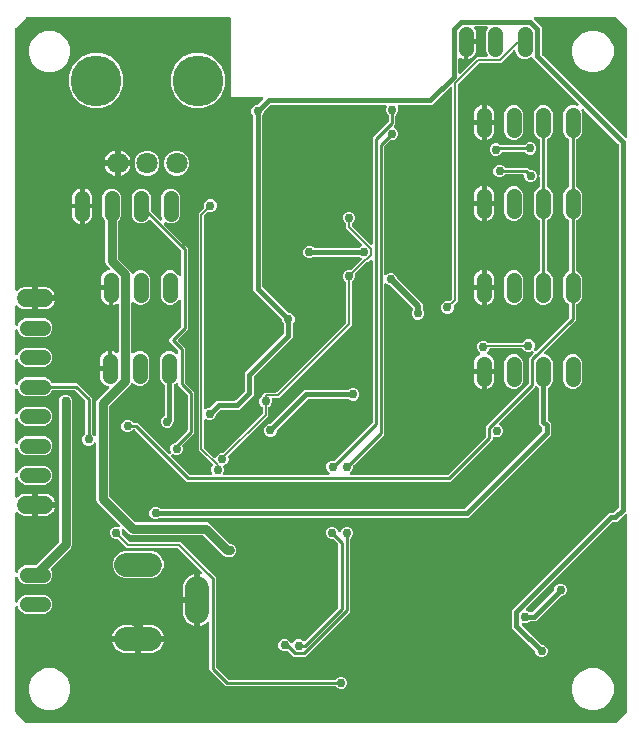
<source format=gbr>
G04 EAGLE Gerber RS-274X export*
G75*
%MOMM*%
%FSLAX34Y34*%
%LPD*%
%INBottom Copper*%
%IPPOS*%
%AMOC8*
5,1,8,0,0,1.08239X$1,22.5*%
G01*
%ADD10C,1.308000*%
%ADD11C,1.508000*%
%ADD12C,2.000000*%
%ADD13C,1.800000*%
%ADD14C,4.300000*%
%ADD15C,0.756400*%
%ADD16C,0.762000*%
%ADD17C,0.457200*%
%ADD18C,0.152400*%
%ADD19C,0.254000*%
%ADD20C,0.203200*%
%ADD21C,0.508000*%

G36*
X509151Y-18971D02*
X509151Y-18971D01*
X509250Y-18968D01*
X509309Y-18951D01*
X509369Y-18943D01*
X509461Y-18907D01*
X509556Y-18879D01*
X509608Y-18849D01*
X509664Y-18826D01*
X509744Y-18768D01*
X509830Y-18718D01*
X509905Y-18652D01*
X509922Y-18640D01*
X509929Y-18630D01*
X509951Y-18612D01*
X518612Y-9951D01*
X518672Y-9872D01*
X518740Y-9800D01*
X518769Y-9747D01*
X518806Y-9699D01*
X518846Y-9608D01*
X518894Y-9522D01*
X518909Y-9463D01*
X518933Y-9407D01*
X518948Y-9310D01*
X518973Y-9214D01*
X518979Y-9114D01*
X518983Y-9093D01*
X518981Y-9081D01*
X518983Y-9053D01*
X518983Y156962D01*
X518966Y157099D01*
X518953Y157238D01*
X518946Y157257D01*
X518943Y157277D01*
X518892Y157406D01*
X518845Y157537D01*
X518834Y157554D01*
X518826Y157573D01*
X518745Y157686D01*
X518667Y157801D01*
X518651Y157814D01*
X518640Y157830D01*
X518532Y157919D01*
X518428Y158011D01*
X518410Y158020D01*
X518395Y158033D01*
X518269Y158092D01*
X518145Y158156D01*
X518125Y158160D01*
X518107Y158169D01*
X517971Y158195D01*
X517835Y158225D01*
X517814Y158225D01*
X517795Y158229D01*
X517656Y158220D01*
X517517Y158216D01*
X517497Y158210D01*
X517477Y158209D01*
X517345Y158166D01*
X517211Y158127D01*
X517194Y158117D01*
X517175Y158111D01*
X517057Y158036D01*
X516937Y157966D01*
X516916Y157947D01*
X516906Y157941D01*
X516892Y157926D01*
X516817Y157859D01*
X510566Y151609D01*
X507467Y151609D01*
X507369Y151597D01*
X507270Y151594D01*
X507212Y151577D01*
X507152Y151569D01*
X507060Y151533D01*
X506965Y151505D01*
X506913Y151475D01*
X506856Y151452D01*
X506776Y151394D01*
X506691Y151344D01*
X506615Y151278D01*
X506599Y151266D01*
X506591Y151256D01*
X506570Y151238D01*
X433721Y78389D01*
X433691Y78349D01*
X433654Y78316D01*
X433594Y78224D01*
X433526Y78137D01*
X433506Y78092D01*
X433479Y78050D01*
X433443Y77947D01*
X433400Y77846D01*
X433392Y77796D01*
X433376Y77749D01*
X433367Y77640D01*
X433350Y77531D01*
X433355Y77482D01*
X433351Y77432D01*
X433369Y77324D01*
X433380Y77215D01*
X433397Y77168D01*
X433405Y77119D01*
X433450Y77019D01*
X433487Y76916D01*
X433515Y76874D01*
X433536Y76829D01*
X433604Y76743D01*
X433666Y76652D01*
X433703Y76620D01*
X433734Y76581D01*
X433822Y76515D01*
X433904Y76442D01*
X433949Y76419D01*
X433988Y76389D01*
X434133Y76318D01*
X435822Y75619D01*
X436138Y75303D01*
X436217Y75242D01*
X436289Y75174D01*
X436342Y75145D01*
X436390Y75108D01*
X436481Y75068D01*
X436567Y75020D01*
X436626Y75005D01*
X436681Y74981D01*
X436779Y74966D01*
X436875Y74941D01*
X436975Y74935D01*
X436996Y74931D01*
X437008Y74933D01*
X437036Y74931D01*
X437824Y74931D01*
X437922Y74943D01*
X438021Y74946D01*
X438079Y74963D01*
X438139Y74971D01*
X438231Y75007D01*
X438327Y75035D01*
X438379Y75065D01*
X438435Y75088D01*
X438515Y75146D01*
X438600Y75196D01*
X438676Y75262D01*
X438692Y75274D01*
X438698Y75282D01*
X438703Y75285D01*
X438707Y75290D01*
X438721Y75302D01*
X457110Y93691D01*
X457170Y93769D01*
X457238Y93841D01*
X457267Y93894D01*
X457304Y93942D01*
X457344Y94033D01*
X457392Y94120D01*
X457407Y94178D01*
X457431Y94234D01*
X457446Y94332D01*
X457471Y94428D01*
X457477Y94528D01*
X457481Y94548D01*
X457479Y94560D01*
X457481Y94588D01*
X457481Y95036D01*
X458289Y96986D01*
X459782Y98479D01*
X461732Y99287D01*
X463844Y99287D01*
X465794Y98479D01*
X467287Y96986D01*
X468095Y95036D01*
X468095Y92924D01*
X467287Y90974D01*
X465794Y89481D01*
X463844Y88673D01*
X463396Y88673D01*
X463298Y88661D01*
X463199Y88658D01*
X463141Y88641D01*
X463081Y88633D01*
X462989Y88597D01*
X462893Y88569D01*
X462841Y88539D01*
X462785Y88516D01*
X462705Y88458D01*
X462620Y88408D01*
X462544Y88342D01*
X462528Y88330D01*
X462520Y88320D01*
X462499Y88302D01*
X441506Y67309D01*
X437036Y67309D01*
X436937Y67297D01*
X436839Y67294D01*
X436780Y67277D01*
X436720Y67269D01*
X436628Y67233D01*
X436533Y67205D01*
X436481Y67175D01*
X436425Y67152D01*
X436345Y67094D01*
X436259Y67044D01*
X436184Y66978D01*
X436167Y66966D01*
X436159Y66956D01*
X436138Y66937D01*
X435822Y66621D01*
X433872Y65813D01*
X431760Y65813D01*
X431700Y65838D01*
X431633Y65857D01*
X431569Y65884D01*
X431480Y65898D01*
X431394Y65922D01*
X431324Y65923D01*
X431255Y65934D01*
X431165Y65926D01*
X431076Y65927D01*
X431008Y65911D01*
X430938Y65904D01*
X430854Y65874D01*
X430766Y65853D01*
X430705Y65820D01*
X430639Y65797D01*
X430565Y65746D01*
X430485Y65704D01*
X430434Y65657D01*
X430376Y65618D01*
X430317Y65551D01*
X430250Y65490D01*
X430212Y65432D01*
X430165Y65380D01*
X430125Y65300D01*
X430075Y65225D01*
X430053Y65159D01*
X430021Y65097D01*
X430001Y65009D01*
X429972Y64924D01*
X429966Y64854D01*
X429951Y64786D01*
X429954Y64696D01*
X429947Y64607D01*
X429959Y64538D01*
X429961Y64468D01*
X429986Y64382D01*
X430001Y64294D01*
X430030Y64230D01*
X430049Y64163D01*
X430095Y64086D01*
X430132Y64004D01*
X430175Y63949D01*
X430211Y63889D01*
X430317Y63768D01*
X446243Y47842D01*
X446321Y47782D01*
X446393Y47714D01*
X446446Y47685D01*
X446494Y47648D01*
X446585Y47608D01*
X446672Y47560D01*
X446730Y47545D01*
X446786Y47521D01*
X446884Y47506D01*
X446979Y47481D01*
X447080Y47475D01*
X447100Y47471D01*
X447112Y47473D01*
X447140Y47471D01*
X447588Y47471D01*
X449538Y46663D01*
X451031Y45170D01*
X451839Y43220D01*
X451839Y41108D01*
X451031Y39158D01*
X449538Y37665D01*
X447588Y36857D01*
X445476Y36857D01*
X443526Y37665D01*
X442033Y39158D01*
X441225Y41108D01*
X441225Y41556D01*
X441213Y41654D01*
X441210Y41753D01*
X441193Y41811D01*
X441185Y41871D01*
X441149Y41963D01*
X441121Y42059D01*
X441091Y42111D01*
X441068Y42167D01*
X441010Y42247D01*
X440960Y42332D01*
X440894Y42408D01*
X440882Y42424D01*
X440872Y42432D01*
X440854Y42453D01*
X421413Y61894D01*
X421413Y76859D01*
X501181Y156627D01*
X503785Y159231D01*
X506884Y159231D01*
X506982Y159243D01*
X507081Y159246D01*
X507139Y159263D01*
X507199Y159271D01*
X507291Y159307D01*
X507387Y159335D01*
X507439Y159365D01*
X507495Y159388D01*
X507575Y159446D01*
X507660Y159496D01*
X507736Y159562D01*
X507752Y159574D01*
X507760Y159584D01*
X507781Y159602D01*
X511438Y163259D01*
X511498Y163337D01*
X511566Y163409D01*
X511595Y163462D01*
X511632Y163510D01*
X511672Y163601D01*
X511720Y163688D01*
X511735Y163746D01*
X511759Y163802D01*
X511774Y163900D01*
X511799Y163996D01*
X511805Y164096D01*
X511809Y164116D01*
X511807Y164128D01*
X511809Y164156D01*
X511809Y470844D01*
X511797Y470942D01*
X511794Y471041D01*
X511777Y471099D01*
X511769Y471159D01*
X511733Y471251D01*
X511705Y471346D01*
X511675Y471399D01*
X511652Y471455D01*
X511594Y471535D01*
X511544Y471620D01*
X511478Y471696D01*
X511466Y471712D01*
X511456Y471720D01*
X511438Y471741D01*
X482487Y500692D01*
X482432Y500735D01*
X482383Y500785D01*
X482307Y500832D01*
X482236Y500887D01*
X482171Y500915D01*
X482112Y500951D01*
X482026Y500977D01*
X481944Y501013D01*
X481875Y501024D01*
X481808Y501045D01*
X481719Y501049D01*
X481630Y501063D01*
X481560Y501056D01*
X481490Y501060D01*
X481403Y501042D01*
X481313Y501033D01*
X481247Y501010D01*
X481179Y500996D01*
X481098Y500956D01*
X481014Y500926D01*
X480956Y500886D01*
X480893Y500856D01*
X480825Y500797D01*
X480751Y500747D01*
X480704Y500695D01*
X480651Y500649D01*
X480600Y500576D01*
X480540Y500509D01*
X480508Y500447D01*
X480468Y500389D01*
X480436Y500305D01*
X480395Y500225D01*
X480380Y500157D01*
X480355Y500092D01*
X480345Y500003D01*
X480326Y499915D01*
X480328Y499845D01*
X480320Y499776D01*
X480333Y499687D01*
X480335Y499597D01*
X480355Y499530D01*
X480365Y499461D01*
X480417Y499309D01*
X481065Y497744D01*
X481065Y481456D01*
X479837Y478492D01*
X477568Y476223D01*
X476578Y475813D01*
X476553Y475798D01*
X476525Y475789D01*
X476415Y475720D01*
X476302Y475655D01*
X476281Y475635D01*
X476256Y475619D01*
X476167Y475524D01*
X476074Y475434D01*
X476058Y475409D01*
X476038Y475387D01*
X475975Y475274D01*
X475907Y475163D01*
X475899Y475135D01*
X475884Y475109D01*
X475852Y474983D01*
X475814Y474859D01*
X475812Y474830D01*
X475805Y474801D01*
X475795Y474640D01*
X475795Y435980D01*
X475798Y435950D01*
X475796Y435921D01*
X475818Y435793D01*
X475835Y435664D01*
X475845Y435637D01*
X475850Y435608D01*
X475904Y435489D01*
X475952Y435368D01*
X475969Y435345D01*
X475981Y435318D01*
X476062Y435216D01*
X476138Y435111D01*
X476161Y435092D01*
X476180Y435069D01*
X476283Y434991D01*
X476383Y434908D01*
X476410Y434896D01*
X476434Y434878D01*
X476578Y434807D01*
X477568Y434397D01*
X479837Y432128D01*
X481065Y429164D01*
X481065Y412876D01*
X479837Y409912D01*
X477568Y407643D01*
X476578Y407233D01*
X476553Y407218D01*
X476525Y407209D01*
X476415Y407140D01*
X476302Y407075D01*
X476281Y407055D01*
X476256Y407039D01*
X476167Y406944D01*
X476074Y406854D01*
X476058Y406829D01*
X476038Y406807D01*
X475975Y406694D01*
X475907Y406583D01*
X475899Y406555D01*
X475884Y406529D01*
X475852Y406403D01*
X475814Y406279D01*
X475812Y406250D01*
X475805Y406221D01*
X475795Y406060D01*
X475795Y364860D01*
X475798Y364830D01*
X475796Y364801D01*
X475818Y364673D01*
X475835Y364544D01*
X475845Y364517D01*
X475850Y364488D01*
X475904Y364369D01*
X475952Y364248D01*
X475969Y364225D01*
X475981Y364198D01*
X476062Y364096D01*
X476138Y363991D01*
X476161Y363972D01*
X476180Y363949D01*
X476283Y363871D01*
X476383Y363788D01*
X476410Y363776D01*
X476434Y363758D01*
X476578Y363687D01*
X477568Y363277D01*
X479837Y361008D01*
X481065Y358044D01*
X481065Y341756D01*
X479837Y338792D01*
X477568Y336523D01*
X476578Y336113D01*
X476553Y336098D01*
X476525Y336089D01*
X476415Y336020D01*
X476302Y335955D01*
X476281Y335935D01*
X476256Y335919D01*
X476167Y335824D01*
X476074Y335734D01*
X476058Y335709D01*
X476038Y335687D01*
X475975Y335574D01*
X475907Y335463D01*
X475899Y335435D01*
X475884Y335409D01*
X475852Y335283D01*
X475814Y335159D01*
X475812Y335130D01*
X475805Y335101D01*
X475795Y334940D01*
X475795Y322363D01*
X448976Y295544D01*
X448946Y295505D01*
X448909Y295472D01*
X448849Y295380D01*
X448781Y295293D01*
X448762Y295247D01*
X448734Y295206D01*
X448699Y295102D01*
X448655Y295001D01*
X448647Y294952D01*
X448631Y294905D01*
X448622Y294796D01*
X448605Y294687D01*
X448610Y294638D01*
X448606Y294588D01*
X448625Y294480D01*
X448635Y294371D01*
X448652Y294324D01*
X448660Y294275D01*
X448705Y294175D01*
X448743Y294071D01*
X448771Y294030D01*
X448791Y293985D01*
X448859Y293899D01*
X448921Y293808D01*
X448958Y293775D01*
X448990Y293736D01*
X449077Y293670D01*
X449160Y293598D01*
X449204Y293575D01*
X449244Y293545D01*
X449388Y293474D01*
X452568Y292157D01*
X454837Y289888D01*
X456065Y286924D01*
X456065Y270636D01*
X454837Y267672D01*
X452562Y265397D01*
X452541Y265390D01*
X452431Y265321D01*
X452318Y265256D01*
X452297Y265236D01*
X452272Y265220D01*
X452183Y265125D01*
X452090Y265035D01*
X452074Y265010D01*
X452054Y264988D01*
X451991Y264874D01*
X451923Y264764D01*
X451915Y264736D01*
X451900Y264710D01*
X451868Y264584D01*
X451830Y264460D01*
X451828Y264430D01*
X451821Y264402D01*
X451811Y264241D01*
X451811Y238449D01*
X451823Y238351D01*
X451826Y238252D01*
X451843Y238194D01*
X451851Y238133D01*
X451887Y238041D01*
X451915Y237946D01*
X451945Y237894D01*
X451968Y237838D01*
X452026Y237758D01*
X452076Y237672D01*
X452142Y237597D01*
X452154Y237580D01*
X452164Y237573D01*
X452182Y237551D01*
X454887Y234847D01*
X454887Y225401D01*
X384707Y155221D01*
X124136Y155221D01*
X124038Y155209D01*
X123939Y155206D01*
X123880Y155189D01*
X123820Y155181D01*
X123728Y155145D01*
X123633Y155117D01*
X123581Y155087D01*
X123525Y155064D01*
X123445Y155006D01*
X123359Y154956D01*
X123284Y154890D01*
X123267Y154878D01*
X123260Y154868D01*
X123238Y154850D01*
X122894Y154505D01*
X120944Y153697D01*
X118832Y153697D01*
X116882Y154505D01*
X115389Y155998D01*
X114581Y157948D01*
X114581Y160060D01*
X115389Y162010D01*
X116882Y163503D01*
X118832Y164311D01*
X120944Y164311D01*
X122894Y163503D01*
X123182Y163214D01*
X123261Y163154D01*
X123333Y163086D01*
X123386Y163057D01*
X123434Y163020D01*
X123525Y162980D01*
X123611Y162932D01*
X123670Y162917D01*
X123726Y162893D01*
X123823Y162878D01*
X123919Y162853D01*
X124019Y162847D01*
X124040Y162843D01*
X124052Y162845D01*
X124080Y162843D01*
X381025Y162843D01*
X381123Y162855D01*
X381222Y162858D01*
X381280Y162875D01*
X381340Y162883D01*
X381432Y162919D01*
X381527Y162947D01*
X381579Y162977D01*
X381636Y163000D01*
X381716Y163058D01*
X381801Y163108D01*
X381877Y163174D01*
X381893Y163186D01*
X381901Y163196D01*
X381922Y163214D01*
X446894Y228186D01*
X446954Y228264D01*
X447022Y228336D01*
X447051Y228389D01*
X447088Y228437D01*
X447128Y228528D01*
X447176Y228615D01*
X447191Y228673D01*
X447215Y228729D01*
X447230Y228827D01*
X447255Y228923D01*
X447261Y229023D01*
X447265Y229043D01*
X447263Y229055D01*
X447265Y229083D01*
X447265Y231165D01*
X447253Y231263D01*
X447250Y231362D01*
X447233Y231420D01*
X447225Y231480D01*
X447189Y231572D01*
X447161Y231667D01*
X447131Y231719D01*
X447108Y231776D01*
X447050Y231856D01*
X447000Y231941D01*
X446934Y232017D01*
X446922Y232033D01*
X446912Y232041D01*
X446894Y232062D01*
X444189Y234766D01*
X444189Y264241D01*
X444186Y264270D01*
X444188Y264300D01*
X444166Y264428D01*
X444149Y264557D01*
X444139Y264584D01*
X444134Y264613D01*
X444080Y264732D01*
X444032Y264852D01*
X444015Y264876D01*
X444003Y264903D01*
X443922Y265005D01*
X443846Y265110D01*
X443823Y265129D01*
X443804Y265152D01*
X443701Y265230D01*
X443601Y265313D01*
X443574Y265325D01*
X443550Y265343D01*
X443436Y265399D01*
X442811Y266024D01*
X442717Y266097D01*
X442628Y266175D01*
X442592Y266194D01*
X442560Y266219D01*
X442450Y266266D01*
X442345Y266320D01*
X442305Y266329D01*
X442268Y266345D01*
X442150Y266364D01*
X442034Y266390D01*
X441994Y266388D01*
X441954Y266395D01*
X441835Y266384D01*
X441716Y266380D01*
X441678Y266369D01*
X441637Y266365D01*
X441525Y266325D01*
X441411Y266292D01*
X441376Y266271D01*
X441338Y266257D01*
X441239Y266191D01*
X441137Y266130D01*
X441092Y266090D01*
X441075Y266079D01*
X441061Y266064D01*
X441016Y266024D01*
X410563Y235571D01*
X410533Y235532D01*
X410496Y235498D01*
X410436Y235407D01*
X410369Y235320D01*
X410349Y235274D01*
X410322Y235233D01*
X410286Y235129D01*
X410242Y235028D01*
X410234Y234979D01*
X410218Y234932D01*
X410210Y234823D01*
X410192Y234714D01*
X410197Y234664D01*
X410193Y234615D01*
X410212Y234507D01*
X410222Y234397D01*
X410239Y234350D01*
X410247Y234301D01*
X410293Y234201D01*
X410330Y234098D01*
X410358Y234057D01*
X410378Y234011D01*
X410447Y233926D01*
X410508Y233835D01*
X410546Y233802D01*
X410577Y233763D01*
X410664Y233697D01*
X410747Y233624D01*
X410791Y233602D01*
X410831Y233572D01*
X410975Y233501D01*
X411946Y233099D01*
X413439Y231606D01*
X414247Y229656D01*
X414247Y227544D01*
X413439Y225594D01*
X411946Y224101D01*
X409996Y223293D01*
X407884Y223293D01*
X406914Y223695D01*
X406866Y223709D01*
X406821Y223730D01*
X406713Y223750D01*
X406607Y223779D01*
X406557Y223780D01*
X406508Y223789D01*
X406399Y223783D01*
X406289Y223784D01*
X406241Y223773D01*
X406191Y223770D01*
X406087Y223736D01*
X405980Y223710D01*
X405936Y223687D01*
X405889Y223672D01*
X405796Y223613D01*
X405699Y223561D01*
X405662Y223528D01*
X405620Y223501D01*
X405545Y223421D01*
X405463Y223348D01*
X405436Y223306D01*
X405402Y223270D01*
X405349Y223174D01*
X405289Y223082D01*
X405272Y223035D01*
X405248Y222991D01*
X405221Y222885D01*
X405185Y222781D01*
X405181Y222731D01*
X405169Y222683D01*
X405159Y222523D01*
X405159Y221374D01*
X369486Y185701D01*
X146487Y185701D01*
X102690Y229498D01*
X102612Y229558D01*
X102540Y229626D01*
X102487Y229655D01*
X102439Y229692D01*
X102348Y229732D01*
X102261Y229780D01*
X102203Y229795D01*
X102147Y229819D01*
X102049Y229834D01*
X101953Y229859D01*
X101853Y229865D01*
X101833Y229869D01*
X101821Y229867D01*
X101793Y229869D01*
X101248Y229869D01*
X101150Y229857D01*
X101051Y229854D01*
X100992Y229837D01*
X100932Y229829D01*
X100840Y229793D01*
X100745Y229765D01*
X100693Y229735D01*
X100637Y229712D01*
X100556Y229654D01*
X100471Y229604D01*
X100396Y229538D01*
X100379Y229526D01*
X100371Y229516D01*
X100350Y229498D01*
X99018Y228165D01*
X97068Y227357D01*
X94956Y227357D01*
X93006Y228165D01*
X91513Y229658D01*
X90705Y231608D01*
X90705Y233720D01*
X91513Y235670D01*
X93006Y237163D01*
X94956Y237971D01*
X97068Y237971D01*
X99018Y237163D01*
X100350Y235830D01*
X100429Y235770D01*
X100501Y235702D01*
X100554Y235673D01*
X100602Y235636D01*
X100692Y235596D01*
X100779Y235548D01*
X100838Y235533D01*
X100893Y235509D01*
X100991Y235494D01*
X101087Y235469D01*
X101187Y235463D01*
X101208Y235459D01*
X101220Y235461D01*
X101248Y235459D01*
X104634Y235459D01*
X106643Y233450D01*
X131083Y209009D01*
X131138Y208967D01*
X131187Y208917D01*
X131263Y208870D01*
X131334Y208814D01*
X131398Y208787D01*
X131458Y208750D01*
X131544Y208724D01*
X131626Y208688D01*
X131695Y208677D01*
X131762Y208657D01*
X131851Y208652D01*
X131940Y208638D01*
X132010Y208645D01*
X132079Y208642D01*
X132167Y208660D01*
X132257Y208668D01*
X132323Y208692D01*
X132391Y208706D01*
X132472Y208745D01*
X132556Y208776D01*
X132614Y208815D01*
X132677Y208846D01*
X132745Y208904D01*
X132819Y208954D01*
X132865Y209007D01*
X132919Y209052D01*
X132970Y209125D01*
X133030Y209193D01*
X133061Y209255D01*
X133102Y209312D01*
X133134Y209396D01*
X133174Y209476D01*
X133190Y209544D01*
X133214Y209609D01*
X133224Y209699D01*
X133244Y209786D01*
X133242Y209856D01*
X133250Y209925D01*
X133237Y210014D01*
X133234Y210104D01*
X133215Y210171D01*
X133205Y210240D01*
X133153Y210393D01*
X132361Y212304D01*
X132361Y214416D01*
X133169Y216366D01*
X134662Y217859D01*
X136157Y218478D01*
X136165Y218483D01*
X136174Y218485D01*
X136223Y218514D01*
X136246Y218523D01*
X136280Y218548D01*
X136302Y218561D01*
X136433Y218636D01*
X136440Y218642D01*
X136448Y218647D01*
X136569Y218753D01*
X136882Y219066D01*
X146666Y228850D01*
X146726Y228928D01*
X146794Y229000D01*
X146823Y229053D01*
X146860Y229101D01*
X146900Y229192D01*
X146948Y229279D01*
X146963Y229337D01*
X146987Y229393D01*
X147002Y229491D01*
X147027Y229587D01*
X147033Y229687D01*
X147037Y229707D01*
X147035Y229719D01*
X147037Y229747D01*
X147037Y258597D01*
X147025Y258695D01*
X147022Y258794D01*
X147005Y258852D01*
X146997Y258912D01*
X146961Y259004D01*
X146933Y259099D01*
X146903Y259151D01*
X146880Y259208D01*
X146822Y259288D01*
X146772Y259373D01*
X146706Y259449D01*
X146694Y259465D01*
X146684Y259473D01*
X146666Y259494D01*
X140946Y265213D01*
X138937Y267222D01*
X138937Y268108D01*
X138920Y268246D01*
X138907Y268384D01*
X138900Y268403D01*
X138897Y268423D01*
X138846Y268552D01*
X138799Y268683D01*
X138788Y268700D01*
X138780Y268719D01*
X138699Y268831D01*
X138621Y268947D01*
X138605Y268960D01*
X138594Y268976D01*
X138486Y269065D01*
X138382Y269157D01*
X138364Y269166D01*
X138349Y269179D01*
X138223Y269238D01*
X138099Y269302D01*
X138079Y269306D01*
X138061Y269315D01*
X137924Y269341D01*
X137789Y269371D01*
X137768Y269371D01*
X137749Y269374D01*
X137610Y269366D01*
X137471Y269362D01*
X137451Y269356D01*
X137431Y269355D01*
X137299Y269312D01*
X137165Y269273D01*
X137148Y269263D01*
X137129Y269257D01*
X137011Y269182D01*
X136891Y269112D01*
X136870Y269093D01*
X136860Y269087D01*
X136846Y269072D01*
X136771Y269005D01*
X135842Y268077D01*
X135821Y268070D01*
X135711Y268001D01*
X135598Y267936D01*
X135577Y267916D01*
X135552Y267900D01*
X135463Y267805D01*
X135370Y267715D01*
X135354Y267690D01*
X135334Y267668D01*
X135271Y267555D01*
X135203Y267444D01*
X135195Y267416D01*
X135180Y267390D01*
X135148Y267264D01*
X135110Y267140D01*
X135108Y267111D01*
X135101Y267082D01*
X135091Y266921D01*
X135091Y236360D01*
X135090Y236359D01*
X135061Y236306D01*
X135024Y236258D01*
X134984Y236167D01*
X134936Y236080D01*
X134921Y236022D01*
X134897Y235966D01*
X134882Y235868D01*
X134857Y235772D01*
X134851Y235672D01*
X134847Y235652D01*
X134849Y235640D01*
X134847Y235612D01*
X134847Y235164D01*
X134039Y233214D01*
X132546Y231721D01*
X130596Y230913D01*
X128484Y230913D01*
X126534Y231721D01*
X125041Y233214D01*
X124233Y235164D01*
X124233Y237276D01*
X125041Y239226D01*
X126534Y240719D01*
X126686Y240782D01*
X126711Y240796D01*
X126739Y240805D01*
X126849Y240875D01*
X126962Y240939D01*
X126983Y240960D01*
X127008Y240976D01*
X127097Y241070D01*
X127190Y241160D01*
X127206Y241186D01*
X127226Y241207D01*
X127289Y241321D01*
X127357Y241432D01*
X127365Y241460D01*
X127380Y241486D01*
X127412Y241611D01*
X127450Y241736D01*
X127452Y241765D01*
X127459Y241794D01*
X127469Y241954D01*
X127469Y266921D01*
X127466Y266951D01*
X127468Y266980D01*
X127446Y267108D01*
X127429Y267237D01*
X127419Y267264D01*
X127413Y267293D01*
X127360Y267412D01*
X127312Y267532D01*
X127295Y267556D01*
X127283Y267583D01*
X127202Y267685D01*
X127126Y267790D01*
X127103Y267809D01*
X127084Y267832D01*
X126981Y267910D01*
X126881Y267993D01*
X126854Y268005D01*
X126830Y268023D01*
X126716Y268079D01*
X124443Y270352D01*
X123215Y273316D01*
X123215Y289604D01*
X124443Y292568D01*
X126712Y294837D01*
X129676Y296065D01*
X132884Y296065D01*
X135848Y294837D01*
X136771Y293915D01*
X136880Y293830D01*
X136987Y293741D01*
X137006Y293732D01*
X137022Y293720D01*
X137149Y293665D01*
X137275Y293605D01*
X137295Y293602D01*
X137314Y293593D01*
X137452Y293572D01*
X137588Y293546D01*
X137608Y293547D01*
X137628Y293544D01*
X137767Y293557D01*
X137905Y293565D01*
X137924Y293572D01*
X137944Y293573D01*
X138076Y293621D01*
X138207Y293663D01*
X138225Y293674D01*
X138244Y293681D01*
X138359Y293759D01*
X138476Y293833D01*
X138490Y293848D01*
X138507Y293860D01*
X138599Y293964D01*
X138694Y294065D01*
X138704Y294083D01*
X138717Y294098D01*
X138780Y294222D01*
X138848Y294344D01*
X138853Y294363D01*
X138862Y294381D01*
X138892Y294516D01*
X138927Y294652D01*
X138929Y294680D01*
X138932Y294692D01*
X138931Y294712D01*
X138937Y294812D01*
X138937Y296005D01*
X138925Y296103D01*
X138922Y296202D01*
X138905Y296260D01*
X138897Y296320D01*
X138861Y296412D01*
X138833Y296507D01*
X138803Y296560D01*
X138780Y296616D01*
X138722Y296696D01*
X138672Y296781D01*
X138606Y296857D01*
X138594Y296873D01*
X138584Y296881D01*
X138566Y296902D01*
X131317Y304150D01*
X131317Y306466D01*
X141106Y316254D01*
X141166Y316332D01*
X141234Y316404D01*
X141263Y316457D01*
X141300Y316505D01*
X141340Y316596D01*
X141388Y316683D01*
X141403Y316741D01*
X141427Y316797D01*
X141442Y316895D01*
X141467Y316991D01*
X141473Y317091D01*
X141477Y317111D01*
X141475Y317123D01*
X141477Y317151D01*
X141477Y338592D01*
X141469Y338661D01*
X141470Y338731D01*
X141449Y338818D01*
X141437Y338907D01*
X141412Y338972D01*
X141395Y339040D01*
X141353Y339120D01*
X141320Y339203D01*
X141279Y339260D01*
X141247Y339321D01*
X141186Y339388D01*
X141134Y339460D01*
X141080Y339505D01*
X141033Y339557D01*
X140958Y339606D01*
X140889Y339663D01*
X140825Y339693D01*
X140767Y339731D01*
X140682Y339761D01*
X140601Y339799D01*
X140532Y339812D01*
X140466Y339835D01*
X140377Y339842D01*
X140289Y339859D01*
X140219Y339854D01*
X140149Y339860D01*
X140061Y339844D01*
X139971Y339839D01*
X139905Y339817D01*
X139836Y339805D01*
X139754Y339769D01*
X139669Y339741D01*
X139610Y339703D01*
X139546Y339675D01*
X139476Y339619D01*
X139400Y339571D01*
X139352Y339520D01*
X139298Y339476D01*
X139243Y339404D01*
X139182Y339339D01*
X139148Y339278D01*
X139106Y339222D01*
X139035Y339078D01*
X138917Y338792D01*
X136648Y336523D01*
X133684Y335295D01*
X130476Y335295D01*
X127512Y336523D01*
X125243Y338792D01*
X124015Y341756D01*
X124015Y358044D01*
X125243Y361008D01*
X127512Y363277D01*
X130476Y364505D01*
X133684Y364505D01*
X136648Y363277D01*
X138917Y361008D01*
X139035Y360722D01*
X139070Y360662D01*
X139096Y360597D01*
X139148Y360524D01*
X139193Y360446D01*
X139242Y360396D01*
X139282Y360340D01*
X139352Y360282D01*
X139414Y360218D01*
X139474Y360181D01*
X139527Y360137D01*
X139609Y360098D01*
X139685Y360051D01*
X139752Y360031D01*
X139815Y360001D01*
X139903Y359984D01*
X139989Y359958D01*
X140059Y359955D01*
X140128Y359941D01*
X140217Y359947D01*
X140307Y359943D01*
X140375Y359957D01*
X140445Y359961D01*
X140530Y359989D01*
X140618Y360007D01*
X140681Y360038D01*
X140747Y360059D01*
X140823Y360107D01*
X140904Y360147D01*
X140957Y360192D01*
X141016Y360229D01*
X141078Y360295D01*
X141146Y360353D01*
X141186Y360410D01*
X141234Y360461D01*
X141277Y360540D01*
X141329Y360613D01*
X141354Y360678D01*
X141388Y360739D01*
X141410Y360826D01*
X141442Y360910D01*
X141450Y360980D01*
X141467Y361047D01*
X141477Y361208D01*
X141477Y380645D01*
X141465Y380743D01*
X141462Y380842D01*
X141445Y380900D01*
X141437Y380960D01*
X141401Y381052D01*
X141373Y381147D01*
X141343Y381200D01*
X141320Y381256D01*
X141262Y381336D01*
X141212Y381421D01*
X141146Y381497D01*
X141134Y381513D01*
X141124Y381521D01*
X141106Y381542D01*
X115534Y407114D01*
X115455Y407175D01*
X115384Y407242D01*
X115367Y407251D01*
X115351Y407265D01*
X115315Y407284D01*
X115283Y407309D01*
X115189Y407349D01*
X115106Y407395D01*
X115088Y407400D01*
X115067Y407410D01*
X115028Y407419D01*
X114991Y407435D01*
X114888Y407451D01*
X114798Y407475D01*
X114773Y407476D01*
X114757Y407480D01*
X114730Y407479D01*
X114704Y407481D01*
X114677Y407485D01*
X114660Y407483D01*
X114637Y407485D01*
X114636Y407485D01*
X114545Y407473D01*
X114439Y407470D01*
X114400Y407459D01*
X114360Y407455D01*
X114338Y407447D01*
X114320Y407445D01*
X114233Y407410D01*
X114134Y407382D01*
X114099Y407361D01*
X114061Y407347D01*
X114043Y407335D01*
X114025Y407328D01*
X113947Y407271D01*
X113860Y407220D01*
X113815Y407180D01*
X113798Y407169D01*
X113784Y407154D01*
X113783Y407153D01*
X113767Y407141D01*
X113760Y407132D01*
X113739Y407114D01*
X112208Y405583D01*
X109244Y404355D01*
X106036Y404355D01*
X103072Y405583D01*
X100803Y407852D01*
X99575Y410816D01*
X99575Y427104D01*
X100803Y430068D01*
X103072Y432337D01*
X106036Y433565D01*
X109244Y433565D01*
X112208Y432337D01*
X114477Y430068D01*
X115705Y427104D01*
X115705Y415373D01*
X115717Y415275D01*
X115720Y415176D01*
X115737Y415118D01*
X115745Y415058D01*
X115781Y414966D01*
X115809Y414871D01*
X115839Y414818D01*
X115862Y414762D01*
X115920Y414682D01*
X115970Y414597D01*
X116036Y414521D01*
X116048Y414505D01*
X116058Y414497D01*
X116076Y414476D01*
X123485Y407068D01*
X123540Y407025D01*
X123588Y406975D01*
X123665Y406928D01*
X123736Y406873D01*
X123800Y406845D01*
X123860Y406808D01*
X123945Y406782D01*
X124028Y406746D01*
X124097Y406735D01*
X124164Y406715D01*
X124253Y406711D01*
X124342Y406696D01*
X124412Y406703D01*
X124481Y406700D01*
X124569Y406718D01*
X124659Y406726D01*
X124724Y406750D01*
X124793Y406764D01*
X124873Y406803D01*
X124958Y406834D01*
X125016Y406873D01*
X125078Y406904D01*
X125147Y406962D01*
X125221Y407012D01*
X125267Y407065D01*
X125320Y407110D01*
X125372Y407184D01*
X125432Y407251D01*
X125463Y407313D01*
X125503Y407370D01*
X125535Y407454D01*
X125576Y407534D01*
X125591Y407602D01*
X125616Y407667D01*
X125626Y407757D01*
X125646Y407844D01*
X125644Y407914D01*
X125651Y407984D01*
X125639Y408072D01*
X125636Y408162D01*
X125617Y408229D01*
X125607Y408298D01*
X125555Y408451D01*
X124575Y410816D01*
X124575Y427104D01*
X125803Y430068D01*
X128072Y432337D01*
X131036Y433565D01*
X134244Y433565D01*
X137208Y432337D01*
X139477Y430068D01*
X140705Y427104D01*
X140705Y410816D01*
X139477Y407852D01*
X137208Y405583D01*
X134244Y404355D01*
X131036Y404355D01*
X128671Y405335D01*
X128604Y405353D01*
X128539Y405381D01*
X128451Y405395D01*
X128364Y405419D01*
X128294Y405420D01*
X128225Y405431D01*
X128136Y405422D01*
X128046Y405424D01*
X127978Y405408D01*
X127909Y405401D01*
X127824Y405371D01*
X127737Y405350D01*
X127675Y405317D01*
X127609Y405293D01*
X127535Y405243D01*
X127456Y405201D01*
X127404Y405154D01*
X127346Y405115D01*
X127287Y405048D01*
X127220Y404987D01*
X127182Y404929D01*
X127136Y404876D01*
X127095Y404796D01*
X127046Y404721D01*
X127023Y404655D01*
X126991Y404593D01*
X126972Y404506D01*
X126942Y404421D01*
X126937Y404351D01*
X126922Y404283D01*
X126924Y404193D01*
X126917Y404104D01*
X126929Y404035D01*
X126931Y403965D01*
X126956Y403879D01*
X126972Y403790D01*
X127000Y403727D01*
X127020Y403660D01*
X127065Y403582D01*
X127102Y403500D01*
X127146Y403446D01*
X127181Y403386D01*
X127288Y403265D01*
X145058Y385494D01*
X147067Y383486D01*
X147067Y314310D01*
X138962Y306206D01*
X138889Y306111D01*
X138810Y306022D01*
X138792Y305986D01*
X138767Y305954D01*
X138720Y305845D01*
X138665Y305739D01*
X138657Y305700D01*
X138641Y305662D01*
X138622Y305545D01*
X138596Y305429D01*
X138597Y305388D01*
X138591Y305348D01*
X138602Y305230D01*
X138605Y305111D01*
X138617Y305072D01*
X138621Y305032D01*
X138661Y304919D01*
X138694Y304805D01*
X138714Y304771D01*
X138728Y304732D01*
X138795Y304634D01*
X138855Y304531D01*
X138895Y304486D01*
X138907Y304469D01*
X138922Y304456D01*
X138962Y304411D01*
X144527Y298846D01*
X144527Y270063D01*
X144539Y269965D01*
X144542Y269866D01*
X144559Y269808D01*
X144567Y269748D01*
X144603Y269656D01*
X144631Y269560D01*
X144661Y269508D01*
X144684Y269452D01*
X144742Y269372D01*
X144792Y269287D01*
X144858Y269211D01*
X144870Y269195D01*
X144880Y269187D01*
X144898Y269166D01*
X150618Y263446D01*
X152627Y261437D01*
X152627Y226906D01*
X142743Y217023D01*
X142725Y216999D01*
X142702Y216980D01*
X142628Y216874D01*
X142548Y216771D01*
X142536Y216744D01*
X142519Y216720D01*
X142473Y216599D01*
X142422Y216479D01*
X142417Y216450D01*
X142407Y216423D01*
X142392Y216294D01*
X142372Y216165D01*
X142375Y216136D01*
X142371Y216107D01*
X142389Y215978D01*
X142402Y215849D01*
X142412Y215821D01*
X142416Y215792D01*
X142468Y215639D01*
X142975Y214416D01*
X142975Y212304D01*
X142167Y210354D01*
X140674Y208861D01*
X138724Y208053D01*
X136612Y208053D01*
X134701Y208845D01*
X134633Y208864D01*
X134569Y208891D01*
X134480Y208905D01*
X134394Y208929D01*
X134324Y208930D01*
X134255Y208941D01*
X134166Y208933D01*
X134076Y208934D01*
X134008Y208918D01*
X133939Y208911D01*
X133854Y208881D01*
X133767Y208860D01*
X133705Y208827D01*
X133639Y208804D01*
X133565Y208753D01*
X133486Y208711D01*
X133434Y208664D01*
X133376Y208625D01*
X133317Y208558D01*
X133250Y208497D01*
X133212Y208439D01*
X133166Y208387D01*
X133125Y208307D01*
X133075Y208232D01*
X133053Y208166D01*
X133021Y208103D01*
X133001Y208016D01*
X132972Y207931D01*
X132967Y207861D01*
X132951Y207793D01*
X132954Y207703D01*
X132947Y207614D01*
X132959Y207545D01*
X132961Y207475D01*
X132986Y207389D01*
X133001Y207300D01*
X133030Y207237D01*
X133049Y207170D01*
X133095Y207092D01*
X133132Y207010D01*
X133176Y206956D01*
X133211Y206896D01*
X133317Y206775D01*
X148430Y191662D01*
X148508Y191602D01*
X148580Y191534D01*
X148633Y191505D01*
X148681Y191468D01*
X148772Y191428D01*
X148859Y191380D01*
X148917Y191365D01*
X148973Y191341D01*
X149071Y191326D01*
X149167Y191301D01*
X149267Y191295D01*
X149287Y191291D01*
X149299Y191293D01*
X149327Y191291D01*
X166345Y191291D01*
X166395Y191297D01*
X166444Y191295D01*
X166552Y191317D01*
X166661Y191331D01*
X166707Y191349D01*
X166756Y191359D01*
X166854Y191407D01*
X166956Y191448D01*
X166996Y191477D01*
X167041Y191499D01*
X167125Y191570D01*
X167214Y191634D01*
X167245Y191673D01*
X167283Y191705D01*
X167346Y191795D01*
X167417Y191879D01*
X167438Y191924D01*
X167466Y191965D01*
X167505Y192068D01*
X167552Y192167D01*
X167561Y192216D01*
X167579Y192262D01*
X167591Y192372D01*
X167612Y192479D01*
X167609Y192529D01*
X167614Y192578D01*
X167599Y192687D01*
X167592Y192797D01*
X167577Y192844D01*
X167570Y192893D01*
X167518Y193046D01*
X166905Y194524D01*
X166905Y196636D01*
X167713Y198586D01*
X167977Y198850D01*
X168050Y198944D01*
X168129Y199033D01*
X168147Y199069D01*
X168172Y199101D01*
X168219Y199211D01*
X168273Y199317D01*
X168282Y199356D01*
X168298Y199393D01*
X168317Y199511D01*
X168343Y199627D01*
X168342Y199667D01*
X168348Y199707D01*
X168337Y199826D01*
X168333Y199945D01*
X168322Y199984D01*
X168318Y200024D01*
X168278Y200136D01*
X168245Y200250D01*
X168225Y200285D01*
X168211Y200323D01*
X168144Y200422D01*
X168083Y200524D01*
X168044Y200569D01*
X168032Y200586D01*
X168017Y200600D01*
X167977Y200645D01*
X157921Y210702D01*
X156209Y212413D01*
X156209Y412681D01*
X160508Y416979D01*
X160526Y417003D01*
X160548Y417022D01*
X160623Y417128D01*
X160702Y417231D01*
X160714Y417258D01*
X160731Y417282D01*
X160777Y417403D01*
X160829Y417523D01*
X160833Y417552D01*
X160844Y417579D01*
X160858Y417708D01*
X160879Y417837D01*
X160876Y417866D01*
X160879Y417895D01*
X160861Y418024D01*
X160849Y418153D01*
X160839Y418181D01*
X160835Y418210D01*
X160809Y418285D01*
X160809Y420410D01*
X161617Y422360D01*
X163110Y423853D01*
X165060Y424661D01*
X167172Y424661D01*
X169122Y423853D01*
X170615Y422360D01*
X171423Y420410D01*
X171423Y418298D01*
X170615Y416348D01*
X169122Y414855D01*
X167172Y414047D01*
X165046Y414047D01*
X164943Y414070D01*
X164818Y414105D01*
X164788Y414105D01*
X164760Y414112D01*
X164630Y414108D01*
X164500Y414110D01*
X164471Y414103D01*
X164442Y414102D01*
X164317Y414066D01*
X164191Y414035D01*
X164165Y414022D01*
X164136Y414013D01*
X164024Y413948D01*
X163910Y413887D01*
X163888Y413867D01*
X163862Y413852D01*
X163741Y413746D01*
X161154Y411159D01*
X161094Y411080D01*
X161026Y411008D01*
X160997Y410955D01*
X160960Y410907D01*
X160920Y410816D01*
X160872Y410730D01*
X160857Y410671D01*
X160833Y410615D01*
X160818Y410517D01*
X160793Y410422D01*
X160787Y410322D01*
X160783Y410301D01*
X160785Y410289D01*
X160783Y410261D01*
X160783Y248469D01*
X160789Y248419D01*
X160787Y248370D01*
X160809Y248262D01*
X160823Y248153D01*
X160841Y248107D01*
X160851Y248058D01*
X160899Y247960D01*
X160940Y247858D01*
X160969Y247818D01*
X160991Y247773D01*
X161062Y247689D01*
X161126Y247600D01*
X161165Y247569D01*
X161197Y247531D01*
X161287Y247467D01*
X161371Y247397D01*
X161416Y247376D01*
X161457Y247348D01*
X161560Y247309D01*
X161659Y247262D01*
X161708Y247253D01*
X161754Y247235D01*
X161864Y247223D01*
X161971Y247202D01*
X162021Y247205D01*
X162070Y247200D01*
X162179Y247215D01*
X162289Y247222D01*
X162336Y247237D01*
X162385Y247244D01*
X162538Y247296D01*
X164552Y248131D01*
X165000Y248131D01*
X165098Y248143D01*
X165197Y248146D01*
X165255Y248163D01*
X165315Y248171D01*
X165407Y248207D01*
X165503Y248235D01*
X165555Y248265D01*
X165611Y248288D01*
X165691Y248346D01*
X165776Y248396D01*
X165852Y248462D01*
X165868Y248474D01*
X165876Y248484D01*
X165897Y248502D01*
X171678Y254283D01*
X186969Y254283D01*
X187067Y254295D01*
X187166Y254298D01*
X187224Y254315D01*
X187284Y254323D01*
X187376Y254359D01*
X187471Y254387D01*
X187523Y254417D01*
X187580Y254440D01*
X187660Y254498D01*
X187745Y254548D01*
X187821Y254614D01*
X187837Y254626D01*
X187845Y254636D01*
X187866Y254654D01*
X194926Y261714D01*
X194986Y261792D01*
X195054Y261864D01*
X195083Y261917D01*
X195120Y261965D01*
X195160Y262056D01*
X195208Y262143D01*
X195223Y262201D01*
X195247Y262257D01*
X195262Y262355D01*
X195287Y262451D01*
X195293Y262551D01*
X195297Y262571D01*
X195295Y262583D01*
X195297Y262611D01*
X195297Y277902D01*
X227974Y310579D01*
X228034Y310657D01*
X228102Y310729D01*
X228131Y310782D01*
X228168Y310830D01*
X228208Y310921D01*
X228256Y311008D01*
X228271Y311066D01*
X228295Y311122D01*
X228310Y311220D01*
X228335Y311316D01*
X228341Y311416D01*
X228345Y311436D01*
X228343Y311448D01*
X228345Y311476D01*
X228345Y318868D01*
X228333Y318966D01*
X228330Y319065D01*
X228313Y319124D01*
X228305Y319184D01*
X228269Y319276D01*
X228241Y319371D01*
X228211Y319423D01*
X228188Y319479D01*
X228130Y319559D01*
X228080Y319645D01*
X228014Y319720D01*
X228002Y319737D01*
X227992Y319744D01*
X227974Y319766D01*
X227657Y320082D01*
X226849Y322032D01*
X226849Y322480D01*
X226837Y322578D01*
X226834Y322677D01*
X226817Y322735D01*
X226809Y322795D01*
X226773Y322887D01*
X226745Y322983D01*
X226715Y323035D01*
X226692Y323091D01*
X226634Y323171D01*
X226584Y323256D01*
X226518Y323332D01*
X226506Y323348D01*
X226496Y323356D01*
X226478Y323377D01*
X202437Y347418D01*
X202437Y495144D01*
X202425Y495242D01*
X202422Y495341D01*
X202405Y495400D01*
X202397Y495460D01*
X202361Y495552D01*
X202333Y495647D01*
X202303Y495699D01*
X202280Y495755D01*
X202222Y495835D01*
X202172Y495921D01*
X202106Y495996D01*
X202094Y496013D01*
X202084Y496020D01*
X202066Y496042D01*
X201749Y496358D01*
X200941Y498308D01*
X200941Y500420D01*
X201749Y502370D01*
X203242Y503863D01*
X205192Y504671D01*
X205640Y504671D01*
X205738Y504683D01*
X205837Y504686D01*
X205895Y504703D01*
X205955Y504711D01*
X206047Y504747D01*
X206143Y504775D01*
X206195Y504805D01*
X206251Y504828D01*
X206331Y504886D01*
X206416Y504936D01*
X206492Y505002D01*
X206508Y505014D01*
X206516Y505024D01*
X206537Y505042D01*
X210517Y509023D01*
X210603Y509132D01*
X210691Y509239D01*
X210700Y509258D01*
X210712Y509274D01*
X210768Y509402D01*
X210827Y509527D01*
X210831Y509547D01*
X210839Y509566D01*
X210861Y509704D01*
X210887Y509840D01*
X210885Y509860D01*
X210888Y509880D01*
X210875Y510019D01*
X210867Y510157D01*
X210861Y510176D01*
X210859Y510196D01*
X210811Y510328D01*
X210769Y510459D01*
X210758Y510477D01*
X210751Y510496D01*
X210673Y510611D01*
X210599Y510728D01*
X210584Y510742D01*
X210572Y510759D01*
X210468Y510851D01*
X210367Y510946D01*
X210349Y510956D01*
X210334Y510969D01*
X210210Y511033D01*
X210088Y511100D01*
X210069Y511105D01*
X210051Y511114D01*
X209915Y511144D01*
X209781Y511179D01*
X209752Y511181D01*
X209741Y511184D01*
X209720Y511183D01*
X209620Y511189D01*
X183520Y511189D01*
X183519Y511190D01*
X183519Y577714D01*
X183504Y577832D01*
X183497Y577951D01*
X183484Y577989D01*
X183479Y578030D01*
X183436Y578140D01*
X183399Y578253D01*
X183377Y578288D01*
X183362Y578325D01*
X183293Y578421D01*
X183229Y578522D01*
X183199Y578550D01*
X183176Y578583D01*
X183084Y578659D01*
X182997Y578740D01*
X182962Y578760D01*
X182931Y578785D01*
X182823Y578836D01*
X182719Y578894D01*
X182679Y578904D01*
X182643Y578921D01*
X182526Y578943D01*
X182411Y578973D01*
X182351Y578977D01*
X182331Y578981D01*
X182310Y578979D01*
X182250Y578983D01*
X10947Y578983D01*
X10849Y578971D01*
X10750Y578968D01*
X10691Y578951D01*
X10631Y578943D01*
X10539Y578907D01*
X10444Y578879D01*
X10392Y578849D01*
X10336Y578826D01*
X10256Y578768D01*
X10170Y578718D01*
X10095Y578652D01*
X10078Y578640D01*
X10071Y578630D01*
X10049Y578612D01*
X1388Y569951D01*
X1328Y569872D01*
X1260Y569800D01*
X1231Y569747D01*
X1194Y569699D01*
X1154Y569608D01*
X1106Y569522D01*
X1091Y569463D01*
X1067Y569407D01*
X1052Y569310D01*
X1027Y569214D01*
X1021Y569114D01*
X1017Y569093D01*
X1019Y569081D01*
X1017Y569053D01*
X1017Y348409D01*
X1034Y348271D01*
X1047Y348132D01*
X1054Y348113D01*
X1057Y348093D01*
X1108Y347964D01*
X1155Y347833D01*
X1166Y347816D01*
X1174Y347798D01*
X1255Y347685D01*
X1333Y347570D01*
X1349Y347557D01*
X1360Y347540D01*
X1468Y347451D01*
X1572Y347360D01*
X1590Y347350D01*
X1605Y347337D01*
X1731Y347278D01*
X1855Y347215D01*
X1875Y347211D01*
X1893Y347202D01*
X2030Y347176D01*
X2165Y347145D01*
X2186Y347146D01*
X2205Y347142D01*
X2344Y347151D01*
X2483Y347155D01*
X2503Y347161D01*
X2523Y347162D01*
X2655Y347205D01*
X2789Y347243D01*
X2806Y347254D01*
X2825Y347260D01*
X2943Y347334D01*
X3063Y347405D01*
X3084Y347424D01*
X3094Y347430D01*
X3108Y347445D01*
X3183Y347511D01*
X4004Y348332D01*
X5223Y349217D01*
X6565Y349901D01*
X7998Y350367D01*
X9487Y350603D01*
X15281Y350603D01*
X15281Y342260D01*
X15296Y342142D01*
X15303Y342023D01*
X15315Y341985D01*
X15321Y341945D01*
X15364Y341834D01*
X15401Y341721D01*
X15423Y341687D01*
X15438Y341649D01*
X15507Y341553D01*
X15571Y341452D01*
X15601Y341424D01*
X15624Y341392D01*
X15716Y341316D01*
X15803Y341234D01*
X15838Y341215D01*
X15869Y341189D01*
X15977Y341138D01*
X16081Y341081D01*
X16121Y341071D01*
X16157Y341053D01*
X16264Y341033D01*
X16234Y341029D01*
X16124Y340985D01*
X16011Y340949D01*
X15976Y340927D01*
X15939Y340912D01*
X15842Y340842D01*
X15742Y340779D01*
X15714Y340749D01*
X15681Y340725D01*
X15605Y340634D01*
X15524Y340547D01*
X15504Y340512D01*
X15479Y340480D01*
X15428Y340373D01*
X15370Y340268D01*
X15360Y340229D01*
X15343Y340193D01*
X15321Y340076D01*
X15291Y339960D01*
X15287Y339900D01*
X15283Y339880D01*
X15285Y339860D01*
X15281Y339800D01*
X15281Y331457D01*
X9487Y331457D01*
X7998Y331693D01*
X6565Y332159D01*
X5223Y332843D01*
X4004Y333728D01*
X3183Y334549D01*
X3074Y334634D01*
X2967Y334723D01*
X2948Y334731D01*
X2932Y334744D01*
X2804Y334799D01*
X2679Y334858D01*
X2659Y334862D01*
X2640Y334870D01*
X2502Y334892D01*
X2366Y334918D01*
X2346Y334917D01*
X2326Y334920D01*
X2187Y334907D01*
X2049Y334898D01*
X2030Y334892D01*
X2010Y334890D01*
X1879Y334843D01*
X1747Y334800D01*
X1729Y334789D01*
X1710Y334782D01*
X1596Y334704D01*
X1478Y334630D01*
X1464Y334615D01*
X1447Y334604D01*
X1355Y334500D01*
X1260Y334398D01*
X1250Y334381D01*
X1237Y334365D01*
X1174Y334242D01*
X1106Y334120D01*
X1101Y334100D01*
X1092Y334082D01*
X1062Y333946D01*
X1027Y333812D01*
X1025Y333784D01*
X1022Y333772D01*
X1023Y333751D01*
X1017Y333651D01*
X1017Y318804D01*
X1025Y318735D01*
X1024Y318665D01*
X1045Y318577D01*
X1057Y318488D01*
X1082Y318423D01*
X1099Y318356D01*
X1141Y318276D01*
X1174Y318193D01*
X1215Y318136D01*
X1247Y318075D01*
X1308Y318008D01*
X1360Y317935D01*
X1414Y317891D01*
X1461Y317839D01*
X1536Y317790D01*
X1605Y317733D01*
X1669Y317703D01*
X1727Y317664D01*
X1812Y317635D01*
X1893Y317597D01*
X1962Y317584D01*
X2028Y317561D01*
X2117Y317554D01*
X2205Y317537D01*
X2275Y317542D01*
X2345Y317536D01*
X2433Y317551D01*
X2523Y317557D01*
X2589Y317578D01*
X2658Y317590D01*
X2740Y317627D01*
X2825Y317655D01*
X2884Y317692D01*
X2948Y317721D01*
X3018Y317777D01*
X3094Y317825D01*
X3142Y317876D01*
X3196Y317920D01*
X3251Y317991D01*
X3312Y318057D01*
X3346Y318118D01*
X3388Y318174D01*
X3459Y318318D01*
X4403Y320598D01*
X6672Y322867D01*
X9636Y324095D01*
X25924Y324095D01*
X28888Y322867D01*
X31157Y320598D01*
X32385Y317634D01*
X32385Y314426D01*
X31157Y311462D01*
X28888Y309193D01*
X25924Y307965D01*
X9636Y307965D01*
X6672Y309193D01*
X4403Y311462D01*
X3459Y313742D01*
X3424Y313803D01*
X3398Y313867D01*
X3346Y313940D01*
X3301Y314018D01*
X3253Y314068D01*
X3212Y314125D01*
X3142Y314182D01*
X3080Y314246D01*
X3020Y314283D01*
X2967Y314327D01*
X2885Y314366D01*
X2809Y314413D01*
X2742Y314433D01*
X2679Y314463D01*
X2591Y314480D01*
X2505Y314506D01*
X2435Y314510D01*
X2366Y314523D01*
X2277Y314517D01*
X2187Y314521D01*
X2119Y314507D01*
X2049Y314503D01*
X1964Y314475D01*
X1876Y314457D01*
X1813Y314426D01*
X1747Y314405D01*
X1671Y314357D01*
X1590Y314317D01*
X1537Y314272D01*
X1478Y314235D01*
X1416Y314169D01*
X1348Y314111D01*
X1308Y314054D01*
X1260Y314003D01*
X1217Y313925D01*
X1165Y313851D01*
X1140Y313786D01*
X1106Y313725D01*
X1084Y313638D01*
X1052Y313554D01*
X1044Y313484D01*
X1027Y313417D01*
X1017Y313256D01*
X1017Y293804D01*
X1025Y293735D01*
X1024Y293665D01*
X1045Y293578D01*
X1057Y293488D01*
X1082Y293423D01*
X1099Y293356D01*
X1141Y293276D01*
X1174Y293193D01*
X1215Y293136D01*
X1247Y293075D01*
X1308Y293008D01*
X1360Y292935D01*
X1414Y292891D01*
X1461Y292839D01*
X1536Y292790D01*
X1605Y292733D01*
X1669Y292703D01*
X1727Y292664D01*
X1812Y292635D01*
X1893Y292597D01*
X1962Y292584D01*
X2028Y292561D01*
X2117Y292554D01*
X2205Y292537D01*
X2275Y292542D01*
X2345Y292536D01*
X2433Y292551D01*
X2523Y292557D01*
X2589Y292579D01*
X2658Y292590D01*
X2740Y292627D01*
X2825Y292655D01*
X2884Y292692D01*
X2948Y292721D01*
X3018Y292777D01*
X3094Y292825D01*
X3142Y292876D01*
X3196Y292920D01*
X3251Y292991D01*
X3312Y293057D01*
X3346Y293118D01*
X3388Y293174D01*
X3459Y293318D01*
X4403Y295598D01*
X6672Y297867D01*
X9636Y299095D01*
X25924Y299095D01*
X28888Y297867D01*
X31157Y295598D01*
X32385Y292634D01*
X32385Y289426D01*
X31157Y286462D01*
X28888Y284193D01*
X25924Y282965D01*
X9636Y282965D01*
X6672Y284193D01*
X4403Y286462D01*
X3459Y288742D01*
X3424Y288802D01*
X3398Y288867D01*
X3346Y288940D01*
X3301Y289018D01*
X3253Y289068D01*
X3212Y289125D01*
X3142Y289182D01*
X3080Y289246D01*
X3020Y289283D01*
X2967Y289327D01*
X2885Y289366D01*
X2809Y289413D01*
X2742Y289433D01*
X2679Y289463D01*
X2591Y289480D01*
X2505Y289506D01*
X2435Y289510D01*
X2366Y289523D01*
X2277Y289517D01*
X2187Y289521D01*
X2119Y289507D01*
X2049Y289503D01*
X1964Y289475D01*
X1876Y289457D01*
X1813Y289426D01*
X1747Y289405D01*
X1671Y289357D01*
X1590Y289317D01*
X1537Y289272D01*
X1478Y289235D01*
X1416Y289169D01*
X1348Y289111D01*
X1308Y289054D01*
X1260Y289003D01*
X1217Y288925D01*
X1165Y288851D01*
X1140Y288786D01*
X1106Y288725D01*
X1084Y288638D01*
X1052Y288554D01*
X1044Y288484D01*
X1027Y288417D01*
X1017Y288256D01*
X1017Y268804D01*
X1025Y268735D01*
X1024Y268665D01*
X1045Y268578D01*
X1057Y268488D01*
X1082Y268423D01*
X1099Y268356D01*
X1141Y268276D01*
X1174Y268193D01*
X1215Y268136D01*
X1247Y268075D01*
X1308Y268008D01*
X1360Y267935D01*
X1414Y267891D01*
X1461Y267839D01*
X1536Y267790D01*
X1605Y267733D01*
X1669Y267703D01*
X1727Y267664D01*
X1812Y267635D01*
X1893Y267597D01*
X1962Y267584D01*
X2028Y267561D01*
X2117Y267554D01*
X2205Y267537D01*
X2275Y267542D01*
X2345Y267536D01*
X2433Y267551D01*
X2523Y267557D01*
X2589Y267579D01*
X2658Y267590D01*
X2740Y267627D01*
X2825Y267655D01*
X2884Y267692D01*
X2948Y267721D01*
X3018Y267777D01*
X3094Y267825D01*
X3142Y267876D01*
X3196Y267920D01*
X3251Y267991D01*
X3312Y268057D01*
X3346Y268118D01*
X3388Y268174D01*
X3459Y268318D01*
X4403Y270598D01*
X6672Y272867D01*
X9636Y274095D01*
X25924Y274095D01*
X28888Y272867D01*
X31157Y270598D01*
X31567Y269608D01*
X31582Y269583D01*
X31591Y269555D01*
X31660Y269445D01*
X31725Y269332D01*
X31745Y269311D01*
X31761Y269286D01*
X31856Y269197D01*
X31946Y269104D01*
X31971Y269088D01*
X31993Y269068D01*
X32106Y269005D01*
X32217Y268937D01*
X32245Y268929D01*
X32271Y268914D01*
X32397Y268882D01*
X32521Y268844D01*
X32550Y268842D01*
X32579Y268835D01*
X32740Y268825D01*
X53644Y268825D01*
X65787Y256682D01*
X65787Y226724D01*
X65799Y226626D01*
X65802Y226527D01*
X65819Y226468D01*
X65827Y226408D01*
X65863Y226316D01*
X65891Y226221D01*
X65921Y226169D01*
X65944Y226113D01*
X66002Y226033D01*
X66052Y225947D01*
X66118Y225872D01*
X66130Y225855D01*
X66140Y225848D01*
X66158Y225826D01*
X67519Y224466D01*
X67628Y224381D01*
X67735Y224292D01*
X67754Y224284D01*
X67770Y224271D01*
X67897Y224216D01*
X68023Y224157D01*
X68043Y224153D01*
X68062Y224145D01*
X68200Y224123D01*
X68336Y224097D01*
X68356Y224098D01*
X68376Y224095D01*
X68515Y224108D01*
X68653Y224117D01*
X68672Y224123D01*
X68692Y224125D01*
X68824Y224172D01*
X68955Y224215D01*
X68973Y224226D01*
X68992Y224233D01*
X69107Y224311D01*
X69224Y224385D01*
X69238Y224400D01*
X69255Y224411D01*
X69347Y224515D01*
X69442Y224617D01*
X69452Y224634D01*
X69465Y224650D01*
X69529Y224774D01*
X69596Y224895D01*
X69601Y224915D01*
X69610Y224933D01*
X69640Y225069D01*
X69675Y225203D01*
X69677Y225231D01*
X69680Y225243D01*
X69679Y225264D01*
X69685Y225364D01*
X69685Y252929D01*
X70497Y254889D01*
X72176Y256568D01*
X72177Y256569D01*
X80024Y264416D01*
X80033Y264428D01*
X80045Y264437D01*
X80130Y264553D01*
X80219Y264667D01*
X80225Y264681D01*
X80234Y264693D01*
X80288Y264827D01*
X80345Y264959D01*
X80348Y264974D01*
X80353Y264987D01*
X80372Y265130D01*
X80395Y265273D01*
X80394Y265288D01*
X80396Y265303D01*
X80379Y265445D01*
X80365Y265590D01*
X80360Y265604D01*
X80359Y265618D01*
X80307Y265752D01*
X80258Y265889D01*
X80249Y265901D01*
X80244Y265915D01*
X80160Y266033D01*
X80079Y266152D01*
X80068Y266162D01*
X80059Y266174D01*
X79949Y266267D01*
X79841Y266363D01*
X79828Y266370D01*
X79816Y266379D01*
X79686Y266442D01*
X79557Y266507D01*
X79543Y266511D01*
X79530Y266517D01*
X79374Y266558D01*
X78779Y266677D01*
X77219Y267323D01*
X75815Y268261D01*
X74621Y269455D01*
X73683Y270859D01*
X73037Y272419D01*
X72707Y274076D01*
X72707Y279461D01*
X80550Y279461D01*
X80668Y279476D01*
X80787Y279483D01*
X80825Y279495D01*
X80865Y279501D01*
X80976Y279544D01*
X81089Y279581D01*
X81123Y279603D01*
X81161Y279618D01*
X81257Y279687D01*
X81358Y279751D01*
X81386Y279781D01*
X81418Y279804D01*
X81494Y279896D01*
X81576Y279983D01*
X81595Y280018D01*
X81621Y280049D01*
X81672Y280157D01*
X81729Y280261D01*
X81739Y280301D01*
X81757Y280337D01*
X81779Y280454D01*
X81809Y280569D01*
X81813Y280629D01*
X81816Y280649D01*
X81815Y280670D01*
X81819Y280730D01*
X81819Y280921D01*
X82010Y280921D01*
X82128Y280936D01*
X82247Y280943D01*
X82285Y280956D01*
X82326Y280961D01*
X82436Y281005D01*
X82549Y281041D01*
X82584Y281063D01*
X82621Y281078D01*
X82717Y281148D01*
X82818Y281211D01*
X82846Y281241D01*
X82879Y281265D01*
X82955Y281356D01*
X83036Y281443D01*
X83056Y281478D01*
X83081Y281510D01*
X83132Y281617D01*
X83190Y281722D01*
X83200Y281761D01*
X83217Y281797D01*
X83239Y281914D01*
X83269Y282030D01*
X83273Y282090D01*
X83277Y282110D01*
X83275Y282130D01*
X83279Y282190D01*
X83279Y296343D01*
X83781Y296243D01*
X85341Y295597D01*
X86645Y294726D01*
X86658Y294719D01*
X86669Y294710D01*
X86799Y294649D01*
X86867Y294611D01*
X86881Y294607D01*
X86929Y294583D01*
X86944Y294580D01*
X86957Y294574D01*
X87098Y294547D01*
X87240Y294516D01*
X87255Y294517D01*
X87270Y294514D01*
X87413Y294523D01*
X87558Y294529D01*
X87572Y294533D01*
X87587Y294534D01*
X87724Y294578D01*
X87863Y294620D01*
X87875Y294628D01*
X87889Y294632D01*
X88011Y294709D01*
X88135Y294784D01*
X88146Y294794D01*
X88158Y294802D01*
X88215Y294863D01*
X88219Y294865D01*
X88227Y294876D01*
X88257Y294907D01*
X88359Y295010D01*
X88366Y295023D01*
X88376Y295034D01*
X88412Y295099D01*
X88421Y295110D01*
X88440Y295151D01*
X88446Y295160D01*
X88518Y295285D01*
X88522Y295299D01*
X88530Y295312D01*
X88545Y295373D01*
X88557Y295398D01*
X88571Y295470D01*
X88605Y295591D01*
X88605Y295606D01*
X88609Y295620D01*
X88614Y295695D01*
X88617Y295710D01*
X88616Y295726D01*
X88619Y295781D01*
X88619Y335044D01*
X88617Y335059D01*
X88619Y335074D01*
X88597Y335217D01*
X88579Y335360D01*
X88574Y335374D01*
X88572Y335388D01*
X88516Y335521D01*
X88462Y335656D01*
X88454Y335668D01*
X88448Y335681D01*
X88360Y335796D01*
X88276Y335913D01*
X88264Y335922D01*
X88255Y335934D01*
X88142Y336024D01*
X88031Y336116D01*
X88017Y336122D01*
X88006Y336131D01*
X87874Y336190D01*
X87743Y336251D01*
X87728Y336254D01*
X87715Y336260D01*
X87572Y336284D01*
X87431Y336311D01*
X87416Y336310D01*
X87401Y336313D01*
X87257Y336300D01*
X87113Y336291D01*
X87099Y336287D01*
X87084Y336286D01*
X86948Y336238D01*
X86811Y336193D01*
X86798Y336185D01*
X86784Y336181D01*
X86645Y336100D01*
X86141Y335763D01*
X84581Y335117D01*
X84079Y335017D01*
X84079Y349170D01*
X84064Y349288D01*
X84057Y349407D01*
X84044Y349445D01*
X84039Y349485D01*
X83996Y349596D01*
X83959Y349709D01*
X83937Y349743D01*
X83922Y349781D01*
X83853Y349877D01*
X83789Y349978D01*
X83759Y350006D01*
X83736Y350038D01*
X83644Y350114D01*
X83557Y350196D01*
X83522Y350215D01*
X83491Y350241D01*
X83383Y350292D01*
X83279Y350349D01*
X83239Y350359D01*
X83203Y350377D01*
X83086Y350399D01*
X82971Y350429D01*
X82911Y350433D01*
X82891Y350436D01*
X82870Y350435D01*
X82810Y350439D01*
X82619Y350439D01*
X82619Y350630D01*
X82604Y350748D01*
X82597Y350867D01*
X82584Y350905D01*
X82579Y350946D01*
X82535Y351056D01*
X82499Y351169D01*
X82477Y351204D01*
X82462Y351241D01*
X82392Y351337D01*
X82329Y351438D01*
X82299Y351466D01*
X82275Y351499D01*
X82184Y351575D01*
X82097Y351656D01*
X82062Y351676D01*
X82030Y351701D01*
X81923Y351752D01*
X81818Y351810D01*
X81779Y351820D01*
X81743Y351837D01*
X81626Y351859D01*
X81510Y351889D01*
X81450Y351893D01*
X81430Y351897D01*
X81410Y351895D01*
X81350Y351899D01*
X73507Y351899D01*
X73507Y357284D01*
X73837Y358941D01*
X74483Y360501D01*
X75421Y361905D01*
X76615Y363099D01*
X78019Y364037D01*
X79579Y364683D01*
X80174Y364802D01*
X80188Y364806D01*
X80203Y364808D01*
X80339Y364857D01*
X80476Y364902D01*
X80488Y364910D01*
X80502Y364915D01*
X80622Y364997D01*
X80743Y365075D01*
X80753Y365085D01*
X80765Y365094D01*
X80861Y365202D01*
X80959Y365308D01*
X80966Y365321D01*
X80976Y365332D01*
X81042Y365461D01*
X81110Y365588D01*
X81114Y365602D01*
X81120Y365615D01*
X81152Y365756D01*
X81187Y365897D01*
X81187Y365911D01*
X81190Y365926D01*
X81186Y366070D01*
X81185Y366215D01*
X81181Y366229D01*
X81180Y366244D01*
X81140Y366382D01*
X81103Y366522D01*
X81096Y366535D01*
X81092Y366549D01*
X81019Y366673D01*
X80948Y366800D01*
X80938Y366810D01*
X80930Y366823D01*
X80824Y366944D01*
X78117Y369651D01*
X77305Y371611D01*
X77305Y405824D01*
X77293Y405922D01*
X77290Y406021D01*
X77273Y406079D01*
X77265Y406139D01*
X77229Y406231D01*
X77201Y406326D01*
X77171Y406379D01*
X77148Y406435D01*
X77090Y406515D01*
X77040Y406600D01*
X76974Y406676D01*
X76962Y406692D01*
X76952Y406700D01*
X76934Y406721D01*
X75803Y407852D01*
X74575Y410816D01*
X74575Y427104D01*
X75803Y430068D01*
X78072Y432337D01*
X81036Y433565D01*
X84244Y433565D01*
X87208Y432337D01*
X89477Y430068D01*
X90705Y427104D01*
X90705Y410816D01*
X89477Y407852D01*
X88346Y406721D01*
X88286Y406643D01*
X88218Y406571D01*
X88189Y406518D01*
X88152Y406470D01*
X88112Y406379D01*
X88064Y406292D01*
X88049Y406234D01*
X88025Y406178D01*
X88010Y406080D01*
X87985Y405984D01*
X87979Y405884D01*
X87975Y405864D01*
X87977Y405852D01*
X87975Y405824D01*
X87975Y375408D01*
X87987Y375310D01*
X87990Y375211D01*
X88007Y375152D01*
X88015Y375092D01*
X88051Y375000D01*
X88079Y374905D01*
X88109Y374853D01*
X88132Y374797D01*
X88190Y374717D01*
X88240Y374631D01*
X88306Y374556D01*
X88318Y374539D01*
X88328Y374531D01*
X88346Y374510D01*
X96797Y366059D01*
X98477Y364380D01*
X99255Y362502D01*
X99279Y362459D01*
X99296Y362412D01*
X99358Y362321D01*
X99412Y362226D01*
X99447Y362190D01*
X99475Y362149D01*
X99557Y362076D01*
X99633Y361997D01*
X99676Y361971D01*
X99713Y361938D01*
X99811Y361888D01*
X99905Y361831D01*
X99952Y361816D01*
X99996Y361794D01*
X100103Y361770D01*
X100209Y361737D01*
X100258Y361735D01*
X100307Y361724D01*
X100417Y361727D01*
X100526Y361722D01*
X100575Y361732D01*
X100625Y361734D01*
X100730Y361764D01*
X100838Y361786D01*
X100882Y361808D01*
X100930Y361822D01*
X101024Y361878D01*
X101123Y361926D01*
X101161Y361958D01*
X101204Y361984D01*
X101325Y362090D01*
X102512Y363277D01*
X105476Y364505D01*
X108684Y364505D01*
X111648Y363277D01*
X113917Y361008D01*
X115145Y358044D01*
X115145Y341756D01*
X113917Y338792D01*
X111648Y336523D01*
X108684Y335295D01*
X105476Y335295D01*
X102512Y336523D01*
X101455Y337579D01*
X101346Y337664D01*
X101239Y337753D01*
X101220Y337762D01*
X101204Y337774D01*
X101077Y337829D01*
X100951Y337889D01*
X100931Y337892D01*
X100912Y337901D01*
X100774Y337922D01*
X100638Y337948D01*
X100618Y337947D01*
X100598Y337950D01*
X100459Y337937D01*
X100321Y337929D01*
X100302Y337922D01*
X100282Y337921D01*
X100150Y337873D01*
X100019Y337831D01*
X100001Y337820D01*
X99982Y337813D01*
X99867Y337735D01*
X99750Y337661D01*
X99736Y337646D01*
X99719Y337634D01*
X99627Y337530D01*
X99532Y337429D01*
X99522Y337411D01*
X99509Y337396D01*
X99445Y337272D01*
X99378Y337150D01*
X99373Y337131D01*
X99364Y337113D01*
X99334Y336977D01*
X99299Y336842D01*
X99297Y336814D01*
X99294Y336802D01*
X99295Y336782D01*
X99289Y336682D01*
X99289Y295478D01*
X99306Y295340D01*
X99319Y295202D01*
X99326Y295183D01*
X99329Y295163D01*
X99380Y295033D01*
X99427Y294903D01*
X99438Y294886D01*
X99446Y294867D01*
X99527Y294755D01*
X99605Y294639D01*
X99621Y294626D01*
X99632Y294610D01*
X99739Y294521D01*
X99844Y294429D01*
X99862Y294420D01*
X99877Y294407D01*
X100003Y294348D01*
X100127Y294284D01*
X100147Y294280D01*
X100165Y294271D01*
X100301Y294245D01*
X100437Y294215D01*
X100458Y294215D01*
X100477Y294212D01*
X100616Y294220D01*
X100755Y294224D01*
X100775Y294230D01*
X100795Y294231D01*
X100927Y294274D01*
X101061Y294313D01*
X101078Y294323D01*
X101097Y294329D01*
X101215Y294404D01*
X101335Y294474D01*
X101356Y294493D01*
X101366Y294499D01*
X101380Y294514D01*
X101456Y294581D01*
X101712Y294837D01*
X104676Y296065D01*
X107884Y296065D01*
X110848Y294837D01*
X113117Y292568D01*
X114345Y289604D01*
X114345Y273316D01*
X113117Y270352D01*
X110848Y268083D01*
X107884Y266855D01*
X104676Y266855D01*
X101712Y268083D01*
X100856Y268939D01*
X100817Y268969D01*
X100783Y269006D01*
X100692Y269066D01*
X100605Y269134D01*
X100559Y269153D01*
X100518Y269181D01*
X100414Y269216D01*
X100313Y269260D01*
X100264Y269268D01*
X100217Y269284D01*
X100108Y269293D01*
X99999Y269310D01*
X99949Y269305D01*
X99900Y269309D01*
X99792Y269290D01*
X99682Y269280D01*
X99636Y269263D01*
X99587Y269255D01*
X99486Y269210D01*
X99383Y269172D01*
X99342Y269144D01*
X99297Y269124D01*
X99211Y269055D01*
X99120Y268994D01*
X99087Y268957D01*
X99048Y268925D01*
X98982Y268838D01*
X98909Y268755D01*
X98887Y268711D01*
X98857Y268671D01*
X98786Y268527D01*
X98477Y267780D01*
X96798Y266101D01*
X96797Y266101D01*
X80726Y250030D01*
X80666Y249951D01*
X80598Y249879D01*
X80569Y249826D01*
X80532Y249778D01*
X80492Y249687D01*
X80444Y249601D01*
X80429Y249542D01*
X80405Y249487D01*
X80390Y249389D01*
X80365Y249293D01*
X80359Y249193D01*
X80355Y249172D01*
X80357Y249160D01*
X80355Y249132D01*
X80355Y174095D01*
X80367Y173997D01*
X80370Y173898D01*
X80387Y173840D01*
X80395Y173780D01*
X80431Y173688D01*
X80459Y173593D01*
X80489Y173541D01*
X80512Y173484D01*
X80570Y173404D01*
X80620Y173319D01*
X80686Y173243D01*
X80698Y173227D01*
X80708Y173219D01*
X80726Y173198D01*
X102422Y151502D01*
X102500Y151442D01*
X102572Y151374D01*
X102625Y151345D01*
X102673Y151308D01*
X102764Y151268D01*
X102851Y151220D01*
X102909Y151205D01*
X102965Y151181D01*
X103063Y151166D01*
X103159Y151141D01*
X103259Y151135D01*
X103279Y151131D01*
X103291Y151133D01*
X103319Y151131D01*
X163113Y151131D01*
X165074Y150319D01*
X182178Y133214D01*
X182256Y133154D01*
X182328Y133086D01*
X182381Y133057D01*
X182429Y133020D01*
X182520Y132980D01*
X182607Y132932D01*
X182665Y132917D01*
X182721Y132893D01*
X182819Y132878D01*
X182915Y132853D01*
X183015Y132847D01*
X183035Y132843D01*
X183047Y132845D01*
X183075Y132843D01*
X183941Y132843D01*
X185902Y132031D01*
X187403Y130530D01*
X188215Y128569D01*
X188215Y126447D01*
X187403Y124486D01*
X185902Y122985D01*
X183941Y122173D01*
X179279Y122173D01*
X177318Y122985D01*
X160214Y140090D01*
X160136Y140150D01*
X160064Y140218D01*
X160011Y140247D01*
X159963Y140284D01*
X159872Y140324D01*
X159785Y140372D01*
X159727Y140387D01*
X159671Y140411D01*
X159573Y140426D01*
X159477Y140451D01*
X159377Y140457D01*
X159357Y140461D01*
X159345Y140459D01*
X159317Y140461D01*
X99523Y140461D01*
X97562Y141273D01*
X93440Y145396D01*
X93385Y145438D01*
X93336Y145489D01*
X93260Y145535D01*
X93189Y145591D01*
X93125Y145618D01*
X93065Y145655D01*
X92979Y145681D01*
X92897Y145717D01*
X92828Y145728D01*
X92761Y145748D01*
X92672Y145753D01*
X92583Y145767D01*
X92513Y145760D01*
X92443Y145764D01*
X92356Y145745D01*
X92266Y145737D01*
X92200Y145713D01*
X92132Y145699D01*
X92051Y145660D01*
X91967Y145629D01*
X91909Y145590D01*
X91846Y145559D01*
X91778Y145501D01*
X91704Y145451D01*
X91657Y145398D01*
X91604Y145353D01*
X91553Y145280D01*
X91493Y145212D01*
X91461Y145150D01*
X91421Y145093D01*
X91389Y145009D01*
X91349Y144929D01*
X91333Y144861D01*
X91309Y144796D01*
X91299Y144706D01*
X91279Y144619D01*
X91281Y144549D01*
X91273Y144480D01*
X91286Y144391D01*
X91289Y144301D01*
X91308Y144234D01*
X91318Y144165D01*
X91370Y144012D01*
X91667Y143296D01*
X91667Y141052D01*
X91679Y140954D01*
X91682Y140855D01*
X91699Y140797D01*
X91707Y140737D01*
X91743Y140645D01*
X91771Y140549D01*
X91801Y140497D01*
X91824Y140441D01*
X91882Y140361D01*
X91932Y140276D01*
X91998Y140200D01*
X92010Y140184D01*
X92020Y140176D01*
X92038Y140155D01*
X97201Y134992D01*
X97279Y134932D01*
X97351Y134864D01*
X97404Y134835D01*
X97452Y134798D01*
X97543Y134758D01*
X97630Y134710D01*
X97688Y134695D01*
X97744Y134671D01*
X97842Y134656D01*
X97937Y134631D01*
X98038Y134625D01*
X98058Y134621D01*
X98070Y134623D01*
X98098Y134621D01*
X140891Y134621D01*
X164600Y110912D01*
X164678Y110852D01*
X164750Y110784D01*
X164803Y110755D01*
X164851Y110718D01*
X164942Y110678D01*
X165029Y110630D01*
X165087Y110615D01*
X165143Y110591D01*
X165241Y110576D01*
X165315Y110557D01*
X170943Y104929D01*
X170943Y29115D01*
X170955Y29017D01*
X170958Y28918D01*
X170975Y28860D01*
X170983Y28800D01*
X171019Y28708D01*
X171047Y28613D01*
X171077Y28560D01*
X171100Y28504D01*
X171158Y28424D01*
X171208Y28339D01*
X171274Y28263D01*
X171286Y28247D01*
X171296Y28239D01*
X171314Y28218D01*
X181126Y18406D01*
X181204Y18346D01*
X181276Y18278D01*
X181329Y18249D01*
X181377Y18212D01*
X181468Y18172D01*
X181555Y18124D01*
X181613Y18109D01*
X181669Y18085D01*
X181767Y18070D01*
X181863Y18045D01*
X181963Y18039D01*
X181983Y18035D01*
X181995Y18037D01*
X182023Y18035D01*
X271624Y18035D01*
X271722Y18047D01*
X271821Y18050D01*
X271880Y18067D01*
X271940Y18075D01*
X272032Y18111D01*
X272127Y18139D01*
X272179Y18169D01*
X272235Y18192D01*
X272316Y18250D01*
X272401Y18300D01*
X272476Y18366D01*
X272493Y18378D01*
X272501Y18388D01*
X272522Y18406D01*
X273854Y19739D01*
X275804Y20547D01*
X277916Y20547D01*
X279866Y19739D01*
X281359Y18246D01*
X282167Y16296D01*
X282167Y14184D01*
X281359Y12234D01*
X279866Y10741D01*
X277916Y9933D01*
X275804Y9933D01*
X273854Y10741D01*
X272522Y12074D01*
X272443Y12134D01*
X272371Y12202D01*
X272318Y12231D01*
X272270Y12268D01*
X272180Y12308D01*
X272093Y12356D01*
X272034Y12371D01*
X271979Y12395D01*
X271881Y12410D01*
X271785Y12435D01*
X271685Y12441D01*
X271664Y12445D01*
X271652Y12443D01*
X271624Y12445D01*
X179182Y12445D01*
X165353Y26274D01*
X165353Y65712D01*
X165336Y65850D01*
X165323Y65989D01*
X165316Y66008D01*
X165313Y66028D01*
X165262Y66157D01*
X165215Y66288D01*
X165204Y66305D01*
X165196Y66323D01*
X165115Y66436D01*
X165037Y66551D01*
X165021Y66564D01*
X165010Y66581D01*
X164903Y66669D01*
X164798Y66761D01*
X164780Y66771D01*
X164765Y66784D01*
X164639Y66843D01*
X164515Y66906D01*
X164495Y66911D01*
X164477Y66919D01*
X164341Y66945D01*
X164205Y66976D01*
X164184Y66975D01*
X164165Y66979D01*
X164026Y66970D01*
X163887Y66966D01*
X163867Y66960D01*
X163847Y66959D01*
X163715Y66916D01*
X163581Y66878D01*
X163564Y66867D01*
X163545Y66861D01*
X163427Y66787D01*
X163307Y66716D01*
X163286Y66697D01*
X163276Y66691D01*
X163262Y66676D01*
X163186Y66610D01*
X162859Y66282D01*
X161327Y65169D01*
X159639Y64309D01*
X157838Y63724D01*
X157519Y63673D01*
X157519Y84230D01*
X157504Y84348D01*
X157497Y84467D01*
X157484Y84505D01*
X157479Y84545D01*
X157436Y84656D01*
X157399Y84769D01*
X157377Y84803D01*
X157362Y84841D01*
X157293Y84937D01*
X157229Y85038D01*
X157199Y85066D01*
X157176Y85098D01*
X157084Y85174D01*
X156997Y85256D01*
X156962Y85275D01*
X156931Y85301D01*
X156823Y85352D01*
X156719Y85409D01*
X156679Y85419D01*
X156643Y85437D01*
X156536Y85457D01*
X156566Y85461D01*
X156676Y85505D01*
X156789Y85541D01*
X156824Y85563D01*
X156861Y85578D01*
X156957Y85648D01*
X157058Y85711D01*
X157086Y85741D01*
X157119Y85765D01*
X157195Y85856D01*
X157276Y85943D01*
X157296Y85978D01*
X157321Y86010D01*
X157372Y86117D01*
X157430Y86222D01*
X157440Y86261D01*
X157457Y86297D01*
X157479Y86414D01*
X157509Y86530D01*
X157513Y86590D01*
X157517Y86610D01*
X157515Y86630D01*
X157519Y86690D01*
X157519Y107247D01*
X157891Y107188D01*
X157970Y107186D01*
X158049Y107173D01*
X158129Y107181D01*
X158209Y107178D01*
X158286Y107195D01*
X158366Y107203D01*
X158441Y107230D01*
X158519Y107247D01*
X158590Y107284D01*
X158665Y107310D01*
X158731Y107355D01*
X158802Y107392D01*
X158862Y107444D01*
X158928Y107489D01*
X158981Y107549D01*
X159041Y107602D01*
X159086Y107668D01*
X159139Y107727D01*
X159175Y107799D01*
X159220Y107865D01*
X159247Y107940D01*
X159283Y108011D01*
X159301Y108089D01*
X159328Y108164D01*
X159335Y108243D01*
X159353Y108321D01*
X159350Y108401D01*
X159358Y108481D01*
X159346Y108559D01*
X159343Y108639D01*
X159321Y108716D01*
X159308Y108795D01*
X159277Y108868D01*
X159255Y108944D01*
X159214Y109013D01*
X159182Y109087D01*
X159134Y109150D01*
X159093Y109218D01*
X158989Y109337D01*
X158988Y109338D01*
X158987Y109339D01*
X139158Y129168D01*
X139080Y129228D01*
X139008Y129296D01*
X138955Y129325D01*
X138907Y129362D01*
X138816Y129402D01*
X138730Y129450D01*
X138671Y129465D01*
X138615Y129489D01*
X138517Y129504D01*
X138422Y129529D01*
X138322Y129535D01*
X138301Y129539D01*
X138289Y129537D01*
X138261Y129539D01*
X95468Y129539D01*
X88445Y136562D01*
X88367Y136622D01*
X88295Y136690D01*
X88242Y136719D01*
X88194Y136756D01*
X88103Y136796D01*
X88016Y136844D01*
X87958Y136859D01*
X87902Y136883D01*
X87804Y136898D01*
X87709Y136923D01*
X87608Y136929D01*
X87588Y136933D01*
X87576Y136931D01*
X87548Y136933D01*
X85304Y136933D01*
X83354Y137741D01*
X81861Y139234D01*
X81053Y141184D01*
X81053Y143296D01*
X81861Y145246D01*
X83354Y146739D01*
X85304Y147547D01*
X87416Y147547D01*
X88132Y147250D01*
X88200Y147231D01*
X88264Y147204D01*
X88353Y147190D01*
X88439Y147166D01*
X88509Y147165D01*
X88578Y147154D01*
X88667Y147162D01*
X88757Y147161D01*
X88825Y147177D01*
X88894Y147184D01*
X88979Y147214D01*
X89066Y147235D01*
X89128Y147268D01*
X89194Y147291D01*
X89268Y147342D01*
X89348Y147384D01*
X89399Y147431D01*
X89457Y147470D01*
X89516Y147537D01*
X89583Y147598D01*
X89621Y147656D01*
X89667Y147708D01*
X89708Y147788D01*
X89758Y147863D01*
X89780Y147929D01*
X89812Y147991D01*
X89832Y148079D01*
X89861Y148164D01*
X89866Y148234D01*
X89882Y148302D01*
X89879Y148391D01*
X89886Y148481D01*
X89874Y148550D01*
X89872Y148620D01*
X89847Y148706D01*
X89832Y148794D01*
X89803Y148858D01*
X89784Y148925D01*
X89738Y149002D01*
X89701Y149084D01*
X89658Y149139D01*
X89622Y149199D01*
X89516Y149320D01*
X70497Y168338D01*
X69685Y170299D01*
X69685Y217612D01*
X69668Y217750D01*
X69655Y217889D01*
X69648Y217908D01*
X69645Y217928D01*
X69594Y218057D01*
X69547Y218188D01*
X69536Y218205D01*
X69528Y218223D01*
X69447Y218336D01*
X69369Y218451D01*
X69353Y218464D01*
X69342Y218481D01*
X69234Y218570D01*
X69130Y218661D01*
X69112Y218671D01*
X69097Y218684D01*
X68971Y218743D01*
X68847Y218806D01*
X68827Y218810D01*
X68809Y218819D01*
X68672Y218845D01*
X68537Y218876D01*
X68516Y218875D01*
X68497Y218879D01*
X68358Y218870D01*
X68219Y218866D01*
X68199Y218860D01*
X68179Y218859D01*
X68047Y218816D01*
X67913Y218778D01*
X67896Y218767D01*
X67877Y218761D01*
X67759Y218687D01*
X67639Y218616D01*
X67618Y218598D01*
X67608Y218591D01*
X67594Y218576D01*
X67519Y218510D01*
X65998Y216989D01*
X64048Y216181D01*
X61936Y216181D01*
X59986Y216989D01*
X58493Y218482D01*
X57685Y220432D01*
X57685Y222544D01*
X58493Y224494D01*
X59826Y225826D01*
X59886Y225905D01*
X59954Y225977D01*
X59983Y226030D01*
X60020Y226078D01*
X60060Y226169D01*
X60108Y226255D01*
X60123Y226314D01*
X60147Y226370D01*
X60162Y226467D01*
X60187Y226563D01*
X60193Y226663D01*
X60197Y226684D01*
X60195Y226696D01*
X60197Y226724D01*
X60197Y253841D01*
X60185Y253939D01*
X60182Y254038D01*
X60165Y254096D01*
X60157Y254156D01*
X60121Y254248D01*
X60093Y254343D01*
X60063Y254396D01*
X60040Y254452D01*
X59982Y254532D01*
X59932Y254617D01*
X59866Y254693D01*
X59854Y254709D01*
X59844Y254717D01*
X59826Y254738D01*
X51700Y262864D01*
X51622Y262924D01*
X51550Y262992D01*
X51497Y263021D01*
X51449Y263058D01*
X51358Y263098D01*
X51271Y263146D01*
X51213Y263161D01*
X51157Y263185D01*
X51059Y263200D01*
X50963Y263225D01*
X50863Y263231D01*
X50843Y263235D01*
X50831Y263233D01*
X50803Y263235D01*
X32740Y263235D01*
X32710Y263232D01*
X32681Y263234D01*
X32553Y263212D01*
X32424Y263195D01*
X32397Y263185D01*
X32368Y263180D01*
X32249Y263126D01*
X32128Y263078D01*
X32105Y263061D01*
X32078Y263049D01*
X31976Y262968D01*
X31871Y262892D01*
X31852Y262869D01*
X31829Y262850D01*
X31751Y262747D01*
X31668Y262647D01*
X31656Y262620D01*
X31638Y262596D01*
X31567Y262452D01*
X31157Y261462D01*
X28888Y259193D01*
X25924Y257965D01*
X9636Y257965D01*
X6672Y259193D01*
X4403Y261462D01*
X3459Y263742D01*
X3424Y263802D01*
X3398Y263867D01*
X3346Y263940D01*
X3301Y264018D01*
X3253Y264068D01*
X3212Y264125D01*
X3142Y264182D01*
X3080Y264246D01*
X3020Y264283D01*
X2967Y264327D01*
X2885Y264366D01*
X2809Y264413D01*
X2742Y264433D01*
X2679Y264463D01*
X2591Y264480D01*
X2505Y264506D01*
X2435Y264510D01*
X2366Y264523D01*
X2277Y264517D01*
X2187Y264521D01*
X2119Y264507D01*
X2049Y264503D01*
X1964Y264475D01*
X1876Y264457D01*
X1813Y264426D01*
X1747Y264405D01*
X1671Y264357D01*
X1590Y264317D01*
X1537Y264272D01*
X1478Y264235D01*
X1416Y264169D01*
X1348Y264111D01*
X1308Y264054D01*
X1260Y264003D01*
X1217Y263925D01*
X1165Y263851D01*
X1140Y263786D01*
X1106Y263725D01*
X1084Y263638D01*
X1052Y263554D01*
X1044Y263484D01*
X1027Y263417D01*
X1017Y263256D01*
X1017Y243804D01*
X1025Y243735D01*
X1024Y243665D01*
X1045Y243578D01*
X1057Y243488D01*
X1082Y243423D01*
X1099Y243356D01*
X1141Y243276D01*
X1174Y243193D01*
X1215Y243136D01*
X1247Y243075D01*
X1308Y243008D01*
X1360Y242935D01*
X1414Y242891D01*
X1461Y242839D01*
X1536Y242790D01*
X1605Y242733D01*
X1669Y242703D01*
X1727Y242664D01*
X1812Y242635D01*
X1893Y242597D01*
X1962Y242584D01*
X2028Y242561D01*
X2117Y242554D01*
X2205Y242537D01*
X2275Y242542D01*
X2345Y242536D01*
X2433Y242551D01*
X2523Y242557D01*
X2589Y242579D01*
X2658Y242590D01*
X2740Y242627D01*
X2825Y242655D01*
X2884Y242692D01*
X2948Y242721D01*
X3018Y242777D01*
X3094Y242825D01*
X3142Y242876D01*
X3196Y242920D01*
X3251Y242991D01*
X3312Y243057D01*
X3346Y243118D01*
X3388Y243174D01*
X3459Y243318D01*
X4403Y245598D01*
X6672Y247867D01*
X9636Y249095D01*
X25924Y249095D01*
X28888Y247867D01*
X31157Y245598D01*
X32385Y242634D01*
X32385Y239426D01*
X31157Y236462D01*
X28888Y234193D01*
X25924Y232965D01*
X9636Y232965D01*
X6672Y234193D01*
X4403Y236462D01*
X3459Y238742D01*
X3424Y238802D01*
X3398Y238867D01*
X3346Y238940D01*
X3301Y239018D01*
X3253Y239068D01*
X3212Y239125D01*
X3142Y239182D01*
X3080Y239246D01*
X3020Y239283D01*
X2967Y239327D01*
X2885Y239366D01*
X2809Y239413D01*
X2742Y239433D01*
X2679Y239463D01*
X2591Y239480D01*
X2505Y239506D01*
X2435Y239510D01*
X2366Y239523D01*
X2277Y239517D01*
X2187Y239521D01*
X2119Y239507D01*
X2049Y239503D01*
X1964Y239475D01*
X1876Y239457D01*
X1813Y239426D01*
X1747Y239405D01*
X1671Y239357D01*
X1590Y239317D01*
X1537Y239272D01*
X1478Y239235D01*
X1416Y239169D01*
X1348Y239111D01*
X1308Y239054D01*
X1260Y239003D01*
X1217Y238925D01*
X1165Y238851D01*
X1140Y238786D01*
X1106Y238725D01*
X1084Y238638D01*
X1052Y238554D01*
X1044Y238484D01*
X1027Y238417D01*
X1017Y238256D01*
X1017Y218804D01*
X1025Y218735D01*
X1024Y218665D01*
X1045Y218578D01*
X1057Y218488D01*
X1082Y218423D01*
X1099Y218356D01*
X1141Y218276D01*
X1174Y218193D01*
X1215Y218136D01*
X1247Y218075D01*
X1308Y218008D01*
X1360Y217935D01*
X1414Y217891D01*
X1461Y217839D01*
X1536Y217790D01*
X1605Y217733D01*
X1669Y217703D01*
X1727Y217664D01*
X1812Y217635D01*
X1893Y217597D01*
X1962Y217584D01*
X2028Y217561D01*
X2117Y217554D01*
X2205Y217537D01*
X2275Y217542D01*
X2345Y217536D01*
X2433Y217551D01*
X2523Y217557D01*
X2589Y217579D01*
X2658Y217590D01*
X2740Y217627D01*
X2825Y217655D01*
X2884Y217692D01*
X2948Y217721D01*
X3018Y217777D01*
X3094Y217825D01*
X3142Y217876D01*
X3196Y217920D01*
X3251Y217991D01*
X3312Y218057D01*
X3346Y218118D01*
X3388Y218174D01*
X3459Y218318D01*
X4403Y220598D01*
X6672Y222867D01*
X9636Y224095D01*
X25924Y224095D01*
X28888Y222867D01*
X31157Y220598D01*
X32385Y217634D01*
X32385Y214426D01*
X31157Y211462D01*
X28888Y209193D01*
X25924Y207965D01*
X9636Y207965D01*
X6672Y209193D01*
X4403Y211462D01*
X3459Y213742D01*
X3424Y213802D01*
X3398Y213867D01*
X3346Y213940D01*
X3301Y214018D01*
X3253Y214068D01*
X3212Y214125D01*
X3142Y214182D01*
X3080Y214246D01*
X3020Y214283D01*
X2967Y214327D01*
X2885Y214366D01*
X2809Y214413D01*
X2742Y214433D01*
X2679Y214463D01*
X2591Y214480D01*
X2505Y214506D01*
X2435Y214510D01*
X2366Y214523D01*
X2277Y214517D01*
X2187Y214521D01*
X2119Y214507D01*
X2049Y214503D01*
X1964Y214475D01*
X1876Y214457D01*
X1813Y214426D01*
X1747Y214405D01*
X1671Y214357D01*
X1590Y214317D01*
X1537Y214272D01*
X1478Y214235D01*
X1416Y214169D01*
X1348Y214111D01*
X1308Y214054D01*
X1260Y214003D01*
X1217Y213925D01*
X1165Y213851D01*
X1140Y213786D01*
X1106Y213725D01*
X1084Y213638D01*
X1052Y213554D01*
X1044Y213484D01*
X1027Y213417D01*
X1017Y213256D01*
X1017Y193804D01*
X1025Y193735D01*
X1024Y193665D01*
X1045Y193578D01*
X1057Y193488D01*
X1082Y193423D01*
X1099Y193356D01*
X1141Y193276D01*
X1174Y193193D01*
X1215Y193136D01*
X1247Y193075D01*
X1308Y193008D01*
X1360Y192935D01*
X1414Y192891D01*
X1461Y192839D01*
X1536Y192790D01*
X1605Y192733D01*
X1669Y192703D01*
X1727Y192664D01*
X1812Y192635D01*
X1893Y192597D01*
X1962Y192584D01*
X2028Y192561D01*
X2117Y192554D01*
X2205Y192537D01*
X2275Y192542D01*
X2345Y192536D01*
X2433Y192551D01*
X2523Y192557D01*
X2589Y192579D01*
X2658Y192590D01*
X2740Y192627D01*
X2825Y192655D01*
X2884Y192692D01*
X2948Y192721D01*
X3018Y192777D01*
X3094Y192825D01*
X3142Y192876D01*
X3196Y192920D01*
X3251Y192991D01*
X3312Y193057D01*
X3346Y193118D01*
X3388Y193174D01*
X3459Y193318D01*
X4403Y195598D01*
X6672Y197867D01*
X9636Y199095D01*
X25924Y199095D01*
X28888Y197867D01*
X31157Y195598D01*
X32385Y192634D01*
X32385Y189426D01*
X31157Y186462D01*
X28888Y184193D01*
X25924Y182965D01*
X9636Y182965D01*
X6672Y184193D01*
X4403Y186462D01*
X3459Y188742D01*
X3424Y188802D01*
X3398Y188867D01*
X3346Y188940D01*
X3301Y189018D01*
X3253Y189068D01*
X3212Y189125D01*
X3142Y189182D01*
X3080Y189246D01*
X3020Y189283D01*
X2967Y189327D01*
X2885Y189366D01*
X2809Y189413D01*
X2742Y189433D01*
X2679Y189463D01*
X2591Y189480D01*
X2505Y189506D01*
X2435Y189510D01*
X2366Y189523D01*
X2277Y189517D01*
X2187Y189521D01*
X2119Y189507D01*
X2049Y189503D01*
X1964Y189475D01*
X1876Y189457D01*
X1813Y189426D01*
X1747Y189405D01*
X1671Y189357D01*
X1590Y189317D01*
X1537Y189272D01*
X1478Y189235D01*
X1416Y189169D01*
X1348Y189111D01*
X1308Y189054D01*
X1260Y189003D01*
X1217Y188925D01*
X1165Y188851D01*
X1140Y188786D01*
X1106Y188725D01*
X1084Y188638D01*
X1052Y188554D01*
X1044Y188484D01*
X1027Y188417D01*
X1017Y188256D01*
X1017Y173409D01*
X1034Y173271D01*
X1047Y173132D01*
X1054Y173113D01*
X1057Y173093D01*
X1108Y172964D01*
X1155Y172833D01*
X1166Y172816D01*
X1174Y172798D01*
X1255Y172685D01*
X1333Y172570D01*
X1349Y172557D01*
X1360Y172540D01*
X1468Y172451D01*
X1572Y172360D01*
X1590Y172350D01*
X1605Y172337D01*
X1731Y172278D01*
X1855Y172215D01*
X1875Y172211D01*
X1893Y172202D01*
X2030Y172176D01*
X2165Y172145D01*
X2186Y172146D01*
X2205Y172142D01*
X2344Y172151D01*
X2483Y172155D01*
X2503Y172161D01*
X2523Y172162D01*
X2655Y172205D01*
X2789Y172243D01*
X2806Y172254D01*
X2825Y172260D01*
X2943Y172334D01*
X3063Y172405D01*
X3084Y172424D01*
X3094Y172430D01*
X3108Y172445D01*
X3183Y172511D01*
X4004Y173332D01*
X5223Y174217D01*
X6565Y174901D01*
X7998Y175367D01*
X9487Y175603D01*
X15281Y175603D01*
X15281Y167260D01*
X15296Y167142D01*
X15303Y167023D01*
X15315Y166985D01*
X15321Y166945D01*
X15364Y166834D01*
X15401Y166721D01*
X15423Y166687D01*
X15438Y166649D01*
X15507Y166553D01*
X15571Y166452D01*
X15601Y166424D01*
X15624Y166392D01*
X15716Y166316D01*
X15803Y166234D01*
X15838Y166215D01*
X15869Y166189D01*
X15977Y166138D01*
X16081Y166081D01*
X16121Y166071D01*
X16157Y166053D01*
X16264Y166033D01*
X16234Y166029D01*
X16124Y165985D01*
X16011Y165949D01*
X15976Y165927D01*
X15939Y165912D01*
X15842Y165842D01*
X15742Y165779D01*
X15714Y165749D01*
X15681Y165725D01*
X15605Y165634D01*
X15524Y165547D01*
X15504Y165512D01*
X15479Y165480D01*
X15428Y165373D01*
X15370Y165268D01*
X15360Y165229D01*
X15343Y165193D01*
X15321Y165076D01*
X15291Y164960D01*
X15287Y164900D01*
X15283Y164880D01*
X15285Y164860D01*
X15281Y164800D01*
X15281Y156457D01*
X9487Y156457D01*
X7998Y156693D01*
X6565Y157159D01*
X5223Y157843D01*
X4004Y158728D01*
X3183Y159549D01*
X3074Y159634D01*
X2967Y159723D01*
X2948Y159731D01*
X2932Y159744D01*
X2804Y159799D01*
X2679Y159858D01*
X2659Y159862D01*
X2640Y159870D01*
X2502Y159892D01*
X2366Y159918D01*
X2346Y159917D01*
X2326Y159920D01*
X2187Y159907D01*
X2049Y159898D01*
X2030Y159892D01*
X2010Y159890D01*
X1879Y159843D01*
X1747Y159800D01*
X1729Y159789D01*
X1710Y159782D01*
X1596Y159704D01*
X1478Y159630D01*
X1464Y159615D01*
X1447Y159604D01*
X1355Y159500D01*
X1260Y159398D01*
X1250Y159381D01*
X1237Y159365D01*
X1174Y159242D01*
X1106Y159120D01*
X1101Y159100D01*
X1092Y159082D01*
X1062Y158946D01*
X1027Y158812D01*
X1025Y158784D01*
X1022Y158772D01*
X1023Y158751D01*
X1017Y158651D01*
X1017Y109514D01*
X1025Y109445D01*
X1024Y109375D01*
X1045Y109287D01*
X1057Y109198D01*
X1082Y109133D01*
X1099Y109066D01*
X1141Y108986D01*
X1174Y108903D01*
X1215Y108846D01*
X1247Y108785D01*
X1308Y108718D01*
X1360Y108645D01*
X1414Y108601D01*
X1461Y108549D01*
X1536Y108500D01*
X1605Y108443D01*
X1669Y108413D01*
X1727Y108374D01*
X1812Y108345D01*
X1893Y108307D01*
X1962Y108294D01*
X2028Y108271D01*
X2117Y108264D01*
X2205Y108247D01*
X2275Y108252D01*
X2345Y108246D01*
X2433Y108261D01*
X2523Y108267D01*
X2589Y108288D01*
X2658Y108300D01*
X2740Y108337D01*
X2825Y108365D01*
X2884Y108402D01*
X2948Y108431D01*
X3018Y108487D01*
X3094Y108535D01*
X3142Y108586D01*
X3196Y108630D01*
X3251Y108701D01*
X3312Y108767D01*
X3346Y108828D01*
X3388Y108884D01*
X3459Y109028D01*
X4403Y111308D01*
X6672Y113577D01*
X9636Y114805D01*
X17775Y114805D01*
X17873Y114817D01*
X17972Y114820D01*
X18030Y114837D01*
X18090Y114845D01*
X18182Y114881D01*
X18277Y114909D01*
X18329Y114939D01*
X18386Y114962D01*
X18466Y115020D01*
X18551Y115070D01*
X18627Y115136D01*
X18643Y115148D01*
X18651Y115158D01*
X18672Y115176D01*
X37982Y134486D01*
X38042Y134564D01*
X38110Y134636D01*
X38139Y134689D01*
X38176Y134737D01*
X38216Y134828D01*
X38264Y134915D01*
X38279Y134973D01*
X38303Y135029D01*
X38318Y135127D01*
X38343Y135223D01*
X38349Y135323D01*
X38353Y135343D01*
X38351Y135355D01*
X38353Y135383D01*
X38353Y255061D01*
X39165Y257022D01*
X40666Y258523D01*
X42627Y259335D01*
X44749Y259335D01*
X46710Y258523D01*
X48211Y257022D01*
X49023Y255061D01*
X49023Y131587D01*
X48211Y129626D01*
X46531Y127947D01*
X31386Y112802D01*
X31368Y112779D01*
X31346Y112759D01*
X31271Y112653D01*
X31191Y112551D01*
X31180Y112524D01*
X31163Y112499D01*
X31117Y112378D01*
X31065Y112259D01*
X31060Y112230D01*
X31050Y112202D01*
X31036Y112073D01*
X31015Y111945D01*
X31018Y111915D01*
X31015Y111886D01*
X31033Y111758D01*
X31045Y111628D01*
X31055Y111600D01*
X31059Y111571D01*
X31111Y111419D01*
X32385Y108344D01*
X32385Y105136D01*
X31157Y102172D01*
X28888Y99903D01*
X25924Y98675D01*
X9636Y98675D01*
X6672Y99903D01*
X4403Y102172D01*
X3459Y104452D01*
X3424Y104513D01*
X3398Y104577D01*
X3346Y104650D01*
X3301Y104728D01*
X3253Y104778D01*
X3212Y104835D01*
X3142Y104892D01*
X3080Y104956D01*
X3020Y104993D01*
X2967Y105037D01*
X2885Y105076D01*
X2809Y105123D01*
X2742Y105143D01*
X2679Y105173D01*
X2591Y105190D01*
X2505Y105216D01*
X2435Y105220D01*
X2366Y105233D01*
X2277Y105227D01*
X2187Y105231D01*
X2119Y105217D01*
X2049Y105213D01*
X1964Y105185D01*
X1876Y105167D01*
X1813Y105136D01*
X1747Y105115D01*
X1671Y105067D01*
X1590Y105027D01*
X1537Y104982D01*
X1478Y104945D01*
X1416Y104879D01*
X1348Y104821D01*
X1308Y104764D01*
X1260Y104713D01*
X1217Y104635D01*
X1165Y104561D01*
X1140Y104496D01*
X1106Y104435D01*
X1084Y104348D01*
X1052Y104264D01*
X1044Y104194D01*
X1027Y104127D01*
X1017Y103966D01*
X1017Y84514D01*
X1025Y84445D01*
X1024Y84375D01*
X1045Y84287D01*
X1057Y84198D01*
X1082Y84133D01*
X1099Y84066D01*
X1141Y83986D01*
X1174Y83903D01*
X1215Y83846D01*
X1247Y83785D01*
X1308Y83718D01*
X1360Y83645D01*
X1414Y83601D01*
X1461Y83549D01*
X1536Y83500D01*
X1605Y83443D01*
X1669Y83413D01*
X1727Y83374D01*
X1812Y83345D01*
X1893Y83307D01*
X1962Y83294D01*
X2028Y83271D01*
X2117Y83264D01*
X2205Y83247D01*
X2275Y83252D01*
X2345Y83246D01*
X2433Y83261D01*
X2523Y83267D01*
X2589Y83288D01*
X2658Y83300D01*
X2740Y83337D01*
X2825Y83365D01*
X2884Y83402D01*
X2948Y83431D01*
X3018Y83487D01*
X3094Y83535D01*
X3142Y83586D01*
X3196Y83630D01*
X3251Y83701D01*
X3312Y83767D01*
X3346Y83828D01*
X3388Y83884D01*
X3459Y84028D01*
X4403Y86308D01*
X6672Y88577D01*
X9636Y89805D01*
X25924Y89805D01*
X28888Y88577D01*
X31157Y86308D01*
X32385Y83344D01*
X32385Y80136D01*
X31157Y77172D01*
X28888Y74903D01*
X25924Y73675D01*
X9636Y73675D01*
X6672Y74903D01*
X4403Y77172D01*
X3459Y79452D01*
X3424Y79513D01*
X3398Y79577D01*
X3346Y79650D01*
X3301Y79728D01*
X3253Y79778D01*
X3212Y79835D01*
X3142Y79892D01*
X3080Y79956D01*
X3020Y79993D01*
X2967Y80037D01*
X2885Y80076D01*
X2809Y80123D01*
X2742Y80143D01*
X2679Y80173D01*
X2591Y80190D01*
X2505Y80216D01*
X2435Y80220D01*
X2366Y80233D01*
X2277Y80227D01*
X2187Y80231D01*
X2119Y80217D01*
X2049Y80213D01*
X1964Y80185D01*
X1876Y80167D01*
X1813Y80136D01*
X1747Y80115D01*
X1671Y80067D01*
X1590Y80027D01*
X1537Y79982D01*
X1478Y79945D01*
X1416Y79879D01*
X1348Y79821D01*
X1308Y79764D01*
X1260Y79713D01*
X1217Y79635D01*
X1165Y79561D01*
X1140Y79496D01*
X1106Y79435D01*
X1084Y79348D01*
X1052Y79264D01*
X1044Y79194D01*
X1027Y79127D01*
X1017Y78966D01*
X1017Y-9053D01*
X1029Y-9151D01*
X1032Y-9250D01*
X1049Y-9309D01*
X1057Y-9369D01*
X1093Y-9461D01*
X1121Y-9556D01*
X1151Y-9608D01*
X1174Y-9664D01*
X1232Y-9744D01*
X1282Y-9830D01*
X1348Y-9905D01*
X1360Y-9922D01*
X1370Y-9929D01*
X1388Y-9951D01*
X10049Y-18612D01*
X10128Y-18672D01*
X10200Y-18740D01*
X10253Y-18769D01*
X10301Y-18806D01*
X10392Y-18846D01*
X10478Y-18894D01*
X10537Y-18909D01*
X10593Y-18933D01*
X10690Y-18948D01*
X10786Y-18973D01*
X10886Y-18979D01*
X10907Y-18983D01*
X10919Y-18981D01*
X10947Y-18983D01*
X509053Y-18983D01*
X509151Y-18971D01*
G37*
G36*
X366743Y191303D02*
X366743Y191303D01*
X366842Y191306D01*
X366900Y191323D01*
X366960Y191331D01*
X367052Y191367D01*
X367147Y191395D01*
X367200Y191425D01*
X367256Y191448D01*
X367336Y191506D01*
X367421Y191556D01*
X367497Y191622D01*
X367513Y191634D01*
X367521Y191644D01*
X367542Y191662D01*
X399198Y223318D01*
X399258Y223396D01*
X399326Y223468D01*
X399355Y223521D01*
X399392Y223569D01*
X399432Y223660D01*
X399480Y223747D01*
X399495Y223805D01*
X399519Y223861D01*
X399534Y223959D01*
X399559Y224055D01*
X399565Y224155D01*
X399569Y224175D01*
X399567Y224187D01*
X399569Y224215D01*
X399569Y232481D01*
X435500Y268412D01*
X435560Y268490D01*
X435628Y268562D01*
X435657Y268615D01*
X435694Y268663D01*
X435734Y268754D01*
X435782Y268841D01*
X435797Y268899D01*
X435821Y268955D01*
X435836Y269053D01*
X435861Y269149D01*
X435867Y269249D01*
X435871Y269269D01*
X435869Y269281D01*
X435871Y269309D01*
X435871Y290344D01*
X437880Y292353D01*
X439658Y294131D01*
X439701Y294186D01*
X439751Y294235D01*
X439798Y294311D01*
X439853Y294382D01*
X439881Y294446D01*
X439918Y294506D01*
X439944Y294592D01*
X439980Y294674D01*
X439991Y294743D01*
X440011Y294810D01*
X440015Y294899D01*
X440030Y294988D01*
X440023Y295058D01*
X440026Y295127D01*
X440008Y295215D01*
X440000Y295305D01*
X439976Y295371D01*
X439962Y295439D01*
X439923Y295520D01*
X439892Y295604D01*
X439853Y295662D01*
X439822Y295725D01*
X439764Y295793D01*
X439714Y295867D01*
X439661Y295913D01*
X439616Y295967D01*
X439542Y296018D01*
X439475Y296078D01*
X439413Y296110D01*
X439356Y296150D01*
X439272Y296182D01*
X439192Y296222D01*
X439124Y296238D01*
X439059Y296262D01*
X438969Y296272D01*
X438882Y296292D01*
X438812Y296290D01*
X438742Y296298D01*
X438654Y296285D01*
X438564Y296282D01*
X438497Y296263D01*
X438428Y296253D01*
X438275Y296201D01*
X436412Y295429D01*
X434300Y295429D01*
X432350Y296237D01*
X430847Y297740D01*
X430790Y297829D01*
X430726Y297942D01*
X430706Y297963D01*
X430690Y297988D01*
X430595Y298077D01*
X430505Y298170D01*
X430480Y298186D01*
X430458Y298206D01*
X430345Y298269D01*
X430234Y298337D01*
X430206Y298345D01*
X430180Y298360D01*
X430054Y298392D01*
X429930Y298430D01*
X429900Y298432D01*
X429872Y298439D01*
X429711Y298449D01*
X403322Y298449D01*
X403292Y298446D01*
X403263Y298448D01*
X403135Y298426D01*
X403006Y298409D01*
X402979Y298399D01*
X402950Y298394D01*
X402831Y298340D01*
X402710Y298292D01*
X402687Y298275D01*
X402660Y298263D01*
X402558Y298182D01*
X402453Y298106D01*
X402434Y298083D01*
X402411Y298064D01*
X402333Y297961D01*
X402250Y297861D01*
X402238Y297834D01*
X402220Y297810D01*
X402149Y297666D01*
X401755Y296714D01*
X400503Y295462D01*
X400472Y295423D01*
X400436Y295389D01*
X400375Y295298D01*
X400308Y295211D01*
X400288Y295165D01*
X400261Y295124D01*
X400225Y295020D01*
X400182Y294919D01*
X400174Y294870D01*
X400158Y294823D01*
X400149Y294713D01*
X400132Y294605D01*
X400136Y294555D01*
X400132Y294506D01*
X400151Y294398D01*
X400161Y294288D01*
X400178Y294241D01*
X400187Y294192D01*
X400232Y294092D01*
X400269Y293989D01*
X400297Y293948D01*
X400317Y293902D01*
X400386Y293816D01*
X400448Y293726D01*
X400485Y293693D01*
X400516Y293654D01*
X400604Y293588D01*
X400686Y293515D01*
X400730Y293493D01*
X400770Y293463D01*
X400915Y293392D01*
X402061Y292917D01*
X403465Y291979D01*
X404659Y290785D01*
X405597Y289381D01*
X406243Y287821D01*
X406573Y286164D01*
X406573Y280779D01*
X398730Y280779D01*
X398612Y280764D01*
X398493Y280757D01*
X398455Y280744D01*
X398415Y280739D01*
X398304Y280696D01*
X398191Y280659D01*
X398157Y280637D01*
X398119Y280622D01*
X398023Y280553D01*
X398006Y280542D01*
X397982Y280556D01*
X397950Y280581D01*
X397843Y280632D01*
X397738Y280690D01*
X397699Y280700D01*
X397663Y280717D01*
X397546Y280739D01*
X397430Y280769D01*
X397370Y280773D01*
X397350Y280777D01*
X397330Y280775D01*
X397270Y280779D01*
X389427Y280779D01*
X389427Y286164D01*
X389757Y287821D01*
X390403Y289381D01*
X391341Y290785D01*
X392535Y291979D01*
X393939Y292917D01*
X394045Y292961D01*
X394166Y293030D01*
X394289Y293095D01*
X394304Y293108D01*
X394321Y293118D01*
X394421Y293215D01*
X394524Y293309D01*
X394535Y293326D01*
X394550Y293340D01*
X394622Y293458D01*
X394699Y293575D01*
X394705Y293594D01*
X394716Y293611D01*
X394757Y293743D01*
X394802Y293876D01*
X394804Y293896D01*
X394809Y293915D01*
X394816Y294054D01*
X394827Y294193D01*
X394824Y294212D01*
X394825Y294232D01*
X394796Y294369D01*
X394773Y294506D01*
X394764Y294524D01*
X394760Y294544D01*
X394699Y294669D01*
X394642Y294796D01*
X394629Y294812D01*
X394621Y294829D01*
X394530Y294936D01*
X394443Y295044D01*
X394427Y295056D01*
X394414Y295071D01*
X394365Y295106D01*
X392757Y296714D01*
X391949Y298664D01*
X391949Y300776D01*
X392757Y302726D01*
X394250Y304219D01*
X396200Y305027D01*
X398312Y305027D01*
X400262Y304219D01*
X401086Y303394D01*
X401165Y303334D01*
X401237Y303266D01*
X401290Y303237D01*
X401338Y303200D01*
X401429Y303160D01*
X401515Y303112D01*
X401574Y303097D01*
X401630Y303073D01*
X401727Y303058D01*
X401823Y303033D01*
X401923Y303027D01*
X401944Y303023D01*
X401956Y303025D01*
X401984Y303023D01*
X429711Y303023D01*
X429741Y303026D01*
X429770Y303024D01*
X429898Y303046D01*
X430027Y303063D01*
X430054Y303073D01*
X430083Y303079D01*
X430202Y303132D01*
X430322Y303180D01*
X430346Y303197D01*
X430373Y303209D01*
X430475Y303290D01*
X430580Y303366D01*
X430599Y303389D01*
X430622Y303408D01*
X430700Y303511D01*
X430783Y303611D01*
X430795Y303638D01*
X430813Y303662D01*
X430848Y303732D01*
X432350Y305235D01*
X434300Y306043D01*
X436412Y306043D01*
X438362Y305235D01*
X439855Y303742D01*
X440663Y301792D01*
X440663Y299680D01*
X439891Y297817D01*
X439872Y297750D01*
X439845Y297685D01*
X439831Y297597D01*
X439807Y297510D01*
X439806Y297440D01*
X439795Y297371D01*
X439803Y297282D01*
X439802Y297192D01*
X439818Y297124D01*
X439825Y297055D01*
X439855Y296970D01*
X439876Y296883D01*
X439909Y296821D01*
X439932Y296755D01*
X439983Y296681D01*
X440025Y296602D01*
X440072Y296550D01*
X440111Y296492D01*
X440178Y296433D01*
X440239Y296366D01*
X440297Y296328D01*
X440349Y296282D01*
X440429Y296241D01*
X440504Y296192D01*
X440570Y296169D01*
X440632Y296137D01*
X440720Y296118D01*
X440805Y296088D01*
X440875Y296083D01*
X440943Y296068D01*
X441032Y296070D01*
X441122Y296063D01*
X441191Y296075D01*
X441261Y296077D01*
X441347Y296102D01*
X441435Y296118D01*
X441499Y296146D01*
X441566Y296166D01*
X441644Y296211D01*
X441725Y296248D01*
X441780Y296292D01*
X441840Y296327D01*
X441961Y296434D01*
X469834Y324306D01*
X469894Y324384D01*
X469962Y324457D01*
X469991Y324510D01*
X470028Y324557D01*
X470068Y324648D01*
X470116Y324735D01*
X470131Y324794D01*
X470155Y324849D01*
X470170Y324947D01*
X470195Y325043D01*
X470201Y325143D01*
X470205Y325163D01*
X470203Y325176D01*
X470205Y325204D01*
X470205Y334940D01*
X470202Y334970D01*
X470204Y334999D01*
X470182Y335127D01*
X470165Y335256D01*
X470155Y335283D01*
X470150Y335312D01*
X470096Y335431D01*
X470048Y335552D01*
X470031Y335575D01*
X470019Y335602D01*
X469938Y335704D01*
X469862Y335809D01*
X469839Y335828D01*
X469820Y335851D01*
X469717Y335929D01*
X469617Y336012D01*
X469590Y336024D01*
X469566Y336042D01*
X469422Y336113D01*
X468432Y336523D01*
X466163Y338792D01*
X464935Y341756D01*
X464935Y358044D01*
X466163Y361008D01*
X468432Y363277D01*
X469422Y363687D01*
X469447Y363702D01*
X469475Y363711D01*
X469585Y363780D01*
X469698Y363845D01*
X469719Y363865D01*
X469744Y363881D01*
X469833Y363976D01*
X469926Y364066D01*
X469942Y364091D01*
X469962Y364113D01*
X470025Y364226D01*
X470093Y364337D01*
X470101Y364365D01*
X470116Y364391D01*
X470148Y364517D01*
X470186Y364641D01*
X470188Y364670D01*
X470195Y364699D01*
X470205Y364860D01*
X470205Y406060D01*
X470202Y406090D01*
X470204Y406119D01*
X470182Y406247D01*
X470165Y406376D01*
X470155Y406403D01*
X470150Y406432D01*
X470096Y406551D01*
X470048Y406672D01*
X470031Y406695D01*
X470019Y406722D01*
X469938Y406824D01*
X469862Y406929D01*
X469839Y406948D01*
X469820Y406971D01*
X469717Y407049D01*
X469617Y407132D01*
X469590Y407144D01*
X469566Y407162D01*
X469422Y407233D01*
X468432Y407643D01*
X466163Y409912D01*
X464935Y412876D01*
X464935Y429164D01*
X466163Y432128D01*
X468432Y434397D01*
X469422Y434807D01*
X469447Y434822D01*
X469475Y434831D01*
X469585Y434900D01*
X469698Y434965D01*
X469719Y434985D01*
X469744Y435001D01*
X469833Y435096D01*
X469926Y435186D01*
X469942Y435211D01*
X469962Y435233D01*
X470025Y435346D01*
X470093Y435457D01*
X470101Y435485D01*
X470116Y435511D01*
X470148Y435637D01*
X470186Y435761D01*
X470188Y435790D01*
X470195Y435819D01*
X470205Y435980D01*
X470205Y474640D01*
X470202Y474670D01*
X470204Y474699D01*
X470182Y474827D01*
X470165Y474956D01*
X470155Y474983D01*
X470150Y475012D01*
X470096Y475131D01*
X470048Y475252D01*
X470031Y475275D01*
X470019Y475302D01*
X469938Y475404D01*
X469862Y475509D01*
X469839Y475528D01*
X469820Y475551D01*
X469717Y475629D01*
X469617Y475712D01*
X469590Y475724D01*
X469566Y475742D01*
X469422Y475813D01*
X468432Y476223D01*
X466163Y478492D01*
X464935Y481456D01*
X464935Y497744D01*
X466163Y500708D01*
X468432Y502977D01*
X471396Y504205D01*
X474604Y504205D01*
X476169Y503557D01*
X476236Y503538D01*
X476300Y503511D01*
X476389Y503496D01*
X476475Y503473D01*
X476545Y503472D01*
X476614Y503461D01*
X476704Y503469D01*
X476793Y503468D01*
X476861Y503484D01*
X476931Y503491D01*
X477015Y503521D01*
X477103Y503542D01*
X477164Y503575D01*
X477230Y503598D01*
X477304Y503649D01*
X477384Y503691D01*
X477435Y503737D01*
X477493Y503777D01*
X477553Y503844D01*
X477619Y503905D01*
X477657Y503963D01*
X477704Y504015D01*
X477744Y504095D01*
X477794Y504170D01*
X477817Y504236D01*
X477848Y504298D01*
X477868Y504386D01*
X477897Y504471D01*
X477903Y504541D01*
X477918Y504609D01*
X477915Y504698D01*
X477922Y504788D01*
X477910Y504857D01*
X477908Y504927D01*
X477883Y505013D01*
X477868Y505101D01*
X477839Y505165D01*
X477820Y505232D01*
X477774Y505309D01*
X477737Y505391D01*
X477694Y505446D01*
X477658Y505506D01*
X477552Y505627D01*
X438958Y544221D01*
X438944Y544255D01*
X438915Y544295D01*
X438893Y544340D01*
X438822Y544424D01*
X438758Y544512D01*
X438719Y544544D01*
X438687Y544582D01*
X438597Y544645D01*
X438513Y544715D01*
X438468Y544736D01*
X438427Y544765D01*
X438324Y544804D01*
X438225Y544851D01*
X438176Y544860D01*
X438130Y544878D01*
X438020Y544890D01*
X437913Y544911D01*
X437863Y544907D01*
X437814Y544913D01*
X437705Y544898D01*
X437595Y544891D01*
X437548Y544876D01*
X437499Y544869D01*
X437346Y544817D01*
X434166Y543499D01*
X430958Y543499D01*
X427994Y544727D01*
X425725Y546996D01*
X424401Y550193D01*
X424388Y550216D01*
X424359Y550295D01*
X424348Y550312D01*
X424340Y550330D01*
X424259Y550443D01*
X424255Y550448D01*
X424243Y550469D01*
X424236Y550477D01*
X424181Y550558D01*
X424165Y550571D01*
X424154Y550588D01*
X424046Y550676D01*
X423942Y550768D01*
X423924Y550778D01*
X423909Y550791D01*
X423783Y550850D01*
X423659Y550913D01*
X423639Y550918D01*
X423621Y550926D01*
X423485Y550952D01*
X423349Y550983D01*
X423328Y550982D01*
X423309Y550986D01*
X423170Y550977D01*
X423031Y550973D01*
X423011Y550967D01*
X422991Y550966D01*
X422859Y550923D01*
X422725Y550885D01*
X422708Y550874D01*
X422689Y550868D01*
X422571Y550794D01*
X422451Y550723D01*
X422430Y550705D01*
X422420Y550698D01*
X422406Y550683D01*
X422331Y550617D01*
X412165Y540451D01*
X394351Y540451D01*
X394253Y540439D01*
X394154Y540436D01*
X394096Y540419D01*
X394035Y540411D01*
X393943Y540375D01*
X393848Y540347D01*
X393796Y540317D01*
X393740Y540294D01*
X393660Y540236D01*
X393574Y540186D01*
X393499Y540120D01*
X393482Y540108D01*
X393475Y540098D01*
X393453Y540080D01*
X376038Y522665D01*
X375978Y522586D01*
X375910Y522514D01*
X375881Y522461D01*
X375844Y522413D01*
X375804Y522322D01*
X375756Y522236D01*
X375741Y522177D01*
X375717Y522121D01*
X375702Y522023D01*
X375677Y521928D01*
X375671Y521828D01*
X375667Y521807D01*
X375669Y521795D01*
X375667Y521767D01*
X375667Y338905D01*
X373955Y337194D01*
X372384Y335623D01*
X372366Y335599D01*
X372344Y335580D01*
X372269Y335474D01*
X372190Y335371D01*
X372178Y335344D01*
X372161Y335320D01*
X372115Y335199D01*
X372063Y335079D01*
X372059Y335050D01*
X372048Y335022D01*
X372034Y334894D01*
X372013Y334765D01*
X372016Y334736D01*
X372013Y334706D01*
X372031Y334578D01*
X372043Y334449D01*
X372053Y334421D01*
X372057Y334392D01*
X372083Y334317D01*
X372083Y332192D01*
X371275Y330242D01*
X369782Y328749D01*
X367832Y327941D01*
X365720Y327941D01*
X363770Y328749D01*
X362277Y330242D01*
X361469Y332192D01*
X361469Y334304D01*
X362277Y336254D01*
X363770Y337747D01*
X365720Y338555D01*
X367846Y338555D01*
X367949Y338532D01*
X368074Y338497D01*
X368103Y338497D01*
X368132Y338490D01*
X368262Y338494D01*
X368392Y338492D01*
X368421Y338499D01*
X368450Y338500D01*
X368575Y338536D01*
X368701Y338566D01*
X368727Y338580D01*
X368756Y338589D01*
X368868Y338654D01*
X368982Y338715D01*
X369004Y338735D01*
X369030Y338750D01*
X369151Y338856D01*
X370722Y340427D01*
X370782Y340506D01*
X370850Y340578D01*
X370879Y340631D01*
X370916Y340679D01*
X370956Y340770D01*
X371004Y340856D01*
X371019Y340915D01*
X371043Y340971D01*
X371058Y341068D01*
X371083Y341164D01*
X371089Y341264D01*
X371093Y341285D01*
X371091Y341297D01*
X371093Y341325D01*
X371093Y518966D01*
X371076Y519103D01*
X371063Y519242D01*
X371056Y519261D01*
X371053Y519281D01*
X371002Y519410D01*
X370955Y519541D01*
X370944Y519558D01*
X370936Y519577D01*
X370855Y519689D01*
X370777Y519804D01*
X370761Y519818D01*
X370750Y519834D01*
X370642Y519923D01*
X370538Y520015D01*
X370520Y520024D01*
X370505Y520037D01*
X370379Y520096D01*
X370255Y520160D01*
X370235Y520164D01*
X370217Y520173D01*
X370081Y520199D01*
X369945Y520229D01*
X369924Y520229D01*
X369905Y520232D01*
X369766Y520224D01*
X369627Y520220D01*
X369607Y520214D01*
X369587Y520213D01*
X369455Y520170D01*
X369321Y520131D01*
X369304Y520121D01*
X369285Y520115D01*
X369167Y520040D01*
X369047Y519970D01*
X369026Y519951D01*
X369016Y519944D01*
X369002Y519929D01*
X368927Y519863D01*
X356365Y507301D01*
X353761Y504697D01*
X325895Y504697D01*
X325846Y504691D01*
X325796Y504693D01*
X325689Y504671D01*
X325580Y504657D01*
X325534Y504639D01*
X325485Y504629D01*
X325386Y504581D01*
X325284Y504540D01*
X325244Y504511D01*
X325199Y504489D01*
X325116Y504418D01*
X325027Y504354D01*
X324995Y504315D01*
X324957Y504283D01*
X324894Y504193D01*
X324824Y504109D01*
X324803Y504064D01*
X324774Y504023D01*
X324735Y503920D01*
X324688Y503821D01*
X324679Y503772D01*
X324661Y503726D01*
X324649Y503616D01*
X324629Y503509D01*
X324632Y503459D01*
X324626Y503410D01*
X324642Y503301D01*
X324648Y503191D01*
X324664Y503144D01*
X324671Y503095D01*
X324723Y502942D01*
X325347Y501436D01*
X325347Y499324D01*
X324539Y497374D01*
X323206Y496042D01*
X323146Y495963D01*
X323078Y495891D01*
X323049Y495838D01*
X323012Y495790D01*
X322972Y495699D01*
X322924Y495613D01*
X322909Y495554D01*
X322885Y495498D01*
X322870Y495401D01*
X322845Y495305D01*
X322839Y495205D01*
X322835Y495184D01*
X322837Y495172D01*
X322835Y495144D01*
X322835Y488202D01*
X321664Y487031D01*
X321633Y486992D01*
X321596Y486958D01*
X321536Y486867D01*
X321469Y486780D01*
X321449Y486734D01*
X321422Y486693D01*
X321386Y486589D01*
X321342Y486488D01*
X321334Y486439D01*
X321318Y486392D01*
X321310Y486283D01*
X321292Y486174D01*
X321297Y486124D01*
X321293Y486075D01*
X321312Y485967D01*
X321322Y485857D01*
X321339Y485810D01*
X321348Y485761D01*
X321393Y485661D01*
X321430Y485558D01*
X321458Y485517D01*
X321478Y485471D01*
X321547Y485386D01*
X321608Y485295D01*
X321646Y485262D01*
X321677Y485223D01*
X321765Y485157D01*
X321847Y485084D01*
X321891Y485062D01*
X321931Y485032D01*
X322075Y484961D01*
X323046Y484559D01*
X324539Y483066D01*
X325347Y481116D01*
X325347Y479004D01*
X324539Y477054D01*
X323046Y475561D01*
X321096Y474753D01*
X318844Y474753D01*
X318832Y474756D01*
X318752Y474753D01*
X318728Y474755D01*
X318705Y474755D01*
X318683Y474752D01*
X318573Y474754D01*
X318544Y474747D01*
X318515Y474746D01*
X318421Y474719D01*
X318390Y474715D01*
X318357Y474702D01*
X318263Y474680D01*
X318237Y474666D01*
X318209Y474658D01*
X318136Y474615D01*
X318094Y474598D01*
X318053Y474569D01*
X317982Y474531D01*
X317961Y474511D01*
X317935Y474496D01*
X317848Y474420D01*
X317837Y474411D01*
X317831Y474405D01*
X317814Y474390D01*
X313554Y470130D01*
X313494Y470052D01*
X313426Y469980D01*
X313397Y469927D01*
X313360Y469879D01*
X313320Y469788D01*
X313272Y469701D01*
X313257Y469643D01*
X313233Y469587D01*
X313218Y469489D01*
X313193Y469393D01*
X313187Y469293D01*
X313183Y469273D01*
X313185Y469261D01*
X313183Y469233D01*
X313183Y361852D01*
X313200Y361714D01*
X313213Y361575D01*
X313220Y361556D01*
X313223Y361536D01*
X313274Y361407D01*
X313321Y361276D01*
X313332Y361259D01*
X313340Y361241D01*
X313421Y361128D01*
X313499Y361013D01*
X313515Y361000D01*
X313526Y360983D01*
X313634Y360894D01*
X313738Y360803D01*
X313756Y360793D01*
X313771Y360780D01*
X313897Y360721D01*
X314021Y360658D01*
X314041Y360654D01*
X314059Y360645D01*
X314196Y360619D01*
X314331Y360588D01*
X314352Y360589D01*
X314371Y360585D01*
X314510Y360594D01*
X314649Y360598D01*
X314669Y360604D01*
X314689Y360605D01*
X314821Y360648D01*
X314955Y360686D01*
X314972Y360697D01*
X314991Y360703D01*
X315109Y360777D01*
X315229Y360848D01*
X315250Y360867D01*
X315260Y360873D01*
X315274Y360888D01*
X315349Y360954D01*
X316018Y361623D01*
X317968Y362431D01*
X320080Y362431D01*
X322030Y361623D01*
X323523Y360130D01*
X324331Y358180D01*
X324331Y358091D01*
X324343Y357993D01*
X324346Y357894D01*
X324363Y357836D01*
X324371Y357776D01*
X324407Y357684D01*
X324435Y357589D01*
X324465Y357537D01*
X324488Y357480D01*
X324546Y357400D01*
X324596Y357315D01*
X324662Y357239D01*
X324674Y357223D01*
X324684Y357215D01*
X324702Y357194D01*
X345949Y335948D01*
X345949Y332134D01*
X345961Y332036D01*
X345964Y331937D01*
X345981Y331878D01*
X345989Y331818D01*
X346025Y331726D01*
X346053Y331631D01*
X346083Y331579D01*
X346106Y331523D01*
X346164Y331443D01*
X346214Y331357D01*
X346280Y331282D01*
X346292Y331265D01*
X346302Y331258D01*
X346320Y331236D01*
X346383Y331174D01*
X347191Y329224D01*
X347191Y327112D01*
X346383Y325162D01*
X344890Y323669D01*
X342940Y322861D01*
X340828Y322861D01*
X338878Y323669D01*
X337385Y325162D01*
X336577Y327112D01*
X336577Y329224D01*
X337385Y331174D01*
X337408Y331197D01*
X337481Y331291D01*
X337560Y331380D01*
X337578Y331416D01*
X337603Y331448D01*
X337650Y331557D01*
X337704Y331663D01*
X337713Y331703D01*
X337729Y331740D01*
X337748Y331857D01*
X337774Y331974D01*
X337773Y332014D01*
X337779Y332054D01*
X337768Y332172D01*
X337764Y332291D01*
X337753Y332330D01*
X337749Y332370D01*
X337709Y332482D01*
X337676Y332597D01*
X337655Y332632D01*
X337642Y332670D01*
X337575Y332768D01*
X337514Y332871D01*
X337475Y332916D01*
X337463Y332933D01*
X337448Y332946D01*
X337408Y332992D01*
X318954Y351446D01*
X318876Y351506D01*
X318804Y351574D01*
X318751Y351603D01*
X318703Y351640D01*
X318612Y351680D01*
X318525Y351728D01*
X318467Y351743D01*
X318411Y351767D01*
X318313Y351782D01*
X318217Y351807D01*
X318117Y351813D01*
X318097Y351817D01*
X318085Y351815D01*
X318057Y351817D01*
X317968Y351817D01*
X316018Y352625D01*
X315349Y353294D01*
X315240Y353379D01*
X315133Y353468D01*
X315114Y353476D01*
X315098Y353489D01*
X314970Y353544D01*
X314845Y353603D01*
X314825Y353607D01*
X314806Y353615D01*
X314668Y353637D01*
X314532Y353663D01*
X314512Y353662D01*
X314492Y353665D01*
X314353Y353652D01*
X314215Y353643D01*
X314196Y353637D01*
X314176Y353635D01*
X314045Y353588D01*
X313913Y353545D01*
X313895Y353534D01*
X313876Y353527D01*
X313762Y353449D01*
X313644Y353375D01*
X313630Y353360D01*
X313613Y353349D01*
X313521Y353245D01*
X313426Y353143D01*
X313416Y353126D01*
X313403Y353110D01*
X313340Y352987D01*
X313272Y352865D01*
X313267Y352845D01*
X313258Y352827D01*
X313228Y352691D01*
X313193Y352557D01*
X313191Y352529D01*
X313188Y352517D01*
X313189Y352496D01*
X313183Y352396D01*
X313183Y225410D01*
X287618Y199846D01*
X287558Y199768D01*
X287490Y199696D01*
X287461Y199643D01*
X287424Y199595D01*
X287384Y199504D01*
X287336Y199417D01*
X287321Y199359D01*
X287297Y199303D01*
X287282Y199205D01*
X287257Y199109D01*
X287251Y199009D01*
X287247Y198989D01*
X287249Y198977D01*
X287247Y198949D01*
X287247Y197064D01*
X286439Y195114D01*
X284782Y193457D01*
X284697Y193348D01*
X284608Y193241D01*
X284600Y193222D01*
X284587Y193206D01*
X284532Y193078D01*
X284473Y192953D01*
X284469Y192933D01*
X284461Y192914D01*
X284439Y192776D01*
X284413Y192640D01*
X284414Y192620D01*
X284411Y192600D01*
X284424Y192461D01*
X284433Y192323D01*
X284439Y192304D01*
X284441Y192284D01*
X284488Y192152D01*
X284531Y192021D01*
X284542Y192003D01*
X284549Y191984D01*
X284627Y191869D01*
X284701Y191752D01*
X284716Y191738D01*
X284727Y191721D01*
X284831Y191629D01*
X284933Y191534D01*
X284950Y191524D01*
X284966Y191511D01*
X285090Y191447D01*
X285211Y191380D01*
X285231Y191375D01*
X285249Y191366D01*
X285385Y191336D01*
X285519Y191301D01*
X285547Y191299D01*
X285559Y191296D01*
X285580Y191297D01*
X285680Y191291D01*
X366645Y191291D01*
X366743Y191303D01*
G37*
G36*
X170047Y205583D02*
X170047Y205583D01*
X170096Y205579D01*
X170205Y205598D01*
X170314Y205608D01*
X170361Y205625D01*
X170410Y205634D01*
X170510Y205679D01*
X170613Y205716D01*
X170654Y205744D01*
X170700Y205764D01*
X170785Y205833D01*
X170876Y205895D01*
X170909Y205932D01*
X170948Y205963D01*
X171014Y206051D01*
X171087Y206133D01*
X171110Y206177D01*
X171139Y206217D01*
X171210Y206362D01*
X171777Y207730D01*
X173270Y209223D01*
X175220Y210031D01*
X176807Y210031D01*
X176905Y210043D01*
X177004Y210046D01*
X177063Y210063D01*
X177123Y210071D01*
X177215Y210107D01*
X177310Y210135D01*
X177362Y210165D01*
X177418Y210188D01*
X177498Y210246D01*
X177584Y210296D01*
X177659Y210362D01*
X177676Y210374D01*
X177683Y210384D01*
X177705Y210402D01*
X210194Y242891D01*
X210254Y242970D01*
X210322Y243042D01*
X210351Y243095D01*
X210388Y243143D01*
X210428Y243234D01*
X210476Y243320D01*
X210491Y243379D01*
X210515Y243435D01*
X210530Y243533D01*
X210555Y243628D01*
X210561Y243728D01*
X210565Y243749D01*
X210563Y243761D01*
X210565Y243789D01*
X210565Y248101D01*
X210562Y248131D01*
X210564Y248160D01*
X210542Y248288D01*
X210525Y248417D01*
X210515Y248444D01*
X210509Y248473D01*
X210456Y248592D01*
X210408Y248712D01*
X210391Y248736D01*
X210379Y248763D01*
X210298Y248865D01*
X210222Y248970D01*
X210199Y248989D01*
X210180Y249012D01*
X210077Y249090D01*
X209977Y249173D01*
X209950Y249185D01*
X209926Y249203D01*
X209856Y249238D01*
X208353Y250740D01*
X207545Y252690D01*
X207545Y254802D01*
X208353Y256752D01*
X209856Y258255D01*
X209945Y258312D01*
X210058Y258376D01*
X210079Y258396D01*
X210104Y258412D01*
X210193Y258507D01*
X210286Y258597D01*
X210302Y258622D01*
X210322Y258644D01*
X210385Y258757D01*
X210453Y258868D01*
X210461Y258896D01*
X210476Y258922D01*
X210508Y259048D01*
X210546Y259172D01*
X210548Y259202D01*
X210555Y259230D01*
X210565Y259391D01*
X210565Y259773D01*
X211905Y261113D01*
X222047Y261113D01*
X222145Y261125D01*
X222244Y261128D01*
X222302Y261145D01*
X222363Y261153D01*
X222455Y261189D01*
X222550Y261217D01*
X222602Y261247D01*
X222658Y261270D01*
X222738Y261328D01*
X222824Y261378D01*
X222899Y261444D01*
X222916Y261456D01*
X222923Y261466D01*
X222945Y261484D01*
X280806Y319345D01*
X280866Y319424D01*
X280934Y319496D01*
X280963Y319549D01*
X281000Y319597D01*
X281040Y319688D01*
X281088Y319774D01*
X281103Y319833D01*
X281127Y319889D01*
X281142Y319987D01*
X281167Y320082D01*
X281173Y320182D01*
X281177Y320203D01*
X281175Y320215D01*
X281177Y320243D01*
X281177Y354019D01*
X281174Y354049D01*
X281176Y354078D01*
X281154Y354206D01*
X281137Y354335D01*
X281127Y354362D01*
X281121Y354391D01*
X281068Y354510D01*
X281020Y354630D01*
X281003Y354654D01*
X280991Y354681D01*
X280910Y354783D01*
X280834Y354888D01*
X280811Y354907D01*
X280792Y354930D01*
X280689Y355008D01*
X280589Y355091D01*
X280562Y355103D01*
X280538Y355121D01*
X280468Y355156D01*
X278965Y356658D01*
X278157Y358608D01*
X278157Y360720D01*
X278965Y362670D01*
X280458Y364163D01*
X282408Y364971D01*
X284534Y364971D01*
X284637Y364948D01*
X284762Y364913D01*
X284791Y364913D01*
X284820Y364906D01*
X284950Y364910D01*
X285080Y364908D01*
X285109Y364915D01*
X285138Y364916D01*
X285263Y364952D01*
X285389Y364982D01*
X285415Y364996D01*
X285444Y365005D01*
X285556Y365070D01*
X285670Y365131D01*
X285692Y365151D01*
X285718Y365166D01*
X285839Y365272D01*
X293861Y373295D01*
X293891Y373334D01*
X293928Y373367D01*
X293988Y373459D01*
X294056Y373546D01*
X294075Y373592D01*
X294103Y373633D01*
X294138Y373737D01*
X294182Y373838D01*
X294190Y373887D01*
X294206Y373934D01*
X294215Y374043D01*
X294232Y374152D01*
X294227Y374201D01*
X294231Y374251D01*
X294212Y374359D01*
X294202Y374468D01*
X294185Y374515D01*
X294177Y374564D01*
X294132Y374664D01*
X294094Y374768D01*
X294066Y374809D01*
X294046Y374854D01*
X293977Y374940D01*
X293916Y375031D01*
X293878Y375064D01*
X293847Y375103D01*
X293760Y375169D01*
X293677Y375241D01*
X293633Y375264D01*
X293593Y375294D01*
X293449Y375365D01*
X293158Y375485D01*
X292842Y375802D01*
X292763Y375862D01*
X292691Y375930D01*
X292638Y375959D01*
X292590Y375996D01*
X292499Y376036D01*
X292413Y376084D01*
X292354Y376099D01*
X292298Y376123D01*
X292201Y376138D01*
X292105Y376163D01*
X292005Y376169D01*
X291984Y376173D01*
X291972Y376171D01*
X291944Y376173D01*
X254156Y376173D01*
X254058Y376161D01*
X253959Y376158D01*
X253900Y376141D01*
X253840Y376133D01*
X253748Y376097D01*
X253653Y376069D01*
X253601Y376039D01*
X253545Y376016D01*
X253465Y375958D01*
X253379Y375908D01*
X253304Y375842D01*
X253287Y375830D01*
X253280Y375820D01*
X253258Y375802D01*
X252942Y375485D01*
X250992Y374677D01*
X248880Y374677D01*
X246930Y375485D01*
X245437Y376978D01*
X244629Y378928D01*
X244629Y381040D01*
X245437Y382990D01*
X246930Y384483D01*
X248880Y385291D01*
X250992Y385291D01*
X252942Y384483D01*
X253258Y384166D01*
X253337Y384106D01*
X253409Y384038D01*
X253462Y384009D01*
X253510Y383972D01*
X253601Y383932D01*
X253687Y383884D01*
X253746Y383869D01*
X253802Y383845D01*
X253899Y383830D01*
X253995Y383805D01*
X254095Y383799D01*
X254116Y383795D01*
X254128Y383797D01*
X254156Y383795D01*
X291944Y383795D01*
X292042Y383807D01*
X292141Y383810D01*
X292200Y383827D01*
X292260Y383835D01*
X292352Y383871D01*
X292447Y383899D01*
X292499Y383929D01*
X292555Y383952D01*
X292635Y384010D01*
X292721Y384060D01*
X292796Y384126D01*
X292813Y384138D01*
X292820Y384148D01*
X292842Y384166D01*
X293158Y384483D01*
X294129Y384885D01*
X294172Y384910D01*
X294219Y384926D01*
X294310Y384988D01*
X294405Y385042D01*
X294441Y385077D01*
X294482Y385105D01*
X294555Y385187D01*
X294633Y385264D01*
X294659Y385306D01*
X294692Y385343D01*
X294742Y385441D01*
X294800Y385535D01*
X294814Y385582D01*
X294837Y385627D01*
X294861Y385734D01*
X294893Y385839D01*
X294896Y385888D01*
X294907Y385937D01*
X294903Y386047D01*
X294908Y386156D01*
X294898Y386205D01*
X294897Y386255D01*
X294866Y386360D01*
X294844Y386468D01*
X294822Y386513D01*
X294808Y386560D01*
X294753Y386655D01*
X294704Y386754D01*
X294672Y386791D01*
X294647Y386834D01*
X294541Y386955D01*
X281177Y400318D01*
X281177Y403295D01*
X281174Y403325D01*
X281176Y403354D01*
X281154Y403482D01*
X281137Y403611D01*
X281127Y403638D01*
X281121Y403667D01*
X281068Y403786D01*
X281020Y403906D01*
X281003Y403930D01*
X280991Y403957D01*
X280910Y404059D01*
X280834Y404164D01*
X280811Y404183D01*
X280792Y404206D01*
X280689Y404284D01*
X280589Y404367D01*
X280562Y404379D01*
X280538Y404397D01*
X280468Y404432D01*
X278965Y405934D01*
X278157Y407884D01*
X278157Y409996D01*
X278965Y411946D01*
X280458Y413439D01*
X282408Y414247D01*
X284520Y414247D01*
X286470Y413439D01*
X287963Y411946D01*
X288771Y409996D01*
X288771Y407884D01*
X287963Y405934D01*
X286460Y404431D01*
X286371Y404374D01*
X286258Y404310D01*
X286237Y404290D01*
X286212Y404274D01*
X286123Y404179D01*
X286030Y404089D01*
X286014Y404064D01*
X285994Y404042D01*
X285931Y403928D01*
X285863Y403818D01*
X285855Y403790D01*
X285840Y403764D01*
X285808Y403638D01*
X285770Y403514D01*
X285768Y403484D01*
X285761Y403456D01*
X285751Y403295D01*
X285751Y402738D01*
X285763Y402640D01*
X285766Y402541D01*
X285783Y402483D01*
X285791Y402423D01*
X285827Y402331D01*
X285855Y402236D01*
X285885Y402184D01*
X285908Y402127D01*
X285966Y402047D01*
X286016Y401962D01*
X286082Y401886D01*
X286094Y401870D01*
X286104Y401862D01*
X286122Y401841D01*
X301363Y386601D01*
X301472Y386516D01*
X301579Y386427D01*
X301598Y386418D01*
X301614Y386406D01*
X301742Y386351D01*
X301867Y386291D01*
X301887Y386288D01*
X301906Y386280D01*
X302044Y386258D01*
X302180Y386232D01*
X302200Y386233D01*
X302220Y386230D01*
X302359Y386243D01*
X302497Y386251D01*
X302516Y386258D01*
X302536Y386260D01*
X302668Y386307D01*
X302799Y386349D01*
X302817Y386360D01*
X302836Y386367D01*
X302951Y386445D01*
X303068Y386520D01*
X303082Y386534D01*
X303099Y386546D01*
X303191Y386650D01*
X303286Y386751D01*
X303296Y386769D01*
X303309Y386784D01*
X303373Y386908D01*
X303440Y387030D01*
X303445Y387049D01*
X303454Y387067D01*
X303484Y387203D01*
X303519Y387338D01*
X303521Y387366D01*
X303524Y387378D01*
X303523Y387398D01*
X303529Y387498D01*
X303529Y476801D01*
X316874Y490146D01*
X316934Y490224D01*
X317002Y490296D01*
X317031Y490349D01*
X317068Y490397D01*
X317108Y490488D01*
X317156Y490575D01*
X317171Y490633D01*
X317195Y490689D01*
X317210Y490787D01*
X317235Y490883D01*
X317241Y490983D01*
X317245Y491003D01*
X317243Y491015D01*
X317245Y491043D01*
X317245Y495144D01*
X317233Y495242D01*
X317230Y495341D01*
X317213Y495400D01*
X317205Y495460D01*
X317169Y495552D01*
X317141Y495647D01*
X317111Y495699D01*
X317088Y495755D01*
X317030Y495835D01*
X316980Y495921D01*
X316914Y495996D01*
X316902Y496013D01*
X316892Y496020D01*
X316874Y496042D01*
X315541Y497374D01*
X314733Y499324D01*
X314733Y501436D01*
X315357Y502942D01*
X315370Y502990D01*
X315392Y503035D01*
X315412Y503143D01*
X315441Y503249D01*
X315442Y503299D01*
X315451Y503348D01*
X315445Y503457D01*
X315446Y503567D01*
X315435Y503615D01*
X315432Y503665D01*
X315398Y503769D01*
X315372Y503876D01*
X315349Y503920D01*
X315334Y503967D01*
X315275Y504060D01*
X315223Y504157D01*
X315190Y504194D01*
X315163Y504236D01*
X315083Y504311D01*
X315010Y504393D01*
X314968Y504420D01*
X314932Y504454D01*
X314836Y504507D01*
X314744Y504567D01*
X314697Y504584D01*
X314653Y504608D01*
X314547Y504635D01*
X314443Y504671D01*
X314393Y504675D01*
X314345Y504687D01*
X314185Y504697D01*
X217496Y504697D01*
X217398Y504685D01*
X217299Y504682D01*
X217241Y504665D01*
X217181Y504657D01*
X217089Y504621D01*
X216993Y504593D01*
X216941Y504563D01*
X216885Y504540D01*
X216805Y504482D01*
X216720Y504432D01*
X216644Y504366D01*
X216628Y504354D01*
X216620Y504344D01*
X216599Y504326D01*
X211926Y499653D01*
X211866Y499575D01*
X211798Y499503D01*
X211769Y499450D01*
X211732Y499402D01*
X211692Y499311D01*
X211644Y499224D01*
X211629Y499166D01*
X211605Y499110D01*
X211590Y499012D01*
X211565Y498916D01*
X211559Y498816D01*
X211555Y498796D01*
X211557Y498784D01*
X211555Y498756D01*
X211555Y498308D01*
X210747Y496358D01*
X210430Y496042D01*
X210370Y495963D01*
X210302Y495891D01*
X210273Y495838D01*
X210236Y495790D01*
X210196Y495699D01*
X210148Y495613D01*
X210133Y495554D01*
X210109Y495498D01*
X210094Y495401D01*
X210069Y495305D01*
X210063Y495205D01*
X210059Y495184D01*
X210061Y495172D01*
X210059Y495144D01*
X210059Y351100D01*
X210071Y351002D01*
X210074Y350903D01*
X210091Y350845D01*
X210099Y350785D01*
X210135Y350692D01*
X210163Y350597D01*
X210193Y350545D01*
X210216Y350489D01*
X210274Y350409D01*
X210324Y350324D01*
X210390Y350248D01*
X210402Y350232D01*
X210412Y350224D01*
X210430Y350203D01*
X231867Y328766D01*
X231945Y328706D01*
X232017Y328638D01*
X232070Y328609D01*
X232118Y328572D01*
X232209Y328532D01*
X232296Y328484D01*
X232354Y328469D01*
X232410Y328445D01*
X232508Y328430D01*
X232604Y328405D01*
X232704Y328399D01*
X232724Y328395D01*
X232736Y328397D01*
X232764Y328395D01*
X233212Y328395D01*
X235162Y327587D01*
X236655Y326094D01*
X237463Y324144D01*
X237463Y322032D01*
X236655Y320082D01*
X236338Y319766D01*
X236278Y319687D01*
X236210Y319615D01*
X236181Y319562D01*
X236144Y319514D01*
X236104Y319423D01*
X236056Y319337D01*
X236041Y319278D01*
X236017Y319222D01*
X236002Y319125D01*
X235977Y319029D01*
X235971Y318929D01*
X235967Y318908D01*
X235969Y318896D01*
X235967Y318868D01*
X235967Y307794D01*
X203290Y275117D01*
X203230Y275039D01*
X203162Y274967D01*
X203133Y274914D01*
X203128Y274908D01*
X203117Y274894D01*
X203116Y274892D01*
X203096Y274866D01*
X203056Y274775D01*
X203008Y274688D01*
X202995Y274635D01*
X202981Y274606D01*
X202979Y274598D01*
X202969Y274574D01*
X202954Y274476D01*
X202929Y274380D01*
X202925Y274311D01*
X202921Y274294D01*
X202922Y274278D01*
X202919Y274260D01*
X202921Y274248D01*
X202919Y274220D01*
X202919Y258929D01*
X190651Y246661D01*
X175360Y246661D01*
X175262Y246649D01*
X175163Y246646D01*
X175105Y246629D01*
X175045Y246621D01*
X174953Y246585D01*
X174857Y246557D01*
X174805Y246527D01*
X174749Y246504D01*
X174669Y246446D01*
X174584Y246396D01*
X174508Y246330D01*
X174492Y246318D01*
X174484Y246308D01*
X174463Y246290D01*
X171286Y243113D01*
X171226Y243035D01*
X171158Y242963D01*
X171129Y242910D01*
X171092Y242862D01*
X171052Y242771D01*
X171004Y242684D01*
X170989Y242626D01*
X170965Y242570D01*
X170950Y242472D01*
X170925Y242376D01*
X170919Y242276D01*
X170915Y242256D01*
X170917Y242244D01*
X170915Y242216D01*
X170915Y241768D01*
X170107Y239818D01*
X168614Y238325D01*
X166664Y237517D01*
X164552Y237517D01*
X162538Y238352D01*
X162490Y238365D01*
X162445Y238386D01*
X162337Y238407D01*
X162231Y238436D01*
X162181Y238436D01*
X162132Y238446D01*
X162023Y238439D01*
X161913Y238441D01*
X161865Y238429D01*
X161815Y238426D01*
X161711Y238392D01*
X161604Y238367D01*
X161560Y238343D01*
X161513Y238328D01*
X161420Y238269D01*
X161323Y238218D01*
X161286Y238184D01*
X161244Y238158D01*
X161169Y238078D01*
X161087Y238004D01*
X161060Y237962D01*
X161026Y237926D01*
X160973Y237830D01*
X160913Y237738D01*
X160896Y237691D01*
X160872Y237648D01*
X160845Y237541D01*
X160809Y237437D01*
X160805Y237388D01*
X160793Y237340D01*
X160783Y237179D01*
X160783Y214833D01*
X160795Y214735D01*
X160798Y214636D01*
X160815Y214578D01*
X160823Y214517D01*
X160859Y214425D01*
X160887Y214330D01*
X160917Y214278D01*
X160940Y214222D01*
X160998Y214142D01*
X161048Y214056D01*
X161114Y213981D01*
X161126Y213964D01*
X161136Y213957D01*
X161154Y213935D01*
X169140Y205950D01*
X169179Y205919D01*
X169213Y205883D01*
X169305Y205822D01*
X169391Y205755D01*
X169437Y205735D01*
X169479Y205708D01*
X169582Y205672D01*
X169683Y205628D01*
X169732Y205621D01*
X169779Y205605D01*
X169889Y205596D01*
X169997Y205579D01*
X170047Y205583D01*
G37*
G36*
X266146Y191308D02*
X266146Y191308D01*
X266285Y191321D01*
X266304Y191328D01*
X266324Y191331D01*
X266453Y191382D01*
X266584Y191429D01*
X266601Y191440D01*
X266619Y191448D01*
X266732Y191529D01*
X266847Y191607D01*
X266860Y191623D01*
X266877Y191634D01*
X266966Y191742D01*
X267057Y191846D01*
X267067Y191864D01*
X267080Y191879D01*
X267139Y192005D01*
X267202Y192129D01*
X267206Y192149D01*
X267215Y192167D01*
X267241Y192304D01*
X267272Y192439D01*
X267271Y192460D01*
X267275Y192479D01*
X267266Y192618D01*
X267262Y192757D01*
X267256Y192777D01*
X267255Y192797D01*
X267212Y192929D01*
X267174Y193063D01*
X267163Y193080D01*
X267157Y193099D01*
X267082Y193217D01*
X267012Y193337D01*
X266994Y193358D01*
X266987Y193368D01*
X266972Y193382D01*
X266906Y193457D01*
X265249Y195114D01*
X264441Y197064D01*
X264441Y199176D01*
X265249Y201126D01*
X266742Y202619D01*
X268692Y203427D01*
X270851Y203427D01*
X270882Y203420D01*
X271007Y203385D01*
X271037Y203385D01*
X271066Y203378D01*
X271195Y203382D01*
X271325Y203380D01*
X271354Y203387D01*
X271384Y203388D01*
X271508Y203424D01*
X271634Y203454D01*
X271661Y203468D01*
X271689Y203476D01*
X271801Y203542D01*
X271916Y203603D01*
X271938Y203623D01*
X271963Y203638D01*
X272084Y203744D01*
X303158Y234818D01*
X303218Y234896D01*
X303286Y234968D01*
X303315Y235021D01*
X303352Y235069D01*
X303392Y235160D01*
X303440Y235247D01*
X303455Y235305D01*
X303479Y235361D01*
X303494Y235459D01*
X303519Y235555D01*
X303525Y235655D01*
X303529Y235675D01*
X303527Y235687D01*
X303529Y235715D01*
X303529Y372470D01*
X303512Y372608D01*
X303499Y372747D01*
X303492Y372765D01*
X303489Y372785D01*
X303438Y372915D01*
X303391Y373046D01*
X303380Y373062D01*
X303372Y373081D01*
X303290Y373194D01*
X303212Y373309D01*
X303197Y373322D01*
X303186Y373338D01*
X303078Y373427D01*
X302974Y373519D01*
X302956Y373528D01*
X302941Y373541D01*
X302814Y373600D01*
X302690Y373664D01*
X302671Y373668D01*
X302653Y373677D01*
X302516Y373703D01*
X302380Y373733D01*
X302360Y373733D01*
X302341Y373736D01*
X302201Y373728D01*
X302062Y373723D01*
X302043Y373718D01*
X302023Y373717D01*
X301891Y373674D01*
X301757Y373635D01*
X301739Y373625D01*
X301721Y373619D01*
X301603Y373544D01*
X301483Y373473D01*
X301462Y373455D01*
X301452Y373448D01*
X301438Y373434D01*
X301362Y373367D01*
X301335Y373340D01*
X299625Y371629D01*
X299189Y371629D01*
X299091Y371617D01*
X298992Y371614D01*
X298934Y371597D01*
X298873Y371589D01*
X298781Y371553D01*
X298686Y371525D01*
X298634Y371495D01*
X298578Y371472D01*
X298498Y371414D01*
X298412Y371364D01*
X298337Y371298D01*
X298320Y371286D01*
X298313Y371276D01*
X298291Y371258D01*
X289072Y362039D01*
X289054Y362015D01*
X289032Y361996D01*
X288957Y361890D01*
X288878Y361787D01*
X288866Y361760D01*
X288849Y361736D01*
X288803Y361615D01*
X288751Y361495D01*
X288747Y361466D01*
X288736Y361438D01*
X288722Y361310D01*
X288701Y361181D01*
X288704Y361152D01*
X288701Y361122D01*
X288719Y360994D01*
X288731Y360865D01*
X288741Y360837D01*
X288745Y360808D01*
X288771Y360733D01*
X288771Y358608D01*
X287963Y356658D01*
X286460Y355155D01*
X286371Y355098D01*
X286258Y355034D01*
X286237Y355014D01*
X286212Y354998D01*
X286123Y354903D01*
X286030Y354813D01*
X286014Y354788D01*
X285994Y354766D01*
X285931Y354653D01*
X285863Y354542D01*
X285855Y354514D01*
X285840Y354488D01*
X285808Y354362D01*
X285770Y354238D01*
X285768Y354208D01*
X285761Y354180D01*
X285751Y354019D01*
X285751Y317823D01*
X224467Y256539D01*
X219339Y256539D01*
X219289Y256533D01*
X219240Y256535D01*
X219132Y256513D01*
X219023Y256499D01*
X218977Y256481D01*
X218928Y256471D01*
X218829Y256423D01*
X218727Y256382D01*
X218687Y256353D01*
X218642Y256331D01*
X218559Y256260D01*
X218470Y256196D01*
X218438Y256157D01*
X218400Y256125D01*
X218337Y256035D01*
X218267Y255951D01*
X218246Y255906D01*
X218217Y255865D01*
X218178Y255762D01*
X218132Y255663D01*
X218122Y255614D01*
X218105Y255568D01*
X218092Y255458D01*
X218072Y255351D01*
X218075Y255301D01*
X218069Y255251D01*
X218085Y255142D01*
X218092Y255033D01*
X218107Y254986D01*
X218114Y254937D01*
X218159Y254805D01*
X218159Y252690D01*
X217351Y250740D01*
X215848Y249237D01*
X215759Y249180D01*
X215646Y249116D01*
X215625Y249096D01*
X215600Y249080D01*
X215511Y248985D01*
X215418Y248895D01*
X215402Y248870D01*
X215382Y248848D01*
X215319Y248735D01*
X215251Y248624D01*
X215243Y248596D01*
X215228Y248570D01*
X215196Y248444D01*
X215158Y248320D01*
X215156Y248290D01*
X215149Y248262D01*
X215139Y248101D01*
X215139Y241369D01*
X181587Y207817D01*
X181569Y207794D01*
X181546Y207774D01*
X181472Y207669D01*
X181441Y207629D01*
X181437Y207624D01*
X181436Y207623D01*
X181392Y207566D01*
X181380Y207539D01*
X181363Y207514D01*
X181317Y207393D01*
X181266Y207274D01*
X181261Y207245D01*
X181251Y207217D01*
X181236Y207088D01*
X181216Y206960D01*
X181219Y206930D01*
X181215Y206901D01*
X181233Y206773D01*
X181246Y206643D01*
X181256Y206615D01*
X181260Y206586D01*
X181312Y206434D01*
X181583Y205780D01*
X181583Y203668D01*
X180775Y201718D01*
X179282Y200225D01*
X177681Y199562D01*
X177577Y199503D01*
X177470Y199451D01*
X177439Y199424D01*
X177404Y199404D01*
X177319Y199322D01*
X177228Y199244D01*
X177205Y199211D01*
X177176Y199183D01*
X177114Y199082D01*
X177045Y198984D01*
X177031Y198946D01*
X177010Y198912D01*
X176975Y198798D01*
X176932Y198687D01*
X176928Y198647D01*
X176916Y198608D01*
X176910Y198489D01*
X176897Y198371D01*
X176903Y198331D01*
X176901Y198290D01*
X176925Y198174D01*
X176942Y198056D01*
X176961Y197999D01*
X176965Y197979D01*
X176974Y197960D01*
X176994Y197903D01*
X177519Y196636D01*
X177519Y194524D01*
X176906Y193046D01*
X176893Y192998D01*
X176872Y192953D01*
X176851Y192845D01*
X176822Y192739D01*
X176822Y192689D01*
X176812Y192640D01*
X176819Y192531D01*
X176817Y192421D01*
X176829Y192373D01*
X176832Y192323D01*
X176866Y192219D01*
X176891Y192112D01*
X176915Y192068D01*
X176930Y192021D01*
X176989Y191928D01*
X177040Y191831D01*
X177073Y191794D01*
X177100Y191752D01*
X177180Y191677D01*
X177254Y191595D01*
X177296Y191568D01*
X177332Y191534D01*
X177428Y191481D01*
X177520Y191421D01*
X177567Y191404D01*
X177610Y191380D01*
X177717Y191353D01*
X177821Y191317D01*
X177870Y191313D01*
X177918Y191301D01*
X178079Y191291D01*
X266008Y191291D01*
X266146Y191308D01*
G37*
G36*
X517813Y476783D02*
X517813Y476783D01*
X517951Y476791D01*
X517970Y476797D01*
X517990Y476799D01*
X518122Y476846D01*
X518253Y476889D01*
X518271Y476900D01*
X518290Y476907D01*
X518405Y476985D01*
X518522Y477059D01*
X518536Y477074D01*
X518553Y477085D01*
X518645Y477189D01*
X518740Y477291D01*
X518750Y477309D01*
X518763Y477324D01*
X518827Y477448D01*
X518894Y477569D01*
X518899Y477589D01*
X518908Y477607D01*
X518938Y477743D01*
X518973Y477877D01*
X518975Y477905D01*
X518978Y477917D01*
X518977Y477938D01*
X518983Y478038D01*
X518983Y569053D01*
X518971Y569151D01*
X518968Y569250D01*
X518951Y569309D01*
X518943Y569369D01*
X518907Y569461D01*
X518879Y569556D01*
X518849Y569608D01*
X518826Y569664D01*
X518768Y569744D01*
X518718Y569830D01*
X518652Y569905D01*
X518640Y569922D01*
X518630Y569929D01*
X518612Y569951D01*
X509951Y578612D01*
X509872Y578672D01*
X509800Y578740D01*
X509747Y578769D01*
X509699Y578806D01*
X509608Y578846D01*
X509522Y578894D01*
X509463Y578909D01*
X509407Y578933D01*
X509310Y578948D01*
X509214Y578973D01*
X509114Y578979D01*
X509093Y578983D01*
X509081Y578981D01*
X509053Y578983D01*
X441313Y578983D01*
X441175Y578966D01*
X441037Y578953D01*
X441018Y578946D01*
X440998Y578943D01*
X440868Y578892D01*
X440738Y578845D01*
X440721Y578834D01*
X440702Y578826D01*
X440589Y578745D01*
X440474Y578667D01*
X440461Y578651D01*
X440445Y578640D01*
X440356Y578532D01*
X440264Y578428D01*
X440255Y578410D01*
X440242Y578395D01*
X440183Y578269D01*
X440119Y578145D01*
X440115Y578125D01*
X440106Y578107D01*
X440080Y577971D01*
X440050Y577835D01*
X440050Y577814D01*
X440047Y577795D01*
X440055Y577656D01*
X440059Y577517D01*
X440065Y577497D01*
X440066Y577477D01*
X440109Y577345D01*
X440148Y577211D01*
X440158Y577194D01*
X440164Y577175D01*
X440239Y577057D01*
X440309Y576937D01*
X440328Y576916D01*
X440335Y576906D01*
X440349Y576892D01*
X440416Y576816D01*
X441032Y576201D01*
X446723Y570510D01*
X446723Y547760D01*
X446735Y547662D01*
X446738Y547563D01*
X446755Y547505D01*
X446763Y547445D01*
X446799Y547352D01*
X446827Y547257D01*
X446857Y547205D01*
X446880Y547149D01*
X446938Y547069D01*
X446988Y546983D01*
X447054Y546908D01*
X447066Y546892D01*
X447076Y546884D01*
X447095Y546863D01*
X516817Y477141D01*
X516926Y477055D01*
X517033Y476967D01*
X517052Y476958D01*
X517068Y476946D01*
X517196Y476890D01*
X517321Y476831D01*
X517341Y476827D01*
X517360Y476819D01*
X517498Y476797D01*
X517634Y476771D01*
X517654Y476773D01*
X517674Y476769D01*
X517813Y476783D01*
G37*
%LPC*%
G36*
X446396Y335295D02*
X446396Y335295D01*
X443432Y336523D01*
X441163Y338792D01*
X439935Y341756D01*
X439935Y358044D01*
X441163Y361008D01*
X443432Y363277D01*
X444422Y363687D01*
X444447Y363702D01*
X444475Y363711D01*
X444585Y363780D01*
X444698Y363845D01*
X444719Y363865D01*
X444744Y363881D01*
X444833Y363976D01*
X444926Y364066D01*
X444942Y364091D01*
X444962Y364113D01*
X445025Y364226D01*
X445093Y364337D01*
X445101Y364365D01*
X445116Y364391D01*
X445148Y364517D01*
X445186Y364641D01*
X445188Y364670D01*
X445195Y364699D01*
X445205Y364860D01*
X445205Y406060D01*
X445202Y406090D01*
X445204Y406119D01*
X445182Y406247D01*
X445165Y406376D01*
X445155Y406403D01*
X445150Y406432D01*
X445096Y406551D01*
X445048Y406672D01*
X445031Y406695D01*
X445019Y406722D01*
X444938Y406824D01*
X444862Y406929D01*
X444839Y406948D01*
X444820Y406971D01*
X444717Y407049D01*
X444617Y407132D01*
X444590Y407144D01*
X444566Y407162D01*
X444422Y407233D01*
X443432Y407643D01*
X441163Y409912D01*
X439935Y412876D01*
X439935Y429164D01*
X441163Y432128D01*
X443432Y434397D01*
X444422Y434807D01*
X444447Y434822D01*
X444475Y434831D01*
X444585Y434900D01*
X444698Y434965D01*
X444719Y434985D01*
X444744Y435001D01*
X444833Y435096D01*
X444926Y435186D01*
X444942Y435211D01*
X444962Y435233D01*
X445025Y435346D01*
X445093Y435457D01*
X445101Y435485D01*
X445116Y435511D01*
X445148Y435637D01*
X445186Y435761D01*
X445188Y435790D01*
X445195Y435819D01*
X445205Y435980D01*
X445205Y443124D01*
X445197Y443194D01*
X445198Y443264D01*
X445177Y443351D01*
X445165Y443440D01*
X445140Y443505D01*
X445123Y443573D01*
X445081Y443652D01*
X445048Y443736D01*
X445007Y443792D01*
X444975Y443854D01*
X444914Y443920D01*
X444862Y443993D01*
X444808Y444038D01*
X444761Y444089D01*
X444686Y444139D01*
X444617Y444196D01*
X444553Y444226D01*
X444495Y444264D01*
X444410Y444293D01*
X444329Y444331D01*
X444260Y444344D01*
X444194Y444367D01*
X444105Y444374D01*
X444017Y444391D01*
X443947Y444387D01*
X443877Y444392D01*
X443789Y444377D01*
X443699Y444371D01*
X443633Y444350D01*
X443564Y444338D01*
X443482Y444301D01*
X443397Y444273D01*
X443338Y444236D01*
X443274Y444207D01*
X443204Y444151D01*
X443128Y444103D01*
X443080Y444052D01*
X443026Y444009D01*
X442971Y443937D01*
X442910Y443872D01*
X442876Y443811D01*
X442834Y443755D01*
X442763Y443610D01*
X441887Y441494D01*
X440394Y440001D01*
X438444Y439193D01*
X436332Y439193D01*
X434382Y440001D01*
X432889Y441494D01*
X432081Y443444D01*
X432081Y444500D01*
X432066Y444618D01*
X432059Y444737D01*
X432046Y444775D01*
X432041Y444816D01*
X431998Y444926D01*
X431961Y445039D01*
X431939Y445074D01*
X431924Y445111D01*
X431855Y445207D01*
X431791Y445308D01*
X431761Y445336D01*
X431738Y445369D01*
X431646Y445445D01*
X431559Y445526D01*
X431524Y445546D01*
X431493Y445571D01*
X431385Y445622D01*
X431281Y445680D01*
X431241Y445690D01*
X431205Y445707D01*
X431088Y445729D01*
X430973Y445759D01*
X430913Y445763D01*
X430893Y445767D01*
X430872Y445765D01*
X430812Y445769D01*
X416208Y445769D01*
X416110Y445757D01*
X416011Y445754D01*
X415952Y445737D01*
X415892Y445729D01*
X415800Y445693D01*
X415705Y445665D01*
X415653Y445635D01*
X415597Y445612D01*
X415517Y445554D01*
X415431Y445504D01*
X415356Y445438D01*
X415339Y445426D01*
X415332Y445416D01*
X415310Y445398D01*
X413978Y444065D01*
X412028Y443257D01*
X409916Y443257D01*
X407966Y444065D01*
X406473Y445558D01*
X405665Y447508D01*
X405665Y449620D01*
X406473Y451570D01*
X407966Y453063D01*
X409916Y453871D01*
X412028Y453871D01*
X413978Y453063D01*
X415310Y451730D01*
X415389Y451670D01*
X415461Y451602D01*
X415514Y451573D01*
X415562Y451536D01*
X415653Y451496D01*
X415739Y451448D01*
X415798Y451433D01*
X415854Y451409D01*
X415951Y451394D01*
X416047Y451369D01*
X416147Y451363D01*
X416168Y451359D01*
X416180Y451361D01*
X416208Y451359D01*
X434482Y451359D01*
X435662Y450178D01*
X435740Y450118D01*
X435812Y450050D01*
X435865Y450021D01*
X435913Y449984D01*
X436004Y449944D01*
X436091Y449896D01*
X436149Y449881D01*
X436205Y449857D01*
X436303Y449842D01*
X436399Y449817D01*
X436499Y449811D01*
X436519Y449807D01*
X436531Y449809D01*
X436559Y449807D01*
X438444Y449807D01*
X440394Y448999D01*
X441887Y447506D01*
X442763Y445390D01*
X442798Y445329D01*
X442824Y445264D01*
X442876Y445192D01*
X442921Y445114D01*
X442969Y445063D01*
X443010Y445007D01*
X443080Y444950D01*
X443142Y444885D01*
X443202Y444849D01*
X443255Y444804D01*
X443337Y444766D01*
X443413Y444719D01*
X443480Y444698D01*
X443543Y444669D01*
X443631Y444652D01*
X443717Y444625D01*
X443787Y444622D01*
X443856Y444609D01*
X443945Y444614D01*
X444035Y444610D01*
X444103Y444624D01*
X444173Y444629D01*
X444258Y444656D01*
X444346Y444674D01*
X444409Y444705D01*
X444475Y444727D01*
X444551Y444775D01*
X444632Y444814D01*
X444685Y444859D01*
X444744Y444897D01*
X444806Y444962D01*
X444874Y445020D01*
X444914Y445078D01*
X444962Y445128D01*
X445005Y445207D01*
X445057Y445281D01*
X445082Y445346D01*
X445116Y445407D01*
X445138Y445494D01*
X445170Y445578D01*
X445178Y445647D01*
X445195Y445715D01*
X445205Y445876D01*
X445205Y474640D01*
X445202Y474670D01*
X445204Y474699D01*
X445182Y474827D01*
X445165Y474956D01*
X445155Y474983D01*
X445150Y475012D01*
X445096Y475131D01*
X445048Y475252D01*
X445031Y475275D01*
X445019Y475302D01*
X444938Y475404D01*
X444862Y475509D01*
X444839Y475528D01*
X444820Y475551D01*
X444717Y475629D01*
X444617Y475712D01*
X444590Y475724D01*
X444566Y475742D01*
X444422Y475813D01*
X443432Y476223D01*
X441163Y478492D01*
X439935Y481456D01*
X439935Y497744D01*
X441163Y500708D01*
X443432Y502977D01*
X446396Y504205D01*
X449604Y504205D01*
X452568Y502977D01*
X454837Y500708D01*
X456065Y497744D01*
X456065Y481456D01*
X454837Y478492D01*
X452568Y476223D01*
X451578Y475813D01*
X451553Y475798D01*
X451525Y475789D01*
X451415Y475720D01*
X451302Y475655D01*
X451281Y475635D01*
X451256Y475619D01*
X451167Y475524D01*
X451074Y475434D01*
X451058Y475409D01*
X451038Y475387D01*
X450975Y475274D01*
X450907Y475163D01*
X450899Y475135D01*
X450884Y475109D01*
X450852Y474983D01*
X450814Y474859D01*
X450812Y474830D01*
X450805Y474801D01*
X450795Y474640D01*
X450795Y435980D01*
X450798Y435950D01*
X450796Y435921D01*
X450818Y435793D01*
X450835Y435664D01*
X450845Y435637D01*
X450850Y435608D01*
X450904Y435489D01*
X450952Y435368D01*
X450969Y435345D01*
X450981Y435318D01*
X451062Y435216D01*
X451138Y435111D01*
X451161Y435092D01*
X451180Y435069D01*
X451283Y434991D01*
X451383Y434908D01*
X451410Y434896D01*
X451434Y434878D01*
X451578Y434807D01*
X452568Y434397D01*
X454837Y432128D01*
X456065Y429164D01*
X456065Y412876D01*
X454837Y409912D01*
X452568Y407643D01*
X451578Y407233D01*
X451553Y407218D01*
X451525Y407209D01*
X451415Y407140D01*
X451302Y407075D01*
X451281Y407055D01*
X451256Y407039D01*
X451167Y406944D01*
X451074Y406854D01*
X451058Y406829D01*
X451038Y406807D01*
X450975Y406694D01*
X450907Y406583D01*
X450899Y406555D01*
X450884Y406529D01*
X450852Y406403D01*
X450814Y406279D01*
X450812Y406250D01*
X450805Y406221D01*
X450795Y406060D01*
X450795Y364860D01*
X450798Y364830D01*
X450796Y364801D01*
X450818Y364673D01*
X450835Y364544D01*
X450845Y364517D01*
X450850Y364488D01*
X450904Y364369D01*
X450952Y364248D01*
X450969Y364225D01*
X450981Y364198D01*
X451062Y364096D01*
X451138Y363991D01*
X451161Y363972D01*
X451180Y363949D01*
X451283Y363871D01*
X451383Y363788D01*
X451410Y363776D01*
X451434Y363758D01*
X451578Y363687D01*
X452568Y363277D01*
X454837Y361008D01*
X456065Y358044D01*
X456065Y341756D01*
X454837Y338792D01*
X452568Y336523D01*
X449604Y335295D01*
X446396Y335295D01*
G37*
%LPD*%
%LPC*%
G36*
X150970Y502225D02*
X150970Y502225D01*
X142508Y505731D01*
X136031Y512208D01*
X132525Y520670D01*
X132525Y529830D01*
X136031Y538292D01*
X142508Y544769D01*
X150970Y548275D01*
X160130Y548275D01*
X168592Y544769D01*
X175069Y538292D01*
X178575Y529830D01*
X178575Y520670D01*
X175069Y512208D01*
X168592Y505731D01*
X160130Y502225D01*
X150970Y502225D01*
G37*
%LPD*%
%LPC*%
G36*
X64970Y502225D02*
X64970Y502225D01*
X56508Y505731D01*
X50031Y512208D01*
X46525Y520670D01*
X46525Y529830D01*
X50031Y538292D01*
X56508Y544769D01*
X64970Y548275D01*
X74130Y548275D01*
X82592Y544769D01*
X89069Y538292D01*
X92575Y529830D01*
X92575Y520670D01*
X89069Y512208D01*
X82592Y505731D01*
X74130Y502225D01*
X64970Y502225D01*
G37*
%LPD*%
%LPC*%
G36*
X236911Y37365D02*
X236911Y37365D01*
X232301Y41975D01*
X232278Y41993D01*
X232259Y42015D01*
X232153Y42090D01*
X232050Y42170D01*
X232023Y42181D01*
X231999Y42198D01*
X231877Y42244D01*
X231758Y42296D01*
X231729Y42301D01*
X231701Y42311D01*
X231572Y42325D01*
X231444Y42346D01*
X231415Y42343D01*
X231385Y42346D01*
X231257Y42328D01*
X231127Y42316D01*
X231100Y42306D01*
X231070Y42302D01*
X230918Y42250D01*
X230164Y41937D01*
X228052Y41937D01*
X226102Y42745D01*
X224609Y44238D01*
X223801Y46188D01*
X223801Y48300D01*
X224609Y50250D01*
X226102Y51743D01*
X228052Y52551D01*
X230164Y52551D01*
X232114Y51743D01*
X233607Y50250D01*
X233883Y49584D01*
X233952Y49463D01*
X234016Y49341D01*
X234030Y49326D01*
X234040Y49308D01*
X234137Y49208D01*
X234230Y49105D01*
X234247Y49094D01*
X234261Y49080D01*
X234380Y49007D01*
X234496Y48931D01*
X234515Y48924D01*
X234532Y48913D01*
X234666Y48872D01*
X234797Y48827D01*
X234817Y48826D01*
X234836Y48820D01*
X234976Y48813D01*
X235114Y48802D01*
X235134Y48806D01*
X235154Y48805D01*
X235291Y48833D01*
X235427Y48857D01*
X235446Y48865D01*
X235466Y48869D01*
X235590Y48930D01*
X235717Y48987D01*
X235733Y49000D01*
X235751Y49009D01*
X235857Y49099D01*
X235966Y49186D01*
X235978Y49202D01*
X235993Y49215D01*
X236073Y49329D01*
X236157Y49440D01*
X236169Y49465D01*
X236176Y49475D01*
X236184Y49494D01*
X236228Y49584D01*
X236293Y49742D01*
X237786Y51235D01*
X239736Y52043D01*
X241848Y52043D01*
X243798Y51235D01*
X244211Y50822D01*
X244305Y50749D01*
X244394Y50670D01*
X244430Y50652D01*
X244462Y50627D01*
X244571Y50580D01*
X244677Y50526D01*
X244717Y50517D01*
X244754Y50501D01*
X244872Y50482D01*
X244988Y50456D01*
X245028Y50457D01*
X245068Y50451D01*
X245187Y50462D01*
X245305Y50466D01*
X245344Y50477D01*
X245385Y50481D01*
X245497Y50521D01*
X245611Y50554D01*
X245646Y50575D01*
X245684Y50588D01*
X245782Y50655D01*
X245885Y50716D01*
X245930Y50756D01*
X245947Y50767D01*
X245960Y50782D01*
X246006Y50822D01*
X274202Y79018D01*
X274262Y79096D01*
X274330Y79168D01*
X274359Y79221D01*
X274396Y79269D01*
X274436Y79360D01*
X274484Y79447D01*
X274499Y79505D01*
X274523Y79561D01*
X274538Y79659D01*
X274563Y79755D01*
X274569Y79855D01*
X274573Y79875D01*
X274571Y79887D01*
X274573Y79915D01*
X274573Y132429D01*
X274561Y132527D01*
X274558Y132626D01*
X274541Y132684D01*
X274533Y132744D01*
X274497Y132836D01*
X274469Y132931D01*
X274439Y132984D01*
X274416Y133040D01*
X274358Y133120D01*
X274308Y133205D01*
X274242Y133281D01*
X274230Y133297D01*
X274220Y133305D01*
X274202Y133326D01*
X270966Y136562D01*
X270888Y136622D01*
X270816Y136690D01*
X270763Y136719D01*
X270715Y136756D01*
X270624Y136796D01*
X270537Y136844D01*
X270479Y136859D01*
X270423Y136883D01*
X270325Y136898D01*
X270229Y136923D01*
X270129Y136929D01*
X270109Y136933D01*
X270097Y136931D01*
X270069Y136933D01*
X268184Y136933D01*
X266234Y137741D01*
X264741Y139234D01*
X263933Y141184D01*
X263933Y143296D01*
X264741Y145246D01*
X266234Y146739D01*
X268184Y147547D01*
X270296Y147547D01*
X272246Y146739D01*
X273739Y145246D01*
X274417Y143608D01*
X274486Y143487D01*
X274551Y143364D01*
X274565Y143349D01*
X274575Y143332D01*
X274672Y143232D01*
X274765Y143129D01*
X274782Y143118D01*
X274796Y143103D01*
X274915Y143031D01*
X275031Y142954D01*
X275050Y142948D01*
X275067Y142937D01*
X275200Y142896D01*
X275332Y142851D01*
X275352Y142849D01*
X275371Y142843D01*
X275511Y142837D01*
X275649Y142826D01*
X275669Y142829D01*
X275689Y142828D01*
X275825Y142856D01*
X275962Y142880D01*
X275981Y142888D01*
X276000Y142892D01*
X276125Y142954D01*
X276252Y143011D01*
X276268Y143023D01*
X276286Y143032D01*
X276392Y143123D01*
X276500Y143209D01*
X276513Y143225D01*
X276528Y143239D01*
X276608Y143352D01*
X276692Y143463D01*
X276704Y143489D01*
X276711Y143499D01*
X276718Y143518D01*
X276763Y143608D01*
X277441Y145246D01*
X278934Y146739D01*
X280884Y147547D01*
X282996Y147547D01*
X284946Y146739D01*
X286439Y145246D01*
X287247Y143296D01*
X287247Y141184D01*
X286439Y139234D01*
X285106Y137902D01*
X285046Y137823D01*
X284978Y137751D01*
X284949Y137698D01*
X284912Y137650D01*
X284872Y137559D01*
X284824Y137473D01*
X284809Y137414D01*
X284785Y137358D01*
X284770Y137261D01*
X284745Y137165D01*
X284739Y137065D01*
X284735Y137044D01*
X284737Y137032D01*
X284735Y137004D01*
X284735Y75395D01*
X246705Y37365D01*
X236911Y37365D01*
G37*
%LPD*%
%LPC*%
G36*
X26516Y532483D02*
X26516Y532483D01*
X20078Y535150D01*
X15150Y540078D01*
X12483Y546516D01*
X12483Y553484D01*
X15150Y559922D01*
X20078Y564850D01*
X26516Y567517D01*
X33484Y567517D01*
X39922Y564850D01*
X44850Y559922D01*
X47517Y553484D01*
X47517Y546516D01*
X44850Y540078D01*
X39922Y535150D01*
X33484Y532483D01*
X26516Y532483D01*
G37*
%LPD*%
%LPC*%
G36*
X486516Y532483D02*
X486516Y532483D01*
X480078Y535150D01*
X475150Y540078D01*
X472483Y546516D01*
X472483Y553484D01*
X475150Y559922D01*
X480078Y564850D01*
X486516Y567517D01*
X493484Y567517D01*
X499922Y564850D01*
X504850Y559922D01*
X507517Y553484D01*
X507517Y546516D01*
X504850Y540078D01*
X499922Y535150D01*
X493484Y532483D01*
X486516Y532483D01*
G37*
%LPD*%
%LPC*%
G36*
X26516Y-7517D02*
X26516Y-7517D01*
X20078Y-4850D01*
X15150Y78D01*
X12483Y6516D01*
X12483Y13484D01*
X15150Y19922D01*
X20078Y24850D01*
X26516Y27517D01*
X33484Y27517D01*
X39922Y24850D01*
X44850Y19922D01*
X47517Y13484D01*
X47517Y6516D01*
X44850Y78D01*
X39922Y-4850D01*
X33484Y-7517D01*
X26516Y-7517D01*
G37*
%LPD*%
%LPC*%
G36*
X486516Y-7517D02*
X486516Y-7517D01*
X480078Y-4850D01*
X475150Y78D01*
X472483Y6516D01*
X472483Y13484D01*
X475150Y19922D01*
X480078Y24850D01*
X486516Y27517D01*
X493484Y27517D01*
X499922Y24850D01*
X504850Y19922D01*
X507517Y13484D01*
X507517Y6516D01*
X504850Y78D01*
X499922Y-4850D01*
X493484Y-7517D01*
X486516Y-7517D01*
G37*
%LPD*%
%LPC*%
G36*
X92728Y103935D02*
X92728Y103935D01*
X88492Y105690D01*
X85250Y108932D01*
X83495Y113168D01*
X83495Y117752D01*
X85250Y121988D01*
X88492Y125230D01*
X92728Y126985D01*
X117312Y126985D01*
X121548Y125230D01*
X124790Y121988D01*
X126545Y117752D01*
X126545Y113168D01*
X124790Y108932D01*
X121548Y105690D01*
X117312Y103935D01*
X92728Y103935D01*
G37*
%LPD*%
%LPC*%
G36*
X215860Y223801D02*
X215860Y223801D01*
X213910Y224609D01*
X212417Y226102D01*
X211609Y228052D01*
X211609Y230164D01*
X212417Y232114D01*
X213910Y233607D01*
X215860Y234415D01*
X216308Y234415D01*
X216406Y234427D01*
X216505Y234430D01*
X216563Y234447D01*
X216623Y234455D01*
X216715Y234491D01*
X216811Y234519D01*
X216863Y234549D01*
X216919Y234572D01*
X216999Y234630D01*
X217084Y234680D01*
X217160Y234746D01*
X217176Y234758D01*
X217184Y234768D01*
X217205Y234786D01*
X245818Y263399D01*
X282800Y263399D01*
X282898Y263411D01*
X282997Y263414D01*
X283056Y263431D01*
X283116Y263439D01*
X283208Y263475D01*
X283303Y263503D01*
X283355Y263533D01*
X283411Y263556D01*
X283491Y263614D01*
X283577Y263664D01*
X283652Y263730D01*
X283669Y263742D01*
X283676Y263752D01*
X283698Y263770D01*
X284014Y264087D01*
X285964Y264895D01*
X288076Y264895D01*
X290026Y264087D01*
X291519Y262594D01*
X292327Y260644D01*
X292327Y258532D01*
X291519Y256582D01*
X290026Y255089D01*
X288076Y254281D01*
X285964Y254281D01*
X284014Y255089D01*
X283698Y255406D01*
X283619Y255466D01*
X283547Y255534D01*
X283494Y255563D01*
X283446Y255600D01*
X283355Y255640D01*
X283269Y255688D01*
X283210Y255703D01*
X283154Y255727D01*
X283057Y255742D01*
X282961Y255767D01*
X282861Y255773D01*
X282840Y255777D01*
X282828Y255775D01*
X282800Y255777D01*
X249500Y255777D01*
X249402Y255765D01*
X249303Y255762D01*
X249245Y255745D01*
X249185Y255737D01*
X249093Y255701D01*
X248997Y255673D01*
X248945Y255643D01*
X248889Y255620D01*
X248809Y255562D01*
X248724Y255512D01*
X248648Y255446D01*
X248632Y255434D01*
X248624Y255424D01*
X248603Y255406D01*
X222594Y229397D01*
X222534Y229319D01*
X222466Y229247D01*
X222437Y229194D01*
X222400Y229146D01*
X222360Y229055D01*
X222312Y228968D01*
X222297Y228910D01*
X222273Y228854D01*
X222258Y228756D01*
X222233Y228660D01*
X222227Y228560D01*
X222223Y228540D01*
X222225Y228528D01*
X222223Y228500D01*
X222223Y228052D01*
X221415Y226102D01*
X219922Y224609D01*
X217972Y223801D01*
X215860Y223801D01*
G37*
%LPD*%
G36*
X377350Y530923D02*
X377350Y530923D01*
X377489Y530927D01*
X377509Y530933D01*
X377529Y530934D01*
X377661Y530977D01*
X377795Y531015D01*
X377812Y531026D01*
X377831Y531032D01*
X377949Y531107D01*
X378069Y531177D01*
X378090Y531196D01*
X378100Y531202D01*
X378114Y531217D01*
X378189Y531283D01*
X390220Y543313D01*
X391931Y545025D01*
X399642Y545025D01*
X399691Y545031D01*
X399741Y545029D01*
X399848Y545051D01*
X399957Y545065D01*
X400004Y545083D01*
X400052Y545093D01*
X400151Y545141D01*
X400253Y545182D01*
X400293Y545211D01*
X400338Y545233D01*
X400422Y545304D01*
X400510Y545368D01*
X400542Y545407D01*
X400580Y545439D01*
X400643Y545529D01*
X400713Y545613D01*
X400734Y545658D01*
X400763Y545699D01*
X400802Y545802D01*
X400849Y545901D01*
X400858Y545950D01*
X400876Y545996D01*
X400888Y546106D01*
X400909Y546213D01*
X400905Y546263D01*
X400911Y546312D01*
X400896Y546421D01*
X400889Y546531D01*
X400874Y546578D01*
X400867Y546627D01*
X400815Y546780D01*
X399497Y549960D01*
X399497Y566248D01*
X400815Y569428D01*
X400828Y569476D01*
X400849Y569521D01*
X400869Y569629D01*
X400898Y569735D01*
X400899Y569785D01*
X400909Y569834D01*
X400902Y569943D01*
X400904Y570053D01*
X400892Y570101D01*
X400889Y570151D01*
X400855Y570255D01*
X400829Y570362D01*
X400806Y570406D01*
X400791Y570453D01*
X400732Y570546D01*
X400681Y570643D01*
X400647Y570680D01*
X400621Y570722D01*
X400541Y570797D01*
X400467Y570879D01*
X400425Y570906D01*
X400389Y570940D01*
X400293Y570993D01*
X400201Y571053D01*
X400154Y571070D01*
X400111Y571094D01*
X400004Y571121D01*
X399900Y571157D01*
X399851Y571161D01*
X399803Y571173D01*
X399642Y571183D01*
X390878Y571183D01*
X390863Y571181D01*
X390848Y571183D01*
X390705Y571161D01*
X390562Y571143D01*
X390548Y571138D01*
X390534Y571136D01*
X390400Y571079D01*
X390266Y571026D01*
X390254Y571018D01*
X390241Y571012D01*
X390126Y570924D01*
X390009Y570840D01*
X390000Y570828D01*
X389988Y570819D01*
X389898Y570706D01*
X389806Y570595D01*
X389800Y570581D01*
X389791Y570570D01*
X389732Y570438D01*
X389671Y570307D01*
X389668Y570292D01*
X389662Y570279D01*
X389638Y570136D01*
X389611Y569995D01*
X389612Y569980D01*
X389609Y569965D01*
X389622Y569821D01*
X389631Y569677D01*
X389635Y569663D01*
X389636Y569648D01*
X389684Y569512D01*
X389729Y569375D01*
X389737Y569362D01*
X389741Y569348D01*
X389822Y569209D01*
X390159Y568705D01*
X390805Y567145D01*
X391135Y565488D01*
X391135Y560103D01*
X383292Y560103D01*
X383174Y560088D01*
X383055Y560081D01*
X383017Y560068D01*
X382977Y560063D01*
X382866Y560020D01*
X382753Y559983D01*
X382719Y559961D01*
X382681Y559946D01*
X382585Y559877D01*
X382484Y559813D01*
X382456Y559783D01*
X382424Y559760D01*
X382348Y559668D01*
X382266Y559581D01*
X382247Y559546D01*
X382221Y559515D01*
X382170Y559407D01*
X382113Y559303D01*
X382103Y559263D01*
X382085Y559227D01*
X382063Y559110D01*
X382033Y558995D01*
X382029Y558935D01*
X382026Y558915D01*
X382027Y558894D01*
X382023Y558834D01*
X382023Y558643D01*
X381832Y558643D01*
X381714Y558628D01*
X381595Y558621D01*
X381557Y558608D01*
X381516Y558603D01*
X381406Y558559D01*
X381293Y558523D01*
X381258Y558501D01*
X381221Y558486D01*
X381124Y558416D01*
X381024Y558353D01*
X380996Y558323D01*
X380963Y558299D01*
X380887Y558208D01*
X380806Y558121D01*
X380786Y558086D01*
X380761Y558054D01*
X380710Y557947D01*
X380652Y557842D01*
X380642Y557803D01*
X380625Y557767D01*
X380603Y557650D01*
X380573Y557534D01*
X380569Y557474D01*
X380565Y557454D01*
X380567Y557434D01*
X380563Y557374D01*
X380563Y543221D01*
X380061Y543321D01*
X378501Y543967D01*
X377997Y544304D01*
X377984Y544310D01*
X377973Y544320D01*
X377842Y544381D01*
X377713Y544446D01*
X377698Y544449D01*
X377685Y544455D01*
X377544Y544482D01*
X377402Y544513D01*
X377387Y544512D01*
X377372Y544515D01*
X377229Y544506D01*
X377084Y544501D01*
X377070Y544496D01*
X377055Y544495D01*
X376918Y544451D01*
X376779Y544410D01*
X376767Y544402D01*
X376753Y544397D01*
X376631Y544320D01*
X376507Y544246D01*
X376496Y544235D01*
X376484Y544227D01*
X376385Y544122D01*
X376284Y544019D01*
X376276Y544006D01*
X376266Y543996D01*
X376196Y543869D01*
X376124Y543744D01*
X376120Y543730D01*
X376112Y543717D01*
X376076Y543577D01*
X376037Y543438D01*
X376037Y543424D01*
X376033Y543409D01*
X376023Y543248D01*
X376023Y532181D01*
X376040Y532043D01*
X376053Y531905D01*
X376060Y531885D01*
X376063Y531865D01*
X376114Y531736D01*
X376161Y531605D01*
X376172Y531588D01*
X376180Y531570D01*
X376261Y531458D01*
X376339Y531342D01*
X376355Y531329D01*
X376366Y531312D01*
X376474Y531224D01*
X376578Y531132D01*
X376596Y531122D01*
X376611Y531110D01*
X376737Y531050D01*
X376861Y530987D01*
X376881Y530983D01*
X376899Y530974D01*
X377035Y530948D01*
X377171Y530917D01*
X377192Y530918D01*
X377211Y530914D01*
X377350Y530923D01*
G37*
%LPC*%
G36*
X421396Y406415D02*
X421396Y406415D01*
X418432Y407643D01*
X416163Y409912D01*
X414935Y412876D01*
X414935Y429164D01*
X416163Y432128D01*
X418432Y434397D01*
X421396Y435625D01*
X424604Y435625D01*
X427568Y434397D01*
X429837Y432128D01*
X431065Y429164D01*
X431065Y412876D01*
X429837Y409912D01*
X427568Y407643D01*
X424604Y406415D01*
X421396Y406415D01*
G37*
%LPD*%
%LPC*%
G36*
X421396Y264175D02*
X421396Y264175D01*
X418432Y265403D01*
X416163Y267672D01*
X414935Y270636D01*
X414935Y286924D01*
X416163Y289888D01*
X418432Y292157D01*
X421396Y293385D01*
X424604Y293385D01*
X427568Y292157D01*
X429837Y289888D01*
X431065Y286924D01*
X431065Y270636D01*
X429837Y267672D01*
X427568Y265403D01*
X424604Y264175D01*
X421396Y264175D01*
G37*
%LPD*%
%LPC*%
G36*
X421396Y335295D02*
X421396Y335295D01*
X418432Y336523D01*
X416163Y338792D01*
X414935Y341756D01*
X414935Y358044D01*
X416163Y361008D01*
X418432Y363277D01*
X421396Y364505D01*
X424604Y364505D01*
X427568Y363277D01*
X429837Y361008D01*
X431065Y358044D01*
X431065Y341756D01*
X429837Y338792D01*
X427568Y336523D01*
X424604Y335295D01*
X421396Y335295D01*
G37*
%LPD*%
%LPC*%
G36*
X421396Y474995D02*
X421396Y474995D01*
X418432Y476223D01*
X416163Y478492D01*
X414935Y481456D01*
X414935Y497744D01*
X416163Y500708D01*
X418432Y502977D01*
X421396Y504205D01*
X424604Y504205D01*
X427568Y502977D01*
X429837Y500708D01*
X431065Y497744D01*
X431065Y481456D01*
X429837Y478492D01*
X427568Y476223D01*
X424604Y474995D01*
X421396Y474995D01*
G37*
%LPD*%
%LPC*%
G36*
X471396Y264175D02*
X471396Y264175D01*
X468432Y265403D01*
X466163Y267672D01*
X464935Y270636D01*
X464935Y286924D01*
X466163Y289888D01*
X468432Y292157D01*
X471396Y293385D01*
X474604Y293385D01*
X477568Y292157D01*
X479837Y289888D01*
X481065Y286924D01*
X481065Y270636D01*
X479837Y267672D01*
X477568Y265403D01*
X474604Y264175D01*
X471396Y264175D01*
G37*
%LPD*%
%LPC*%
G36*
X135456Y444725D02*
X135456Y444725D01*
X131588Y446328D01*
X128628Y449288D01*
X127025Y453156D01*
X127025Y457344D01*
X128628Y461212D01*
X131588Y464172D01*
X135456Y465775D01*
X139644Y465775D01*
X143512Y464172D01*
X146472Y461212D01*
X148075Y457344D01*
X148075Y453156D01*
X146472Y449288D01*
X143512Y446328D01*
X139644Y444725D01*
X135456Y444725D01*
G37*
%LPD*%
%LPC*%
G36*
X110456Y444725D02*
X110456Y444725D01*
X106588Y446328D01*
X103628Y449288D01*
X102025Y453156D01*
X102025Y457344D01*
X103628Y461212D01*
X106588Y464172D01*
X110456Y465775D01*
X114644Y465775D01*
X118512Y464172D01*
X121472Y461212D01*
X123075Y457344D01*
X123075Y453156D01*
X121472Y449288D01*
X118512Y446328D01*
X114644Y444725D01*
X110456Y444725D01*
G37*
%LPD*%
%LPC*%
G36*
X406868Y461545D02*
X406868Y461545D01*
X404918Y462353D01*
X403425Y463846D01*
X402617Y465796D01*
X402617Y467908D01*
X403425Y469858D01*
X404918Y471351D01*
X406868Y472159D01*
X408980Y472159D01*
X410930Y471351D01*
X411246Y471034D01*
X411325Y470974D01*
X411397Y470906D01*
X411450Y470877D01*
X411498Y470840D01*
X411589Y470800D01*
X411675Y470752D01*
X411734Y470737D01*
X411790Y470713D01*
X411887Y470698D01*
X411983Y470673D01*
X412083Y470667D01*
X412104Y470663D01*
X412116Y470665D01*
X412144Y470663D01*
X431644Y470663D01*
X431742Y470675D01*
X431841Y470678D01*
X431900Y470695D01*
X431960Y470703D01*
X432052Y470739D01*
X432147Y470767D01*
X432199Y470797D01*
X432255Y470820D01*
X432335Y470878D01*
X432421Y470928D01*
X432496Y470994D01*
X432513Y471006D01*
X432520Y471016D01*
X432542Y471034D01*
X433874Y472367D01*
X435824Y473175D01*
X437936Y473175D01*
X439886Y472367D01*
X441379Y470874D01*
X442187Y468924D01*
X442187Y466812D01*
X441379Y464862D01*
X439886Y463369D01*
X437936Y462561D01*
X435824Y462561D01*
X433874Y463369D01*
X432542Y464702D01*
X432463Y464762D01*
X432391Y464830D01*
X432338Y464859D01*
X432290Y464896D01*
X432199Y464936D01*
X432113Y464984D01*
X432054Y464999D01*
X431998Y465023D01*
X431901Y465038D01*
X431805Y465063D01*
X431705Y465069D01*
X431684Y465073D01*
X431672Y465071D01*
X431644Y465073D01*
X413779Y465073D01*
X413750Y465070D01*
X413721Y465072D01*
X413593Y465050D01*
X413464Y465033D01*
X413436Y465023D01*
X413407Y465017D01*
X413289Y464964D01*
X413168Y464916D01*
X413144Y464899D01*
X413117Y464887D01*
X413016Y464806D01*
X412911Y464730D01*
X412892Y464707D01*
X412869Y464688D01*
X412791Y464585D01*
X412708Y464485D01*
X412695Y464458D01*
X412678Y464434D01*
X412607Y464290D01*
X412423Y463846D01*
X410930Y462353D01*
X408980Y461545D01*
X406868Y461545D01*
G37*
%LPD*%
%LPC*%
G36*
X107519Y54959D02*
X107519Y54959D01*
X107519Y64493D01*
X115967Y64493D01*
X117838Y64196D01*
X119639Y63611D01*
X121327Y62751D01*
X122859Y61638D01*
X124198Y60299D01*
X125311Y58767D01*
X126171Y57079D01*
X126756Y55278D01*
X126807Y54959D01*
X107519Y54959D01*
G37*
%LPD*%
%LPC*%
G36*
X83233Y54959D02*
X83233Y54959D01*
X83284Y55278D01*
X83869Y57079D01*
X84729Y58767D01*
X85842Y60299D01*
X87181Y61638D01*
X88713Y62751D01*
X90401Y63611D01*
X92202Y64196D01*
X94073Y64493D01*
X102521Y64493D01*
X102521Y54959D01*
X83233Y54959D01*
G37*
%LPD*%
%LPC*%
G36*
X142987Y87959D02*
X142987Y87959D01*
X142987Y96407D01*
X143284Y98278D01*
X143869Y100079D01*
X144729Y101767D01*
X145842Y103299D01*
X147181Y104638D01*
X148713Y105751D01*
X150401Y106611D01*
X152202Y107196D01*
X152521Y107247D01*
X152521Y87959D01*
X142987Y87959D01*
G37*
%LPD*%
%LPC*%
G36*
X107519Y40427D02*
X107519Y40427D01*
X107519Y49961D01*
X126807Y49961D01*
X126756Y49642D01*
X126171Y47841D01*
X125311Y46153D01*
X124198Y44621D01*
X122859Y43282D01*
X121327Y42169D01*
X119639Y41309D01*
X117838Y40724D01*
X115967Y40427D01*
X107519Y40427D01*
G37*
%LPD*%
%LPC*%
G36*
X152202Y63724D02*
X152202Y63724D01*
X150401Y64309D01*
X148713Y65169D01*
X147181Y66282D01*
X145842Y67621D01*
X144729Y69153D01*
X143869Y70841D01*
X143284Y72642D01*
X142987Y74513D01*
X142987Y82961D01*
X152521Y82961D01*
X152521Y63673D01*
X152202Y63724D01*
G37*
%LPD*%
%LPC*%
G36*
X94073Y40427D02*
X94073Y40427D01*
X92202Y40724D01*
X90401Y41309D01*
X88713Y42169D01*
X87181Y43282D01*
X85842Y44621D01*
X84729Y46153D01*
X83869Y47841D01*
X83284Y49642D01*
X83233Y49961D01*
X102521Y49961D01*
X102521Y40427D01*
X94073Y40427D01*
G37*
%LPD*%
%LPC*%
G36*
X20279Y343529D02*
X20279Y343529D01*
X20279Y350603D01*
X26073Y350603D01*
X27562Y350367D01*
X28995Y349901D01*
X30337Y349217D01*
X31556Y348332D01*
X32622Y347266D01*
X33507Y346047D01*
X34191Y344705D01*
X34573Y343529D01*
X20279Y343529D01*
G37*
%LPD*%
%LPC*%
G36*
X20279Y168529D02*
X20279Y168529D01*
X20279Y175603D01*
X26073Y175603D01*
X27562Y175367D01*
X28995Y174901D01*
X30337Y174217D01*
X31556Y173332D01*
X32622Y172266D01*
X33507Y171047D01*
X34191Y169705D01*
X34573Y168529D01*
X20279Y168529D01*
G37*
%LPD*%
%LPC*%
G36*
X20279Y331457D02*
X20279Y331457D01*
X20279Y338531D01*
X34573Y338531D01*
X34191Y337355D01*
X33507Y336013D01*
X32622Y334794D01*
X31556Y333728D01*
X30337Y332843D01*
X28995Y332159D01*
X27562Y331693D01*
X26073Y331457D01*
X20279Y331457D01*
G37*
%LPD*%
%LPC*%
G36*
X20279Y156457D02*
X20279Y156457D01*
X20279Y163531D01*
X34573Y163531D01*
X34191Y162355D01*
X33507Y161013D01*
X32622Y159794D01*
X31556Y158728D01*
X30337Y157843D01*
X28995Y157159D01*
X27562Y156693D01*
X26073Y156457D01*
X20279Y156457D01*
G37*
%LPD*%
%LPC*%
G36*
X399999Y491599D02*
X399999Y491599D01*
X399999Y504483D01*
X400501Y504383D01*
X402061Y503737D01*
X403465Y502799D01*
X404659Y501605D01*
X405597Y500201D01*
X406243Y498641D01*
X406573Y496984D01*
X406573Y491599D01*
X399999Y491599D01*
G37*
%LPD*%
%LPC*%
G36*
X399999Y351899D02*
X399999Y351899D01*
X399999Y364783D01*
X400501Y364683D01*
X402061Y364037D01*
X403465Y363099D01*
X404659Y361905D01*
X405597Y360501D01*
X406243Y358941D01*
X406573Y357284D01*
X406573Y351899D01*
X399999Y351899D01*
G37*
%LPD*%
%LPC*%
G36*
X59639Y420959D02*
X59639Y420959D01*
X59639Y433843D01*
X60141Y433743D01*
X61701Y433097D01*
X63105Y432159D01*
X64299Y430965D01*
X65237Y429561D01*
X65883Y428001D01*
X66213Y426344D01*
X66213Y420959D01*
X59639Y420959D01*
G37*
%LPD*%
%LPC*%
G36*
X399999Y423019D02*
X399999Y423019D01*
X399999Y435903D01*
X400501Y435803D01*
X402061Y435157D01*
X403465Y434219D01*
X404659Y433025D01*
X405597Y431621D01*
X406243Y430061D01*
X406573Y428404D01*
X406573Y423019D01*
X399999Y423019D01*
G37*
%LPD*%
%LPC*%
G36*
X384561Y556105D02*
X384561Y556105D01*
X391135Y556105D01*
X391135Y550720D01*
X390805Y549063D01*
X390159Y547503D01*
X389221Y546099D01*
X388027Y544905D01*
X386623Y543967D01*
X385063Y543321D01*
X384561Y543221D01*
X384561Y556105D01*
G37*
%LPD*%
%LPC*%
G36*
X59639Y416961D02*
X59639Y416961D01*
X66213Y416961D01*
X66213Y411576D01*
X65883Y409919D01*
X65237Y408359D01*
X64299Y406955D01*
X63105Y405761D01*
X61701Y404823D01*
X60141Y404177D01*
X59639Y404077D01*
X59639Y416961D01*
G37*
%LPD*%
%LPC*%
G36*
X399999Y347901D02*
X399999Y347901D01*
X406573Y347901D01*
X406573Y342516D01*
X406243Y340859D01*
X405597Y339299D01*
X404659Y337895D01*
X403465Y336701D01*
X402061Y335763D01*
X400501Y335117D01*
X399999Y335017D01*
X399999Y347901D01*
G37*
%LPD*%
%LPC*%
G36*
X399999Y276781D02*
X399999Y276781D01*
X406573Y276781D01*
X406573Y271396D01*
X406243Y269739D01*
X405597Y268179D01*
X404659Y266775D01*
X403465Y265581D01*
X402061Y264643D01*
X400501Y263997D01*
X399999Y263897D01*
X399999Y276781D01*
G37*
%LPD*%
%LPC*%
G36*
X399999Y419021D02*
X399999Y419021D01*
X406573Y419021D01*
X406573Y413636D01*
X406243Y411979D01*
X405597Y410419D01*
X404659Y409015D01*
X403465Y407821D01*
X402061Y406883D01*
X400501Y406237D01*
X399999Y406137D01*
X399999Y419021D01*
G37*
%LPD*%
%LPC*%
G36*
X399999Y487601D02*
X399999Y487601D01*
X406573Y487601D01*
X406573Y482216D01*
X406243Y480559D01*
X405597Y478999D01*
X404659Y477595D01*
X403465Y476401D01*
X402061Y475463D01*
X400501Y474817D01*
X399999Y474717D01*
X399999Y487601D01*
G37*
%LPD*%
%LPC*%
G36*
X389427Y491599D02*
X389427Y491599D01*
X389427Y496984D01*
X389757Y498641D01*
X390403Y500201D01*
X391341Y501605D01*
X392535Y502799D01*
X393939Y503737D01*
X395499Y504383D01*
X396001Y504483D01*
X396001Y491599D01*
X389427Y491599D01*
G37*
%LPD*%
%LPC*%
G36*
X389427Y351899D02*
X389427Y351899D01*
X389427Y357284D01*
X389757Y358941D01*
X390403Y360501D01*
X391341Y361905D01*
X392535Y363099D01*
X393939Y364037D01*
X395499Y364683D01*
X396001Y364783D01*
X396001Y351899D01*
X389427Y351899D01*
G37*
%LPD*%
%LPC*%
G36*
X49067Y420959D02*
X49067Y420959D01*
X49067Y426344D01*
X49397Y428001D01*
X50043Y429561D01*
X50981Y430965D01*
X52175Y432159D01*
X53579Y433097D01*
X55139Y433743D01*
X55641Y433843D01*
X55641Y420959D01*
X49067Y420959D01*
G37*
%LPD*%
%LPC*%
G36*
X72707Y283459D02*
X72707Y283459D01*
X72707Y288844D01*
X73037Y290501D01*
X73683Y292061D01*
X74621Y293465D01*
X75815Y294659D01*
X77219Y295597D01*
X78779Y296243D01*
X79281Y296343D01*
X79281Y283459D01*
X72707Y283459D01*
G37*
%LPD*%
%LPC*%
G36*
X389427Y423019D02*
X389427Y423019D01*
X389427Y428404D01*
X389757Y430061D01*
X390403Y431621D01*
X391341Y433025D01*
X392535Y434219D01*
X393939Y435157D01*
X395499Y435803D01*
X396001Y435903D01*
X396001Y423019D01*
X389427Y423019D01*
G37*
%LPD*%
%LPC*%
G36*
X395499Y474817D02*
X395499Y474817D01*
X393939Y475463D01*
X392535Y476401D01*
X391341Y477595D01*
X390403Y478999D01*
X389757Y480559D01*
X389427Y482216D01*
X389427Y487601D01*
X396001Y487601D01*
X396001Y474717D01*
X395499Y474817D01*
G37*
%LPD*%
%LPC*%
G36*
X395499Y406237D02*
X395499Y406237D01*
X393939Y406883D01*
X392535Y407821D01*
X391341Y409015D01*
X390403Y410419D01*
X389757Y411979D01*
X389427Y413636D01*
X389427Y419021D01*
X396001Y419021D01*
X396001Y406137D01*
X395499Y406237D01*
G37*
%LPD*%
%LPC*%
G36*
X395499Y335117D02*
X395499Y335117D01*
X393939Y335763D01*
X392535Y336701D01*
X391341Y337895D01*
X390403Y339299D01*
X389757Y340859D01*
X389427Y342516D01*
X389427Y347901D01*
X396001Y347901D01*
X396001Y335017D01*
X395499Y335117D01*
G37*
%LPD*%
%LPC*%
G36*
X79579Y335117D02*
X79579Y335117D01*
X78019Y335763D01*
X76615Y336701D01*
X75421Y337895D01*
X74483Y339299D01*
X73837Y340859D01*
X73507Y342516D01*
X73507Y347901D01*
X80081Y347901D01*
X80081Y335017D01*
X79579Y335117D01*
G37*
%LPD*%
%LPC*%
G36*
X55139Y404177D02*
X55139Y404177D01*
X53579Y404823D01*
X52175Y405761D01*
X50981Y406955D01*
X50043Y408359D01*
X49397Y409919D01*
X49067Y411576D01*
X49067Y416961D01*
X55641Y416961D01*
X55641Y404077D01*
X55139Y404177D01*
G37*
%LPD*%
%LPC*%
G36*
X395499Y263997D02*
X395499Y263997D01*
X393939Y264643D01*
X392535Y265581D01*
X391341Y266775D01*
X390403Y268179D01*
X389757Y269739D01*
X389427Y271396D01*
X389427Y276781D01*
X396001Y276781D01*
X396001Y263897D01*
X395499Y263997D01*
G37*
%LPD*%
%LPC*%
G36*
X90089Y457789D02*
X90089Y457789D01*
X90089Y466018D01*
X90134Y466011D01*
X91785Y465474D01*
X93332Y464686D01*
X94737Y463665D01*
X95965Y462437D01*
X96986Y461032D01*
X97774Y459485D01*
X98311Y457834D01*
X98318Y457789D01*
X90089Y457789D01*
G37*
%LPD*%
%LPC*%
G36*
X90089Y452711D02*
X90089Y452711D01*
X98318Y452711D01*
X98311Y452666D01*
X97774Y451015D01*
X96986Y449468D01*
X95965Y448063D01*
X94737Y446835D01*
X93332Y445814D01*
X91785Y445026D01*
X90134Y444489D01*
X90089Y444482D01*
X90089Y452711D01*
G37*
%LPD*%
%LPC*%
G36*
X76782Y457789D02*
X76782Y457789D01*
X76789Y457834D01*
X77326Y459485D01*
X78114Y461032D01*
X79135Y462437D01*
X80363Y463665D01*
X81768Y464686D01*
X83315Y465474D01*
X84966Y466011D01*
X85011Y466018D01*
X85011Y457789D01*
X76782Y457789D01*
G37*
%LPD*%
%LPC*%
G36*
X84966Y444489D02*
X84966Y444489D01*
X83315Y445026D01*
X81768Y445814D01*
X80363Y446835D01*
X79135Y448063D01*
X78114Y449468D01*
X77326Y451015D01*
X76789Y452666D01*
X76782Y452711D01*
X85011Y452711D01*
X85011Y444482D01*
X84966Y444489D01*
G37*
%LPD*%
%LPC*%
G36*
X87549Y455249D02*
X87549Y455249D01*
X87549Y455251D01*
X87551Y455251D01*
X87551Y455249D01*
X87549Y455249D01*
G37*
%LPD*%
D10*
X82080Y343360D02*
X82080Y356440D01*
X107080Y356440D02*
X107080Y343360D01*
X132080Y343360D02*
X132080Y356440D01*
X398000Y285320D02*
X398000Y272240D01*
X423000Y272240D02*
X423000Y285320D01*
X448000Y285320D02*
X448000Y272240D01*
X473000Y272240D02*
X473000Y285320D01*
D11*
X25320Y166030D02*
X10240Y166030D01*
D10*
X11240Y191030D02*
X24320Y191030D01*
X24320Y216030D02*
X11240Y216030D01*
X11240Y241030D02*
X24320Y241030D01*
X24320Y266030D02*
X11240Y266030D01*
X11240Y291030D02*
X24320Y291030D01*
X24320Y316030D02*
X11240Y316030D01*
D11*
X10240Y341030D02*
X25320Y341030D01*
D10*
X398000Y483060D02*
X398000Y496140D01*
X423000Y496140D02*
X423000Y483060D01*
X448000Y483060D02*
X448000Y496140D01*
X473000Y496140D02*
X473000Y483060D01*
X24320Y81740D02*
X11240Y81740D01*
X11240Y106740D02*
X24320Y106740D01*
X398000Y414480D02*
X398000Y427560D01*
X423000Y427560D02*
X423000Y414480D01*
X448000Y414480D02*
X448000Y427560D01*
X473000Y427560D02*
X473000Y414480D01*
X57640Y412420D02*
X57640Y425500D01*
X82640Y425500D02*
X82640Y412420D01*
X107640Y412420D02*
X107640Y425500D01*
X132640Y425500D02*
X132640Y412420D01*
X382562Y551564D02*
X382562Y564644D01*
X407562Y564644D02*
X407562Y551564D01*
X432562Y551564D02*
X432562Y564644D01*
X398000Y356440D02*
X398000Y343360D01*
X423000Y343360D02*
X423000Y356440D01*
X448000Y356440D02*
X448000Y343360D01*
X473000Y343360D02*
X473000Y356440D01*
D12*
X115020Y115460D02*
X95020Y115460D01*
X95020Y52460D02*
X115020Y52460D01*
X155020Y75460D02*
X155020Y95460D01*
D13*
X87550Y455250D03*
X112550Y455250D03*
X137550Y455250D03*
D14*
X155550Y525250D03*
X69550Y525250D03*
D10*
X81280Y288000D02*
X81280Y274920D01*
X106280Y274920D02*
X106280Y288000D01*
X131280Y288000D02*
X131280Y274920D01*
D15*
X89916Y29972D03*
X236220Y497840D03*
X284480Y497840D03*
X235712Y419100D03*
X261620Y411480D03*
X294640Y237236D03*
X299212Y143764D03*
X55880Y210820D03*
X106680Y210820D03*
X47752Y30480D03*
X149860Y426720D03*
X137160Y370840D03*
X382524Y216916D03*
X447548Y188468D03*
X451104Y208280D03*
X499872Y223520D03*
X266192Y108204D03*
X320040Y83820D03*
X275844Y33528D03*
X365760Y360172D03*
X398780Y325120D03*
X57912Y395732D03*
X333756Y274828D03*
X191516Y272796D03*
X184912Y259080D03*
X296672Y250952D03*
X136652Y48768D03*
X166116Y168148D03*
X438912Y256032D03*
X40640Y510540D03*
X482600Y574040D03*
X436880Y398780D03*
X477520Y224028D03*
X378460Y181864D03*
X433324Y102616D03*
X405384Y87884D03*
X324612Y365760D03*
D16*
X105020Y65692D02*
X105020Y52460D01*
X105020Y65692D02*
X91440Y72780D01*
X123560Y83820D02*
X127687Y85460D01*
D15*
X132080Y99060D03*
D17*
X386080Y477520D02*
X386080Y477680D01*
D15*
X386080Y467360D03*
X382524Y409448D03*
X61468Y439928D03*
X226060Y144780D03*
X267716Y78232D03*
X369824Y42672D03*
X361188Y344424D03*
X196088Y346456D03*
X200660Y324612D03*
X233680Y179324D03*
X489712Y187452D03*
X470916Y63500D03*
X389636Y87884D03*
X338328Y204724D03*
X218948Y323088D03*
X166116Y258064D03*
X343916Y345186D03*
X363220Y378460D03*
X505968Y520700D03*
X118872Y298704D03*
X170688Y176784D03*
X263652Y45720D03*
X504444Y256540D03*
X254508Y323088D03*
X150368Y279400D03*
X392176Y124460D03*
X320548Y200152D03*
X320040Y173736D03*
X203200Y220472D03*
X199136Y171704D03*
X177800Y43180D03*
X408940Y228600D03*
X432816Y71120D03*
X216916Y229108D03*
X287020Y259588D03*
D17*
X247396Y259588D02*
X216916Y229108D01*
X247396Y259588D02*
X287020Y259588D01*
D15*
X462788Y93980D03*
D17*
X439928Y71120D02*
X432816Y71120D01*
X439928Y71120D02*
X462788Y93980D01*
D15*
X446532Y42164D03*
D17*
X515620Y162052D02*
X515620Y472948D01*
X508988Y155420D02*
X505363Y155420D01*
X508988Y155420D02*
X515620Y162052D01*
X442912Y568931D02*
X436849Y574994D01*
X378275Y574994D02*
X372212Y568931D01*
X372212Y528538D01*
X352182Y508508D01*
X378275Y574994D02*
X436849Y574994D01*
X442912Y568931D02*
X442912Y545656D01*
X515620Y472948D01*
D15*
X206248Y499364D03*
D17*
X215392Y508508D01*
X352182Y508508D01*
D15*
X232156Y323088D03*
D17*
X206248Y348996D01*
X206248Y499364D01*
D15*
X165608Y242824D03*
D17*
X173256Y250472D01*
X199108Y276324D02*
X232156Y309372D01*
X189073Y250472D02*
X173256Y250472D01*
X189073Y250472D02*
X199108Y260507D01*
X199108Y276324D01*
X232156Y309372D02*
X232156Y323088D01*
X425224Y75281D02*
X425224Y63472D01*
X446532Y42164D01*
X425224Y75281D02*
X505363Y155420D01*
D15*
X129540Y236220D03*
X249936Y379984D03*
X296164Y379984D03*
D17*
X249936Y379984D01*
X131280Y281460D02*
X131280Y237960D01*
X129540Y236220D01*
D15*
X435356Y300736D03*
X397256Y299720D03*
D18*
X398272Y300736D01*
X435356Y300736D01*
X212852Y253746D02*
X212852Y242316D01*
X176276Y205740D02*
X176276Y204724D01*
X176276Y205740D02*
X212852Y242316D01*
X283464Y318770D02*
X283464Y359664D01*
X283464Y318770D02*
X223520Y258826D01*
X212852Y258826D01*
X212852Y253746D01*
D15*
X212852Y253746D03*
X176276Y204724D03*
X283464Y359664D03*
X283464Y408940D03*
D18*
X302232Y377471D02*
X298678Y373916D01*
X302232Y377471D02*
X302232Y382498D01*
X297716Y373916D02*
X283464Y359664D01*
X297716Y373916D02*
X298678Y373916D01*
X283464Y401266D02*
X283464Y408940D01*
X283464Y401266D02*
X302232Y382498D01*
D15*
X182880Y127508D03*
D16*
X180340Y127508D01*
X162052Y145796D01*
X100584Y145796D01*
X75020Y171360D01*
X75020Y251868D01*
X82640Y372672D02*
X82640Y418960D01*
X82640Y372672D02*
X93954Y361358D01*
X93954Y270802D02*
X75020Y251868D01*
X93954Y270802D02*
X93954Y361358D01*
D15*
X276860Y15240D03*
X86360Y142240D03*
D19*
X164173Y107746D02*
X168148Y103771D01*
X168148Y27432D01*
X180340Y15240D01*
X276860Y15240D01*
D20*
X164173Y107746D02*
X139839Y132080D01*
X96520Y132080D02*
X86360Y142240D01*
X96520Y132080D02*
X139839Y132080D01*
D15*
X229108Y47244D03*
X281940Y142240D03*
D19*
X281940Y76552D01*
X230984Y47244D02*
X229108Y47244D01*
X230984Y47244D02*
X238068Y40160D01*
X245548Y40160D01*
X281940Y76552D01*
D15*
X240792Y46736D03*
X269240Y142240D03*
D19*
X277368Y78232D02*
X245872Y46736D01*
X240792Y46736D01*
X277368Y78232D02*
X277368Y134112D01*
X269240Y142240D01*
D15*
X341884Y328168D03*
X319024Y357124D03*
D21*
X341884Y334264D01*
X341884Y328168D01*
D18*
X172212Y199644D02*
X172212Y195580D01*
X172212Y199644D02*
X158496Y213360D01*
X158496Y411734D01*
X166116Y419354D01*
D15*
X172212Y195580D03*
X166116Y419354D03*
D19*
X147644Y188496D02*
X368328Y188496D01*
D15*
X96012Y232664D03*
D19*
X103476Y232664D02*
X147644Y188496D01*
X103476Y232664D02*
X96012Y232664D01*
D15*
X62992Y221488D03*
D19*
X52486Y266030D02*
X17780Y266030D01*
X62992Y255524D02*
X62992Y221488D01*
X62992Y255524D02*
X52486Y266030D01*
X368328Y188496D02*
X402364Y222532D01*
X402364Y231324D01*
X473000Y323520D02*
X473000Y349900D01*
X473000Y323520D02*
X438666Y289186D01*
X438666Y267626D01*
X402364Y231324D01*
X473000Y349900D02*
X473000Y421020D01*
X473000Y489600D01*
D15*
X410972Y448564D03*
X437388Y444500D03*
D19*
X433324Y448564D02*
X410972Y448564D01*
X433324Y448564D02*
X437388Y444500D01*
X448000Y421020D02*
X448000Y349900D01*
X448000Y421020D02*
X448000Y489600D01*
D15*
X407924Y466852D03*
X436880Y467868D03*
D19*
X408940Y467868D02*
X407924Y466852D01*
X408940Y467868D02*
X436880Y467868D01*
D15*
X320040Y480060D03*
D18*
X319532Y480060D01*
D19*
X310388Y470916D01*
D15*
X281940Y198120D03*
D19*
X310388Y226568D01*
X310388Y470916D01*
D15*
X320040Y500380D03*
D19*
X320040Y489360D01*
X306324Y475644D01*
X306324Y234032D01*
D15*
X269748Y198120D03*
D19*
X270412Y198120D02*
X306324Y234032D01*
X270412Y198120D02*
X269748Y198120D01*
D15*
X137668Y213360D03*
D19*
X144272Y382328D02*
X107640Y418960D01*
X141732Y268380D02*
X149832Y260280D01*
X149832Y228064D01*
X137668Y215900D01*
X137668Y213360D01*
X144272Y315468D02*
X144272Y382328D01*
X144272Y315468D02*
X134112Y305308D01*
X141732Y297688D01*
X141732Y268380D01*
D15*
X119888Y159004D03*
D17*
X451076Y226979D02*
X451076Y233269D01*
X448000Y236345D01*
X448000Y278780D01*
X383129Y159032D02*
X119916Y159032D01*
X119888Y159004D01*
X383129Y159032D02*
X451076Y226979D01*
D15*
X43688Y254000D03*
D16*
X43688Y132648D02*
X17780Y106740D01*
X43688Y132648D02*
X43688Y254000D01*
D15*
X366776Y333248D03*
D18*
X373380Y339852D01*
X373380Y523240D01*
X392878Y542738D01*
X426584Y558104D02*
X432562Y558104D01*
X411218Y542738D02*
X392878Y542738D01*
X411218Y542738D02*
X426584Y558104D01*
M02*

</source>
